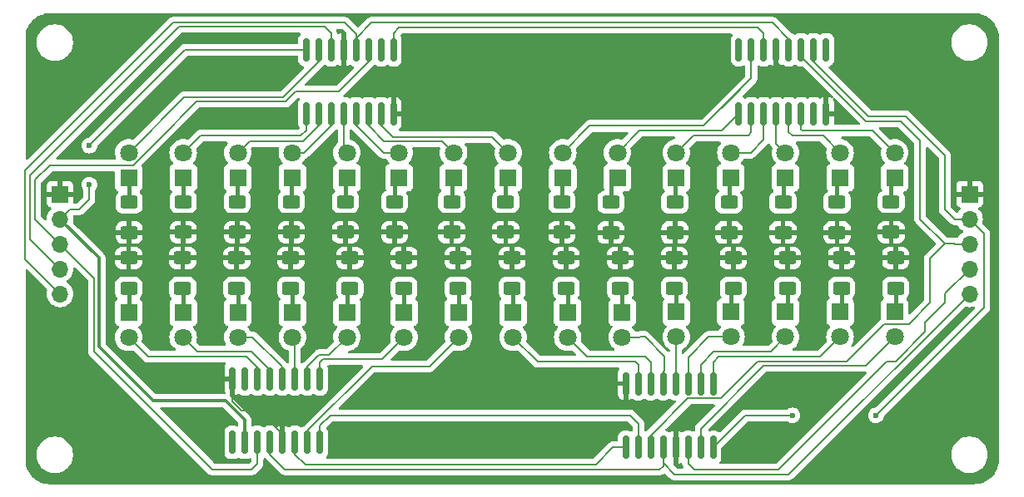
<source format=gbr>
%TF.GenerationSoftware,KiCad,Pcbnew,8.0.4*%
%TF.CreationDate,2024-08-08T17:50:05+02:00*%
%TF.ProjectId,global_vu,676c6f62-616c-45f7-9675-2e6b69636164,rev?*%
%TF.SameCoordinates,PX7b80360PY5a1f4a0*%
%TF.FileFunction,Copper,L1,Top*%
%TF.FilePolarity,Positive*%
%FSLAX46Y46*%
G04 Gerber Fmt 4.6, Leading zero omitted, Abs format (unit mm)*
G04 Created by KiCad (PCBNEW 8.0.4) date 2024-08-08 17:50:05*
%MOMM*%
%LPD*%
G01*
G04 APERTURE LIST*
G04 Aperture macros list*
%AMRoundRect*
0 Rectangle with rounded corners*
0 $1 Rounding radius*
0 $2 $3 $4 $5 $6 $7 $8 $9 X,Y pos of 4 corners*
0 Add a 4 corners polygon primitive as box body*
4,1,4,$2,$3,$4,$5,$6,$7,$8,$9,$2,$3,0*
0 Add four circle primitives for the rounded corners*
1,1,$1+$1,$2,$3*
1,1,$1+$1,$4,$5*
1,1,$1+$1,$6,$7*
1,1,$1+$1,$8,$9*
0 Add four rect primitives between the rounded corners*
20,1,$1+$1,$2,$3,$4,$5,0*
20,1,$1+$1,$4,$5,$6,$7,0*
20,1,$1+$1,$6,$7,$8,$9,0*
20,1,$1+$1,$8,$9,$2,$3,0*%
G04 Aperture macros list end*
%TA.AperFunction,SMDPad,CuDef*%
%ADD10RoundRect,0.250000X0.625000X-0.400000X0.625000X0.400000X-0.625000X0.400000X-0.625000X-0.400000X0*%
%TD*%
%TA.AperFunction,ComponentPad*%
%ADD11R,1.800000X1.800000*%
%TD*%
%TA.AperFunction,ComponentPad*%
%ADD12C,1.800000*%
%TD*%
%TA.AperFunction,SMDPad,CuDef*%
%ADD13RoundRect,0.150000X0.150000X-1.050000X0.150000X1.050000X-0.150000X1.050000X-0.150000X-1.050000X0*%
%TD*%
%TA.AperFunction,SMDPad,CuDef*%
%ADD14RoundRect,0.250000X-0.625000X0.400000X-0.625000X-0.400000X0.625000X-0.400000X0.625000X0.400000X0*%
%TD*%
%TA.AperFunction,ComponentPad*%
%ADD15R,1.700000X1.700000*%
%TD*%
%TA.AperFunction,ComponentPad*%
%ADD16O,1.700000X1.700000*%
%TD*%
%TA.AperFunction,SMDPad,CuDef*%
%ADD17RoundRect,0.150000X-0.150000X1.050000X-0.150000X-1.050000X0.150000X-1.050000X0.150000X1.050000X0*%
%TD*%
%TA.AperFunction,ViaPad*%
%ADD18C,0.600000*%
%TD*%
%TA.AperFunction,Conductor*%
%ADD19C,0.203200*%
%TD*%
%TA.AperFunction,Conductor*%
%ADD20C,0.381000*%
%TD*%
%TA.AperFunction,Conductor*%
%ADD21C,0.304800*%
%TD*%
G04 APERTURE END LIST*
D10*
%TO.P,R4,1*%
%TO.N,GND*%
X-72450000Y26175000D03*
%TO.P,R4,2*%
%TO.N,Net-(D4-K)*%
X-72450000Y29275000D03*
%TD*%
D11*
%TO.P,D13,1,K*%
%TO.N,Net-(D13-K)*%
X-22200000Y31725000D03*
D12*
%TO.P,D13,2,A*%
%TO.N,Net-(D13-A)*%
X-22200000Y34265000D03*
%TD*%
D11*
%TO.P,D8,1,K*%
%TO.N,Net-(D8-K)*%
X-50400000Y31725000D03*
D12*
%TO.P,D8,2,A*%
%TO.N,Net-(D8-A)*%
X-50400000Y34265000D03*
%TD*%
D13*
%TO.P,U2,1,QB*%
%TO.N,Net-(D2-A)*%
X-70945000Y38250000D03*
%TO.P,U2,2,QC*%
%TO.N,Net-(D3-A)*%
X-69675000Y38250000D03*
%TO.P,U2,3,QD*%
%TO.N,Net-(D4-A)*%
X-68405000Y38250000D03*
%TO.P,U2,4,QE*%
%TO.N,Net-(D5-A)*%
X-67135000Y38250000D03*
%TO.P,U2,5,QF*%
%TO.N,Net-(D6-A)*%
X-65865000Y38250000D03*
%TO.P,U2,6,QG*%
%TO.N,Net-(D7-A)*%
X-64595000Y38250000D03*
%TO.P,U2,7,QH*%
%TO.N,Net-(D8-A)*%
X-63325000Y38250000D03*
%TO.P,U2,8,GND*%
%TO.N,GND*%
X-62055000Y38250000D03*
%TO.P,U2,9,QH'*%
%TO.N,Net-(U1-SER)*%
X-62055000Y44750000D03*
%TO.P,U2,10,~{SRCLR}*%
%TO.N,+5V*%
X-63325000Y44750000D03*
%TO.P,U2,11,SRCLK*%
%TO.N,/Global VU/SRCLK*%
X-64595000Y44750000D03*
%TO.P,U2,12,RCLK*%
%TO.N,/Global VU/MLVU-LATCH*%
X-65865000Y44750000D03*
%TO.P,U2,13,~{OE}*%
%TO.N,GND*%
X-67135000Y44750000D03*
%TO.P,U2,14,SER*%
%TO.N,/Global VU/MLVU-SIG*%
X-68405000Y44750000D03*
%TO.P,U2,15,QA*%
%TO.N,Net-(D1-A)*%
X-69675000Y44750000D03*
%TO.P,U2,16,VCC*%
%TO.N,+5V*%
X-70945000Y44750000D03*
%TD*%
D11*
%TO.P,D6,1,K*%
%TO.N,Net-(D6-K)*%
X-61500000Y31725000D03*
D12*
%TO.P,D6,2,A*%
%TO.N,Net-(D6-A)*%
X-61500000Y34265000D03*
%TD*%
D11*
%TO.P,D26,1,K*%
%TO.N,Net-(D26-K)*%
X-66800000Y18015000D03*
D12*
%TO.P,D26,2,A*%
%TO.N,Net-(D26-A)*%
X-66800000Y15475000D03*
%TD*%
D11*
%TO.P,D15,1,K*%
%TO.N,Net-(D15-K)*%
X-11100000Y31725000D03*
D12*
%TO.P,D15,2,A*%
%TO.N,Net-(D15-A)*%
X-11100000Y34265000D03*
%TD*%
D14*
%TO.P,R25,1*%
%TO.N,GND*%
X-61000000Y23550000D03*
%TO.P,R25,2*%
%TO.N,Net-(D25-K)*%
X-61000000Y20450000D03*
%TD*%
%TO.P,R19,1*%
%TO.N,GND*%
X-27500000Y23550000D03*
%TO.P,R19,2*%
%TO.N,Net-(D19-K)*%
X-27500000Y20450000D03*
%TD*%
%TO.P,R17,1*%
%TO.N,GND*%
X-16500000Y23550000D03*
%TO.P,R17,2*%
%TO.N,Net-(D17-K)*%
X-16500000Y20450000D03*
%TD*%
D11*
%TO.P,D10,1,K*%
%TO.N,Net-(D10-K)*%
X-39300000Y31725000D03*
D12*
%TO.P,D10,2,A*%
%TO.N,Net-(D10-A)*%
X-39300000Y34265000D03*
%TD*%
D11*
%TO.P,D11,1,K*%
%TO.N,Net-(D11-K)*%
X-33300000Y31725000D03*
D12*
%TO.P,D11,2,A*%
%TO.N,Net-(D11-A)*%
X-33300000Y34265000D03*
%TD*%
D11*
%TO.P,D25,1,K*%
%TO.N,Net-(D25-K)*%
X-61000000Y18015000D03*
D12*
%TO.P,D25,2,A*%
%TO.N,Net-(D25-A)*%
X-61000000Y15475000D03*
%TD*%
D14*
%TO.P,R26,1*%
%TO.N,GND*%
X-66500000Y23550000D03*
%TO.P,R26,2*%
%TO.N,Net-(D26-K)*%
X-66500000Y20450000D03*
%TD*%
D11*
%TO.P,D28,1,K*%
%TO.N,Net-(D28-K)*%
X-77900000Y18015000D03*
D12*
%TO.P,D28,2,A*%
%TO.N,Net-(D28-A)*%
X-77900000Y15475000D03*
%TD*%
D11*
%TO.P,D16,1,K*%
%TO.N,Net-(D16-K)*%
X-11100000Y18040000D03*
D12*
%TO.P,D16,2,A*%
%TO.N,Net-(D16-A)*%
X-11100000Y15500000D03*
%TD*%
D14*
%TO.P,R18,1*%
%TO.N,GND*%
X-22000000Y23550000D03*
%TO.P,R18,2*%
%TO.N,Net-(D18-K)*%
X-22000000Y20450000D03*
%TD*%
D10*
%TO.P,R8,1*%
%TO.N,GND*%
X-50650000Y26175000D03*
%TO.P,R8,2*%
%TO.N,Net-(D8-K)*%
X-50650000Y29275000D03*
%TD*%
D14*
%TO.P,R27,1*%
%TO.N,GND*%
X-72500000Y23550000D03*
%TO.P,R27,2*%
%TO.N,Net-(D27-K)*%
X-72500000Y20450000D03*
%TD*%
D11*
%TO.P,D17,1,K*%
%TO.N,Net-(D17-K)*%
X-16650000Y18040000D03*
D12*
%TO.P,D17,2,A*%
%TO.N,Net-(D17-A)*%
X-16650000Y15500000D03*
%TD*%
D11*
%TO.P,D4,1,K*%
%TO.N,Net-(D4-K)*%
X-72350000Y31725000D03*
D12*
%TO.P,D4,2,A*%
%TO.N,Net-(D4-A)*%
X-72350000Y34265000D03*
%TD*%
D10*
%TO.P,R1,1*%
%TO.N,GND*%
X-88950000Y26125000D03*
%TO.P,R1,2*%
%TO.N,Net-(D1-K)*%
X-88950000Y29225000D03*
%TD*%
D15*
%TO.P,J1,1,Pin_1*%
%TO.N,GND*%
X-95975000Y30050000D03*
D16*
%TO.P,J1,2,Pin_2*%
%TO.N,+5V*%
X-95975000Y27510000D03*
%TO.P,J1,3,Pin_3*%
%TO.N,/Global VU/SRCLK*%
X-95975000Y24970000D03*
%TO.P,J1,4,Pin_4*%
%TO.N,/Global VU/MLVU-SIG*%
X-95975000Y22430000D03*
%TO.P,J1,5,Pin_5*%
%TO.N,/Global VU/MLVU-LATCH*%
X-95975000Y19890000D03*
%TD*%
D10*
%TO.P,R6,1*%
%TO.N,GND*%
X-61950000Y26175000D03*
%TO.P,R6,2*%
%TO.N,Net-(D6-K)*%
X-61950000Y29275000D03*
%TD*%
D11*
%TO.P,D2,1,K*%
%TO.N,Net-(D2-K)*%
X-83450000Y31725000D03*
D12*
%TO.P,D2,2,A*%
%TO.N,Net-(D2-A)*%
X-83450000Y34265000D03*
%TD*%
D17*
%TO.P,U4,1,QB*%
%TO.N,Net-(D25-A)*%
X-69555000Y11250000D03*
%TO.P,U4,2,QC*%
%TO.N,Net-(D26-A)*%
X-70825000Y11250000D03*
%TO.P,U4,3,QD*%
%TO.N,Net-(D27-A)*%
X-72095000Y11250000D03*
%TO.P,U4,4,QE*%
%TO.N,Net-(D28-A)*%
X-73365000Y11250000D03*
%TO.P,U4,5,QF*%
%TO.N,Net-(D29-A)*%
X-74635000Y11250000D03*
%TO.P,U4,6,QG*%
%TO.N,Net-(D30-A)*%
X-75905000Y11250000D03*
%TO.P,U4,7,QH*%
%TO.N,unconnected-(U4-QH-Pad7)*%
X-77175000Y11250000D03*
%TO.P,U4,8,GND*%
%TO.N,GND*%
X-78445000Y11250000D03*
%TO.P,U4,9,QH'*%
%TO.N,unconnected-(U4-QH'-Pad9)*%
X-78445000Y4750000D03*
%TO.P,U4,10,~{SRCLR}*%
%TO.N,+5V*%
X-77175000Y4750000D03*
%TO.P,U4,11,SRCLK*%
%TO.N,/Global VU/SRCLK*%
X-75905000Y4750000D03*
%TO.P,U4,12,RCLK*%
%TO.N,/Global VU/MRVU-LATCH*%
X-74635000Y4750000D03*
%TO.P,U4,13,~{OE}*%
%TO.N,GND*%
X-73365000Y4750000D03*
%TO.P,U4,14,SER*%
%TO.N,Net-(U3-QH')*%
X-72095000Y4750000D03*
%TO.P,U4,15,QA*%
%TO.N,Net-(D24-A)*%
X-70825000Y4750000D03*
%TO.P,U4,16,VCC*%
%TO.N,+5V*%
X-69555000Y4750000D03*
%TD*%
D11*
%TO.P,D1,1,K*%
%TO.N,Net-(D1-K)*%
X-89000000Y31725000D03*
D12*
%TO.P,D1,2,A*%
%TO.N,Net-(D1-A)*%
X-89000000Y34265000D03*
%TD*%
D10*
%TO.P,R12,1*%
%TO.N,GND*%
X-27950000Y26125000D03*
%TO.P,R12,2*%
%TO.N,Net-(D12-K)*%
X-27950000Y29225000D03*
%TD*%
D14*
%TO.P,R22,1*%
%TO.N,GND*%
X-44500000Y23550000D03*
%TO.P,R22,2*%
%TO.N,Net-(D22-K)*%
X-44500000Y20450000D03*
%TD*%
D11*
%TO.P,D18,1,K*%
%TO.N,Net-(D18-K)*%
X-22200000Y18040000D03*
D12*
%TO.P,D18,2,A*%
%TO.N,Net-(D18-A)*%
X-22200000Y15500000D03*
%TD*%
D14*
%TO.P,R20,1*%
%TO.N,GND*%
X-33500000Y23550000D03*
%TO.P,R20,2*%
%TO.N,Net-(D20-K)*%
X-33500000Y20450000D03*
%TD*%
D17*
%TO.P,U3,1,QB*%
%TO.N,Net-(D17-A)*%
X-29555000Y10750000D03*
%TO.P,U3,2,QC*%
%TO.N,Net-(D18-A)*%
X-30825000Y10750000D03*
%TO.P,U3,3,QD*%
%TO.N,Net-(D19-A)*%
X-32095000Y10750000D03*
%TO.P,U3,4,QE*%
%TO.N,Net-(D20-A)*%
X-33365000Y10750000D03*
%TO.P,U3,5,QF*%
%TO.N,Net-(D21-A)*%
X-34635000Y10750000D03*
%TO.P,U3,6,QG*%
%TO.N,Net-(D22-A)*%
X-35905000Y10750000D03*
%TO.P,U3,7,QH*%
%TO.N,Net-(D23-A)*%
X-37175000Y10750000D03*
%TO.P,U3,8,GND*%
%TO.N,GND*%
X-38445000Y10750000D03*
%TO.P,U3,9,QH'*%
%TO.N,Net-(U3-QH')*%
X-38445000Y4250000D03*
%TO.P,U3,10,~{SRCLR}*%
%TO.N,+5V*%
X-37175000Y4250000D03*
%TO.P,U3,11,SRCLK*%
%TO.N,/Global VU/SRCLK*%
X-35905000Y4250000D03*
%TO.P,U3,12,RCLK*%
%TO.N,/Global VU/MRVU-LATCH*%
X-34635000Y4250000D03*
%TO.P,U3,13,~{OE}*%
%TO.N,GND*%
X-33365000Y4250000D03*
%TO.P,U3,14,SER*%
%TO.N,/Global VU/MRVU-SIG*%
X-32095000Y4250000D03*
%TO.P,U3,15,QA*%
%TO.N,Net-(D16-A)*%
X-30825000Y4250000D03*
%TO.P,U3,16,VCC*%
%TO.N,+5V*%
X-29555000Y4250000D03*
%TD*%
D13*
%TO.P,U1,1,QB*%
%TO.N,Net-(D10-A)*%
X-26945000Y38250000D03*
%TO.P,U1,2,QC*%
%TO.N,Net-(D11-A)*%
X-25675000Y38250000D03*
%TO.P,U1,3,QD*%
%TO.N,Net-(D12-A)*%
X-24405000Y38250000D03*
%TO.P,U1,4,QE*%
%TO.N,Net-(D13-A)*%
X-23135000Y38250000D03*
%TO.P,U1,5,QF*%
%TO.N,Net-(D14-A)*%
X-21865000Y38250000D03*
%TO.P,U1,6,QG*%
%TO.N,Net-(D15-A)*%
X-20595000Y38250000D03*
%TO.P,U1,7,QH*%
%TO.N,unconnected-(U1-QH-Pad7)*%
X-19325000Y38250000D03*
%TO.P,U1,8,GND*%
%TO.N,GND*%
X-18055000Y38250000D03*
%TO.P,U1,9,QH'*%
%TO.N,unconnected-(U1-QH'-Pad9)*%
X-18055000Y44750000D03*
%TO.P,U1,10,~{SRCLR}*%
%TO.N,+5V*%
X-19325000Y44750000D03*
%TO.P,U1,11,SRCLK*%
%TO.N,/Global VU/SRCLK*%
X-20595000Y44750000D03*
%TO.P,U1,12,RCLK*%
%TO.N,/Global VU/MLVU-LATCH*%
X-21865000Y44750000D03*
%TO.P,U1,13,~{OE}*%
%TO.N,GND*%
X-23135000Y44750000D03*
%TO.P,U1,14,SER*%
%TO.N,Net-(U1-SER)*%
X-24405000Y44750000D03*
%TO.P,U1,15,QA*%
%TO.N,Net-(D9-A)*%
X-25675000Y44750000D03*
%TO.P,U1,16,VCC*%
%TO.N,+5V*%
X-26945000Y44750000D03*
%TD*%
D11*
%TO.P,D29,1,K*%
%TO.N,Net-(D29-K)*%
X-83450000Y18015000D03*
D12*
%TO.P,D29,2,A*%
%TO.N,Net-(D29-A)*%
X-83450000Y15475000D03*
%TD*%
D11*
%TO.P,D3,1,K*%
%TO.N,Net-(D3-K)*%
X-77900000Y31725000D03*
D12*
%TO.P,D3,2,A*%
%TO.N,Net-(D3-A)*%
X-77900000Y34265000D03*
%TD*%
D11*
%TO.P,D23,1,K*%
%TO.N,Net-(D23-K)*%
X-49900000Y18015000D03*
D12*
%TO.P,D23,2,A*%
%TO.N,Net-(D23-A)*%
X-49900000Y15475000D03*
%TD*%
D14*
%TO.P,R24,1*%
%TO.N,GND*%
X-55500000Y23550000D03*
%TO.P,R24,2*%
%TO.N,Net-(D24-K)*%
X-55500000Y20450000D03*
%TD*%
D10*
%TO.P,R10,1*%
%TO.N,GND*%
X-39950000Y26125000D03*
%TO.P,R10,2*%
%TO.N,Net-(D10-K)*%
X-39950000Y29225000D03*
%TD*%
D14*
%TO.P,R16,1*%
%TO.N,GND*%
X-11000000Y23550000D03*
%TO.P,R16,2*%
%TO.N,Net-(D16-K)*%
X-11000000Y20450000D03*
%TD*%
D10*
%TO.P,R14,1*%
%TO.N,GND*%
X-16950000Y26125000D03*
%TO.P,R14,2*%
%TO.N,Net-(D14-K)*%
X-16950000Y29225000D03*
%TD*%
D11*
%TO.P,D14,1,K*%
%TO.N,Net-(D14-K)*%
X-16650000Y31725000D03*
D12*
%TO.P,D14,2,A*%
%TO.N,Net-(D14-A)*%
X-16650000Y34265000D03*
%TD*%
D11*
%TO.P,D19,1,K*%
%TO.N,Net-(D19-K)*%
X-27750000Y18040000D03*
D12*
%TO.P,D19,2,A*%
%TO.N,Net-(D19-A)*%
X-27750000Y15500000D03*
%TD*%
D14*
%TO.P,R23,1*%
%TO.N,GND*%
X-50000000Y23550000D03*
%TO.P,R23,2*%
%TO.N,Net-(D23-K)*%
X-50000000Y20450000D03*
%TD*%
%TO.P,R28,1*%
%TO.N,GND*%
X-78000000Y23550000D03*
%TO.P,R28,2*%
%TO.N,Net-(D28-K)*%
X-78000000Y20450000D03*
%TD*%
D11*
%TO.P,D22,1,K*%
%TO.N,Net-(D22-K)*%
X-44350000Y18015000D03*
D12*
%TO.P,D22,2,A*%
%TO.N,Net-(D22-A)*%
X-44350000Y15475000D03*
%TD*%
D14*
%TO.P,R29,1*%
%TO.N,GND*%
X-83500000Y23550000D03*
%TO.P,R29,2*%
%TO.N,Net-(D29-K)*%
X-83500000Y20450000D03*
%TD*%
D11*
%TO.P,D27,1,K*%
%TO.N,Net-(D27-K)*%
X-72350000Y18015000D03*
D12*
%TO.P,D27,2,A*%
%TO.N,Net-(D27-A)*%
X-72350000Y15475000D03*
%TD*%
D11*
%TO.P,D12,1,K*%
%TO.N,Net-(D12-K)*%
X-27750000Y31725000D03*
D12*
%TO.P,D12,2,A*%
%TO.N,Net-(D12-A)*%
X-27750000Y34265000D03*
%TD*%
D11*
%TO.P,D5,1,K*%
%TO.N,Net-(D5-K)*%
X-66800000Y31725000D03*
D12*
%TO.P,D5,2,A*%
%TO.N,Net-(D5-A)*%
X-66800000Y34265000D03*
%TD*%
D11*
%TO.P,D20,1,K*%
%TO.N,Net-(D20-K)*%
X-33300000Y18040000D03*
D12*
%TO.P,D20,2,A*%
%TO.N,Net-(D20-A)*%
X-33300000Y15500000D03*
%TD*%
D15*
%TO.P,J2,1,Pin_1*%
%TO.N,GND*%
X-3475000Y30050000D03*
D16*
%TO.P,J2,2,Pin_2*%
%TO.N,+5V*%
X-3475000Y27510000D03*
%TO.P,J2,3,Pin_3*%
%TO.N,/Global VU/SRCLK*%
X-3475000Y24970000D03*
%TO.P,J2,4,Pin_4*%
%TO.N,/Global VU/MRVU-SIG*%
X-3475000Y22430000D03*
%TO.P,J2,5,Pin_5*%
%TO.N,/Global VU/MRVU-LATCH*%
X-3475000Y19890000D03*
%TD*%
D11*
%TO.P,D24,1,K*%
%TO.N,Net-(D24-K)*%
X-55450000Y18015000D03*
D12*
%TO.P,D24,2,A*%
%TO.N,Net-(D24-A)*%
X-55450000Y15475000D03*
%TD*%
D14*
%TO.P,R21,1*%
%TO.N,GND*%
X-39000000Y23550000D03*
%TO.P,R21,2*%
%TO.N,Net-(D21-K)*%
X-39000000Y20450000D03*
%TD*%
D10*
%TO.P,R7,1*%
%TO.N,GND*%
X-56150000Y26175000D03*
%TO.P,R7,2*%
%TO.N,Net-(D7-K)*%
X-56150000Y29275000D03*
%TD*%
D11*
%TO.P,D30,1,K*%
%TO.N,Net-(D30-K)*%
X-89000000Y18015000D03*
D12*
%TO.P,D30,2,A*%
%TO.N,Net-(D30-A)*%
X-89000000Y15475000D03*
%TD*%
D11*
%TO.P,D7,1,K*%
%TO.N,Net-(D7-K)*%
X-55950000Y31725000D03*
D12*
%TO.P,D7,2,A*%
%TO.N,Net-(D7-A)*%
X-55950000Y34265000D03*
%TD*%
D10*
%TO.P,R5,1*%
%TO.N,GND*%
X-66950000Y26175000D03*
%TO.P,R5,2*%
%TO.N,Net-(D5-K)*%
X-66950000Y29275000D03*
%TD*%
%TO.P,R11,1*%
%TO.N,GND*%
X-33450000Y26125000D03*
%TO.P,R11,2*%
%TO.N,Net-(D11-K)*%
X-33450000Y29225000D03*
%TD*%
%TO.P,R2,1*%
%TO.N,GND*%
X-83450000Y26175000D03*
%TO.P,R2,2*%
%TO.N,Net-(D2-K)*%
X-83450000Y29275000D03*
%TD*%
%TO.P,R3,1*%
%TO.N,GND*%
X-77950000Y26175000D03*
%TO.P,R3,2*%
%TO.N,Net-(D3-K)*%
X-77950000Y29275000D03*
%TD*%
D11*
%TO.P,D21,1,K*%
%TO.N,Net-(D21-K)*%
X-38800000Y18015000D03*
D12*
%TO.P,D21,2,A*%
%TO.N,Net-(D21-A)*%
X-38800000Y15475000D03*
%TD*%
D14*
%TO.P,R30,1*%
%TO.N,GND*%
X-89000000Y23550000D03*
%TO.P,R30,2*%
%TO.N,Net-(D30-K)*%
X-89000000Y20450000D03*
%TD*%
D10*
%TO.P,R15,1*%
%TO.N,GND*%
X-11450000Y26175000D03*
%TO.P,R15,2*%
%TO.N,Net-(D15-K)*%
X-11450000Y29275000D03*
%TD*%
D11*
%TO.P,D9,1,K*%
%TO.N,Net-(D9-K)*%
X-44850000Y31725000D03*
D12*
%TO.P,D9,2,A*%
%TO.N,Net-(D9-A)*%
X-44850000Y34265000D03*
%TD*%
D10*
%TO.P,R9,1*%
%TO.N,GND*%
X-44950000Y26175000D03*
%TO.P,R9,2*%
%TO.N,Net-(D9-K)*%
X-44950000Y29275000D03*
%TD*%
%TO.P,R13,1*%
%TO.N,GND*%
X-22450000Y26125000D03*
%TO.P,R13,2*%
%TO.N,Net-(D13-K)*%
X-22450000Y29225000D03*
%TD*%
D18*
%TO.N,+5V*%
X-13000000Y7500000D03*
X-21500000Y7500000D03*
X-93000000Y35000000D03*
X-93000000Y31000000D03*
%TD*%
D19*
%TO.N,GND*%
X-23135000Y43550001D02*
X-20584999Y41000000D01*
X-78445000Y8945000D02*
X-78445000Y11250000D01*
X-18055000Y40555000D02*
X-18500000Y41000000D01*
X-73365000Y5592658D02*
X-75772342Y8000000D01*
X-18055000Y38250000D02*
X-18055000Y40555000D01*
X-77500000Y8000000D02*
X-78445000Y8945000D01*
X-23135000Y44750000D02*
X-23135000Y43550001D01*
X-75772342Y8000000D02*
X-77500000Y8000000D01*
X-20584999Y41000000D02*
X-18500000Y41000000D01*
X-73365000Y4750000D02*
X-73365000Y5592658D01*
D20*
%TO.N,Net-(D1-K)*%
X-88950000Y29225000D02*
X-88950000Y31675000D01*
X-88950000Y31675000D02*
X-89000000Y31725000D01*
D19*
%TO.N,Net-(D1-A)*%
X-83358600Y39906400D02*
X-89000000Y34265000D01*
X-73318601Y39906400D02*
X-83358600Y39906400D01*
X-69675000Y44750000D02*
X-69675000Y43550001D01*
X-69675000Y43550001D02*
X-73318601Y39906400D01*
D20*
%TO.N,Net-(D2-K)*%
X-83450000Y29275000D02*
X-83450000Y31725000D01*
D19*
%TO.N,Net-(D2-A)*%
X-71500000Y36000000D02*
X-81715000Y36000000D01*
X-81715000Y36000000D02*
X-83450000Y34265000D01*
X-70945000Y38250000D02*
X-70945000Y36555000D01*
X-70945000Y36555000D02*
X-71500000Y36000000D01*
%TO.N,Net-(D3-A)*%
X-69675000Y37050001D02*
X-71255201Y35469800D01*
X-71255201Y35469800D02*
X-76695200Y35469800D01*
X-76695200Y35469800D02*
X-77900000Y34265000D01*
X-69675000Y38250000D02*
X-69675000Y37050001D01*
D20*
%TO.N,Net-(D3-K)*%
X-77950000Y31675000D02*
X-77900000Y31725000D01*
X-77950000Y29275000D02*
X-77950000Y31675000D01*
%TO.N,Net-(D4-K)*%
X-72450000Y29275000D02*
X-72450000Y31625000D01*
X-72450000Y31625000D02*
X-72350000Y31725000D01*
D19*
%TO.N,Net-(D4-A)*%
X-71190001Y34265000D02*
X-72350000Y34265000D01*
X-68405000Y38250000D02*
X-68405000Y37050001D01*
X-68405000Y37050001D02*
X-71190001Y34265000D01*
%TO.N,Net-(D5-A)*%
X-67135000Y38250000D02*
X-67135000Y34600000D01*
X-67135000Y34600000D02*
X-66800000Y34265000D01*
D20*
%TO.N,Net-(D5-K)*%
X-66950000Y31575000D02*
X-66800000Y31725000D01*
X-66950000Y29275000D02*
X-66950000Y31575000D01*
D19*
%TO.N,Net-(D6-A)*%
X-63079999Y34265000D02*
X-61500000Y34265000D01*
X-65865000Y37050001D02*
X-63079999Y34265000D01*
X-65865000Y38250000D02*
X-65865000Y37050001D01*
D20*
%TO.N,Net-(D6-K)*%
X-61950000Y31275000D02*
X-61500000Y31725000D01*
X-61950000Y29275000D02*
X-61950000Y31275000D01*
%TO.N,Net-(D7-K)*%
X-56150000Y29275000D02*
X-56150000Y31525000D01*
X-56150000Y31525000D02*
X-55950000Y31725000D01*
D19*
%TO.N,Net-(D7-A)*%
X-63014799Y35469800D02*
X-57154800Y35469800D01*
X-57154800Y35469800D02*
X-55950000Y34265000D01*
X-64595000Y38250000D02*
X-64595000Y37050001D01*
X-64595000Y37050001D02*
X-63014799Y35469800D01*
D20*
%TO.N,Net-(D8-K)*%
X-50650000Y29275000D02*
X-50650000Y31475000D01*
X-50650000Y31475000D02*
X-50400000Y31725000D01*
D19*
%TO.N,Net-(D8-A)*%
X-52011200Y35876200D02*
X-50400000Y34265000D01*
X-63325000Y38250000D02*
X-63325000Y37050001D01*
X-63325000Y37050001D02*
X-62151199Y35876200D01*
X-62151199Y35876200D02*
X-52011200Y35876200D01*
D20*
%TO.N,Net-(D9-K)*%
X-44950000Y29275000D02*
X-44950000Y31625000D01*
X-44950000Y31625000D02*
X-44850000Y31725000D01*
D19*
%TO.N,Net-(D9-A)*%
X-27500000Y40000000D02*
X-30500000Y37000000D01*
X-25675000Y44750000D02*
X-25675000Y41825000D01*
X-25675000Y41825000D02*
X-27500000Y40000000D01*
X-30500000Y37000000D02*
X-25675000Y41825000D01*
X-42115000Y37000000D02*
X-44850000Y34265000D01*
X-30500000Y37000000D02*
X-42115000Y37000000D01*
%TO.N,Net-(D10-A)*%
X-37065000Y36500000D02*
X-39300000Y34265000D01*
X-26945000Y38250000D02*
X-28695000Y36500000D01*
X-28695000Y36500000D02*
X-37065000Y36500000D01*
D20*
%TO.N,Net-(D10-K)*%
X-39950000Y29225000D02*
X-39950000Y31075000D01*
X-39950000Y31075000D02*
X-39300000Y31725000D01*
%TO.N,Net-(D11-K)*%
X-33450000Y31575000D02*
X-33300000Y31725000D01*
X-33450000Y29225000D02*
X-33450000Y31575000D01*
D19*
%TO.N,Net-(D11-A)*%
X-25675000Y38250000D02*
X-25675000Y36325000D01*
X-26000000Y36000000D02*
X-31565000Y36000000D01*
X-25675000Y36325000D02*
X-26000000Y36000000D01*
X-31565000Y36000000D02*
X-33300000Y34265000D01*
%TO.N,Net-(D12-A)*%
X-27750000Y34265000D02*
X-25735000Y34265000D01*
X-25735000Y34265000D02*
X-24405000Y35595000D01*
X-24405000Y35595000D02*
X-24405000Y38250000D01*
D20*
%TO.N,Net-(D12-K)*%
X-27950000Y31525000D02*
X-27750000Y31725000D01*
X-27950000Y29225000D02*
X-27950000Y31525000D01*
D19*
%TO.N,Net-(D13-A)*%
X-23135000Y35200000D02*
X-22200000Y34265000D01*
X-23135000Y38250000D02*
X-23135000Y35200000D01*
D20*
%TO.N,Net-(D13-K)*%
X-22450000Y29225000D02*
X-22450000Y31475000D01*
X-22450000Y31475000D02*
X-22200000Y31725000D01*
D19*
%TO.N,Net-(D14-A)*%
X-21865000Y36365000D02*
X-21500000Y36000000D01*
X-21865000Y38250000D02*
X-21865000Y36365000D01*
X-18385000Y36000000D02*
X-16650000Y34265000D01*
X-21500000Y36000000D02*
X-18385000Y36000000D01*
D20*
%TO.N,Net-(D14-K)*%
X-16950000Y31425000D02*
X-16650000Y31725000D01*
X-16950000Y29225000D02*
X-16950000Y31425000D01*
D19*
%TO.N,Net-(D15-A)*%
X-20500000Y36500000D02*
X-13335000Y36500000D01*
X-20595000Y38250000D02*
X-20595000Y36595000D01*
X-20595000Y36595000D02*
X-20500000Y36500000D01*
X-13335000Y36500000D02*
X-11100000Y34265000D01*
D20*
%TO.N,Net-(D15-K)*%
X-11450000Y31375000D02*
X-11100000Y31725000D01*
X-11450000Y29275000D02*
X-11450000Y31375000D01*
D19*
%TO.N,Net-(D16-A)*%
X-24406400Y12593600D02*
X-14006400Y12593600D01*
X-30825000Y4250000D02*
X-30825000Y6175000D01*
X-14006400Y12593600D02*
X-11100000Y15500000D01*
X-30825000Y6175000D02*
X-24406400Y12593600D01*
D20*
%TO.N,Net-(D16-K)*%
X-11000000Y18140000D02*
X-11100000Y18040000D01*
X-11000000Y20450000D02*
X-11000000Y18140000D01*
D19*
%TO.N,Net-(D17-A)*%
X-18650000Y13500000D02*
X-16650000Y15500000D01*
X-29555000Y12945000D02*
X-29000000Y13500000D01*
X-29000000Y13500000D02*
X-18650000Y13500000D01*
X-29555000Y10750000D02*
X-29555000Y12945000D01*
D20*
%TO.N,Net-(D17-K)*%
X-16500000Y20450000D02*
X-16500000Y18190000D01*
X-16500000Y18190000D02*
X-16650000Y18040000D01*
D19*
%TO.N,Net-(D18-A)*%
X-23700000Y14000000D02*
X-22200000Y15500000D01*
X-29500000Y14000000D02*
X-23700000Y14000000D01*
X-30825000Y12675000D02*
X-29500000Y14000000D01*
X-30825000Y10750000D02*
X-30825000Y12675000D01*
D20*
%TO.N,Net-(D18-K)*%
X-22000000Y18240000D02*
X-22200000Y18040000D01*
X-22000000Y20450000D02*
X-22000000Y18240000D01*
%TO.N,Net-(D19-K)*%
X-27750000Y20200000D02*
X-27500000Y20450000D01*
X-27750000Y18040000D02*
X-27750000Y20200000D01*
D19*
%TO.N,Net-(D19-A)*%
X-32095000Y13405000D02*
X-30000000Y15500000D01*
X-30000000Y15500000D02*
X-27750000Y15500000D01*
X-32095000Y10750000D02*
X-32095000Y13405000D01*
D20*
%TO.N,Net-(D20-K)*%
X-33300000Y18040000D02*
X-33300000Y20250000D01*
X-33300000Y20250000D02*
X-33500000Y20450000D01*
D19*
%TO.N,Net-(D20-A)*%
X-33365000Y15435000D02*
X-33300000Y15500000D01*
X-33365000Y10750000D02*
X-33365000Y15435000D01*
D20*
%TO.N,Net-(D21-K)*%
X-38800000Y20250000D02*
X-39000000Y20450000D01*
X-38800000Y18015000D02*
X-38800000Y20250000D01*
D19*
%TO.N,Net-(D21-A)*%
X-34635000Y11949999D02*
X-34500000Y12084999D01*
X-34500000Y13500000D02*
X-36500000Y15500000D01*
X-37025000Y15475000D02*
X-38800000Y15475000D01*
X-34500000Y12084999D02*
X-34500000Y13500000D01*
X-37000000Y15500000D02*
X-37025000Y15475000D01*
X-36500000Y15500000D02*
X-37000000Y15500000D01*
X-34635000Y10750000D02*
X-34635000Y11949999D01*
D20*
%TO.N,Net-(D22-K)*%
X-44350000Y18015000D02*
X-44350000Y20300000D01*
X-44350000Y20300000D02*
X-44500000Y20450000D01*
D19*
%TO.N,Net-(D22-A)*%
X-35905000Y10750000D02*
X-35905000Y12905000D01*
X-42375000Y13500000D02*
X-44350000Y15475000D01*
X-36500000Y13500000D02*
X-42375000Y13500000D01*
X-35905000Y12905000D02*
X-36500000Y13500000D01*
D20*
%TO.N,Net-(D23-K)*%
X-49900000Y20350000D02*
X-50000000Y20450000D01*
X-49900000Y18015000D02*
X-49900000Y20350000D01*
D19*
%TO.N,Net-(D23-A)*%
X-37175000Y10750000D02*
X-37175000Y12675000D01*
X-47425000Y13000000D02*
X-49900000Y15475000D01*
X-37500000Y13000000D02*
X-47425000Y13000000D01*
X-37175000Y12675000D02*
X-37500000Y13000000D01*
D20*
%TO.N,Net-(D24-K)*%
X-55450000Y20400000D02*
X-55500000Y20450000D01*
X-55450000Y18015000D02*
X-55450000Y20400000D01*
D19*
%TO.N,Net-(D24-A)*%
X-70825000Y5949999D02*
X-64274999Y12500000D01*
X-58425000Y12500000D02*
X-55450000Y15475000D01*
X-70825000Y4750000D02*
X-70825000Y5949999D01*
X-64274999Y12500000D02*
X-58425000Y12500000D01*
%TO.N,Net-(D25-A)*%
X-69555000Y11250000D02*
X-69555000Y12945000D01*
X-69262500Y13237500D02*
X-63237500Y13237500D01*
X-63237500Y13237500D02*
X-61000000Y15475000D01*
X-69555000Y12945000D02*
X-69262500Y13237500D01*
D20*
%TO.N,Net-(D25-K)*%
X-61000000Y18015000D02*
X-61000000Y20450000D01*
D19*
%TO.N,Net-(D26-A)*%
X-68631100Y13643900D02*
X-66800000Y15475000D01*
X-70825000Y11250000D02*
X-70825000Y12449999D01*
X-70825000Y12449999D02*
X-69631099Y13643900D01*
X-69631099Y13643900D02*
X-68631100Y13643900D01*
D20*
%TO.N,Net-(D26-K)*%
X-66800000Y20150000D02*
X-66500000Y20450000D01*
X-66800000Y18015000D02*
X-66800000Y20150000D01*
D19*
%TO.N,Net-(D27-A)*%
X-72095000Y15220000D02*
X-72350000Y15475000D01*
X-72095000Y11250000D02*
X-72095000Y15220000D01*
D20*
%TO.N,Net-(D27-K)*%
X-72350000Y20300000D02*
X-72500000Y20450000D01*
X-72350000Y18015000D02*
X-72350000Y20300000D01*
%TO.N,Net-(D28-K)*%
X-77900000Y20350000D02*
X-78000000Y20450000D01*
X-77900000Y18015000D02*
X-77900000Y20350000D01*
D19*
%TO.N,Net-(D28-A)*%
X-76390001Y15475000D02*
X-77900000Y15475000D01*
X-73365000Y12449999D02*
X-76390001Y15475000D01*
X-73365000Y11250000D02*
X-73365000Y12449999D01*
D20*
%TO.N,Net-(D29-K)*%
X-83450000Y20400000D02*
X-83500000Y20450000D01*
X-83450000Y18015000D02*
X-83450000Y20400000D01*
D19*
%TO.N,Net-(D29-A)*%
X-76500000Y14000000D02*
X-81975000Y14000000D01*
X-74635000Y11250000D02*
X-74635000Y12135000D01*
X-81975000Y14000000D02*
X-83450000Y15475000D01*
X-74635000Y12135000D02*
X-76500000Y14000000D01*
D20*
%TO.N,Net-(D30-K)*%
X-89000000Y20450000D02*
X-89000000Y18015000D01*
D19*
%TO.N,Net-(D30-A)*%
X-77000000Y13500000D02*
X-87025000Y13500000D01*
X-87025000Y13500000D02*
X-89000000Y15475000D01*
X-75905000Y12405000D02*
X-77000000Y13500000D01*
X-75905000Y11250000D02*
X-75905000Y12405000D01*
D21*
%TO.N,+5V*%
X-92000000Y14500000D02*
X-92000000Y23535000D01*
D19*
X-6000000Y34000000D02*
X-10000000Y38000000D01*
X-10000000Y38000000D02*
X-13774999Y38000000D01*
X-68500000Y7500000D02*
X-69555000Y6445000D01*
X-3475000Y27510000D02*
X-5010000Y27510000D01*
X-5010000Y27510000D02*
X-6000000Y28500000D01*
X-6000000Y28500000D02*
X-6000000Y34000000D01*
X-93000000Y35000000D02*
X-83250000Y44750000D01*
X-13000000Y7500000D02*
X-2000000Y18500000D01*
X-93000000Y29500000D02*
X-93000000Y31000000D01*
X-37175000Y6675000D02*
X-38000000Y7500000D01*
D21*
X-79146578Y9000000D02*
X-86500000Y9000000D01*
D19*
X-13774999Y38000000D02*
X-19325000Y43550001D01*
D21*
X-86500000Y9000000D02*
X-92000000Y14500000D01*
X-77175000Y7028422D02*
X-79146578Y9000000D01*
D19*
X-2000000Y18500000D02*
X-2000000Y26035000D01*
X-29555000Y4250000D02*
X-26305000Y7500000D01*
X-19325000Y43550001D02*
X-19325000Y44750000D01*
X-2000000Y26035000D02*
X-3475000Y27510000D01*
X-83250000Y44750000D02*
X-70945000Y44750000D01*
X-26305000Y7500000D02*
X-21500000Y7500000D01*
X-94000000Y28500000D02*
X-93000000Y29500000D01*
X-95975000Y27510000D02*
X-94985000Y28500000D01*
X-69555000Y6445000D02*
X-69555000Y4750000D01*
X-94985000Y28500000D02*
X-94000000Y28500000D01*
X-37175000Y4250000D02*
X-37175000Y6675000D01*
D21*
X-92000000Y23535000D02*
X-95975000Y27510000D01*
D19*
X-38000000Y7500000D02*
X-68500000Y7500000D01*
D21*
X-77175000Y4750000D02*
X-77175000Y7028422D01*
D19*
%TO.N,Net-(U1-SER)*%
X-25000000Y47000000D02*
X-24405000Y46405000D01*
X-62055000Y44750000D02*
X-62055000Y46445000D01*
X-61500000Y47000000D02*
X-25000000Y47000000D01*
X-24405000Y46405000D02*
X-24405000Y44750000D01*
X-62055000Y46445000D02*
X-61500000Y47000000D01*
%TO.N,Net-(U3-QH')*%
X-41500000Y2500000D02*
X-39750000Y4250000D01*
X-72095000Y3550001D02*
X-71044999Y2500000D01*
X-71044999Y2500000D02*
X-41500000Y2500000D01*
X-72095000Y4750000D02*
X-72095000Y3550001D01*
X-39750000Y4250000D02*
X-38445000Y4250000D01*
%TO.N,/Global VU/MLVU-SIG*%
X-99000000Y25455000D02*
X-99000000Y32000000D01*
X-68405000Y46405000D02*
X-68405000Y44750000D01*
X-69093600Y47093600D02*
X-68405000Y46405000D01*
X-99000000Y32000000D02*
X-83906400Y47093600D01*
X-83906400Y47093600D02*
X-69093600Y47093600D01*
X-95975000Y22430000D02*
X-99000000Y25455000D01*
%TO.N,/Global VU/SRCLK*%
X-73000000Y39500000D02*
X-72000000Y40500000D01*
X-67645001Y40500000D02*
X-64595000Y43550001D01*
X-12164800Y16835200D02*
X-9664800Y16835200D01*
X-80500000Y2000000D02*
X-92500000Y14000000D01*
X-82061156Y39500000D02*
X-73000000Y39500000D01*
X-25000000Y13000000D02*
X-16000000Y13000000D01*
X-7500000Y19000000D02*
X-7500000Y23500000D01*
X-92500000Y14000000D02*
X-92500000Y21495000D01*
X-72000000Y40500000D02*
X-67645001Y40500000D01*
X-98500000Y31500000D02*
X-97000000Y33000000D01*
X-14000000Y37500000D02*
X-10500000Y37500000D01*
X-6000000Y25000000D02*
X-5000000Y25000000D01*
X-98500000Y27495000D02*
X-98500000Y31500000D01*
X-16000000Y13000000D02*
X-12164800Y16835200D01*
X-92500000Y21495000D02*
X-95975000Y24970000D01*
X-20595000Y44750000D02*
X-20595000Y44095000D01*
X-4970000Y24970000D02*
X-3475000Y24970000D01*
X-20595000Y44095000D02*
X-14000000Y37500000D01*
X-8500000Y27500000D02*
X-6000000Y25000000D01*
X-9664800Y16835200D02*
X-7500000Y19000000D01*
X-95975000Y24970000D02*
X-98500000Y27495000D01*
X-35905000Y5449999D02*
X-32109799Y9245200D01*
X-7500000Y23500000D02*
X-6000000Y25000000D01*
X-64595000Y43550001D02*
X-64595000Y44750000D01*
X-32109799Y9245200D02*
X-28754800Y9245200D01*
X-8500000Y35500000D02*
X-8500000Y27500000D01*
X-76500000Y2000000D02*
X-80500000Y2000000D01*
X-75905000Y2595000D02*
X-76500000Y2000000D01*
X-86030578Y35530578D02*
X-82061156Y39500000D01*
X-97000000Y33000000D02*
X-88561155Y33000000D01*
X-5000000Y25000000D02*
X-4970000Y24970000D01*
X-75905000Y4750000D02*
X-75905000Y2595000D01*
X-88561155Y33000000D02*
X-86030578Y35530578D01*
X-35905000Y4250000D02*
X-35905000Y5449999D01*
X-28754800Y9245200D02*
X-25000000Y13000000D01*
X-10500000Y37500000D02*
X-8500000Y35500000D01*
%TO.N,/Global VU/MLVU-LATCH*%
X-64314999Y47500000D02*
X-65865000Y45949999D01*
X-23500000Y47500000D02*
X-64314999Y47500000D01*
X-99500000Y32500000D02*
X-84500000Y47500000D01*
X-95975000Y19890000D02*
X-99500000Y23415000D01*
X-84500000Y47500000D02*
X-67000000Y47500000D01*
X-21865000Y44750000D02*
X-21865000Y45865000D01*
X-99500000Y23415000D02*
X-99500000Y32500000D01*
X-65865000Y45949999D02*
X-65865000Y44750000D01*
X-67000000Y47500000D02*
X-65865000Y46365000D01*
X-21865000Y45865000D02*
X-23500000Y47500000D01*
X-65865000Y46365000D02*
X-65865000Y44750000D01*
%TO.N,/Global VU/MRVU-SIG*%
X-31500000Y2000000D02*
X-22896155Y2000000D01*
X-11896155Y13000000D02*
X-11000000Y13000000D01*
X-8000000Y17000000D02*
X-6000000Y19000000D01*
X-6000000Y19000000D02*
X-6000000Y19905000D01*
X-8000000Y16000000D02*
X-8000000Y17000000D01*
X-11000000Y13000000D02*
X-8000000Y16000000D01*
X-32095000Y4250000D02*
X-32095000Y2595000D01*
X-22896155Y2000000D02*
X-11896155Y13000000D01*
X-32095000Y2595000D02*
X-31500000Y2000000D01*
X-6000000Y19905000D02*
X-3475000Y22430000D01*
%TO.N,/Global VU/MRVU-LATCH*%
X-3475000Y19890000D02*
X-21865000Y1500000D01*
X-74635000Y3550001D02*
X-73084999Y2000000D01*
X-33500000Y1500000D02*
X-34635000Y2635000D01*
X-34635000Y2365000D02*
X-34635000Y4250000D01*
X-35000000Y2000000D02*
X-34635000Y2365000D01*
X-21865000Y1500000D02*
X-33500000Y1500000D01*
X-34635000Y2635000D02*
X-34635000Y4250000D01*
X-74635000Y4750000D02*
X-74635000Y3550001D01*
X-73084999Y2000000D02*
X-35000000Y2000000D01*
%TD*%
%TA.AperFunction,Conductor*%
%TO.N,GND*%
G36*
X-2996265Y48499275D02*
G01*
X-2706204Y48481730D01*
X-2691341Y48479925D01*
X-2409203Y48428221D01*
X-2394666Y48424638D01*
X-2120828Y48339306D01*
X-2106837Y48334001D01*
X-1845257Y48216274D01*
X-1832011Y48209321D01*
X-1586540Y48060929D01*
X-1574224Y48052428D01*
X-1484072Y47981799D01*
X-1348426Y47875527D01*
X-1337218Y47865597D01*
X-1134404Y47662783D01*
X-1124474Y47651575D01*
X-1004518Y47498462D01*
X-947577Y47425783D01*
X-939073Y47413463D01*
X-881871Y47318839D01*
X-790683Y47167996D01*
X-783724Y47154737D01*
X-666002Y46893169D01*
X-660693Y46879168D01*
X-575364Y46605336D01*
X-571780Y46590798D01*
X-520076Y46308660D01*
X-518271Y46293795D01*
X-500726Y46003753D01*
X-500500Y45996266D01*
X-500500Y3003751D01*
X-500726Y2996264D01*
X-518272Y2706206D01*
X-520077Y2691341D01*
X-571781Y2409202D01*
X-575365Y2394664D01*
X-660694Y2120833D01*
X-666003Y2106832D01*
X-783725Y1845264D01*
X-790684Y1832005D01*
X-939072Y1586541D01*
X-947578Y1574218D01*
X-1124475Y1348427D01*
X-1134405Y1337219D01*
X-1337219Y1134404D01*
X-1348427Y1124474D01*
X-1574219Y947578D01*
X-1586542Y939072D01*
X-1832006Y790684D01*
X-1845265Y783725D01*
X-2106833Y666003D01*
X-2120834Y660694D01*
X-2394665Y575365D01*
X-2409203Y571781D01*
X-2691341Y520077D01*
X-2706206Y518272D01*
X-2899299Y506592D01*
X-2996289Y500725D01*
X-3003761Y500499D01*
X-96996248Y500499D01*
X-97003735Y500725D01*
X-97293795Y518271D01*
X-97308660Y520076D01*
X-97590798Y571780D01*
X-97605336Y575364D01*
X-97879168Y660693D01*
X-97893169Y666002D01*
X-98154737Y783724D01*
X-98167996Y790683D01*
X-98369074Y912239D01*
X-98413463Y939073D01*
X-98425783Y947577D01*
X-98515927Y1018200D01*
X-98651575Y1124474D01*
X-98662782Y1134403D01*
X-98865597Y1337218D01*
X-98875527Y1348426D01*
X-98875528Y1348427D01*
X-99052428Y1574223D01*
X-99060926Y1586534D01*
X-99209318Y1832005D01*
X-99216276Y1845263D01*
X-99267044Y1958064D01*
X-99334001Y2106837D01*
X-99339308Y2120833D01*
X-99339605Y2121785D01*
X-99424638Y2394665D01*
X-99428221Y2409202D01*
X-99466541Y2618307D01*
X-99479926Y2691342D01*
X-99481730Y2706205D01*
X-99483300Y2732154D01*
X-99499274Y2996248D01*
X-99499500Y3003735D01*
X-99499500Y3621289D01*
X-98350500Y3621289D01*
X-98350500Y3378712D01*
X-98318839Y3138215D01*
X-98256053Y2903896D01*
X-98168009Y2691340D01*
X-98163224Y2679788D01*
X-98041936Y2469711D01*
X-98041934Y2469708D01*
X-98041933Y2469707D01*
X-97894267Y2277264D01*
X-97894261Y2277257D01*
X-97722744Y2105740D01*
X-97722738Y2105735D01*
X-97530289Y1958064D01*
X-97320212Y1836776D01*
X-97096100Y1743946D01*
X-96861789Y1681162D01*
X-96681414Y1657416D01*
X-96621289Y1649500D01*
X-96621288Y1649500D01*
X-96378711Y1649500D01*
X-96330612Y1655833D01*
X-96138211Y1681162D01*
X-95903900Y1743946D01*
X-95679788Y1836776D01*
X-95469711Y1958064D01*
X-95277262Y2105735D01*
X-95105735Y2277262D01*
X-94958064Y2469711D01*
X-94836776Y2679788D01*
X-94743946Y2903900D01*
X-94681162Y3138211D01*
X-94649500Y3378712D01*
X-94649500Y3621288D01*
X-94681162Y3861789D01*
X-94743946Y4096100D01*
X-94836776Y4320212D01*
X-94958064Y4530289D01*
X-95105735Y4722738D01*
X-95105740Y4722744D01*
X-95277257Y4894261D01*
X-95277264Y4894267D01*
X-95469707Y5041933D01*
X-95469708Y5041934D01*
X-95469711Y5041936D01*
X-95679788Y5163224D01*
X-95679795Y5163227D01*
X-95903896Y5256053D01*
X-96138215Y5318839D01*
X-96378711Y5350500D01*
X-96378712Y5350500D01*
X-96621288Y5350500D01*
X-96621289Y5350500D01*
X-96861786Y5318839D01*
X-97096105Y5256053D01*
X-97320206Y5163227D01*
X-97320215Y5163223D01*
X-97530294Y5041933D01*
X-97722737Y4894267D01*
X-97722744Y4894261D01*
X-97894261Y4722744D01*
X-97894267Y4722737D01*
X-98041933Y4530294D01*
X-98163223Y4320215D01*
X-98163227Y4320206D01*
X-98256053Y4096105D01*
X-98318839Y3861786D01*
X-98350500Y3621289D01*
X-99499500Y3621289D01*
X-99499500Y22263640D01*
X-99479815Y22330679D01*
X-99427011Y22376434D01*
X-99357853Y22386378D01*
X-99294297Y22357353D01*
X-99287819Y22351321D01*
X-97308245Y20371747D01*
X-97274760Y20310424D01*
X-97276151Y20251973D01*
X-97310062Y20125414D01*
X-97310064Y20125404D01*
X-97330659Y19890001D01*
X-97330659Y19890000D01*
X-97310064Y19654597D01*
X-97310062Y19654587D01*
X-97248906Y19426345D01*
X-97248904Y19426341D01*
X-97248903Y19426337D01*
X-97186835Y19293232D01*
X-97149035Y19212170D01*
X-97149033Y19212166D01*
X-97110635Y19157329D01*
X-97013495Y19018599D01*
X-96846401Y18851505D01*
X-96749616Y18783735D01*
X-96652835Y18715968D01*
X-96652833Y18715967D01*
X-96652830Y18715965D01*
X-96438663Y18616097D01*
X-96210408Y18554937D01*
X-96022082Y18538461D01*
X-95975001Y18534341D01*
X-95975000Y18534341D01*
X-95974999Y18534341D01*
X-95935766Y18537774D01*
X-95739592Y18554937D01*
X-95511337Y18616097D01*
X-95297170Y18715965D01*
X-95103599Y18851505D01*
X-94936505Y19018599D01*
X-94800965Y19212170D01*
X-94701097Y19426337D01*
X-94639937Y19654592D01*
X-94619341Y19890000D01*
X-94639937Y20125408D01*
X-94701097Y20353663D01*
X-94800965Y20567829D01*
X-94936505Y20761401D01*
X-94936506Y20761403D01*
X-95103598Y20928494D01*
X-95103604Y20928499D01*
X-95289158Y21058425D01*
X-95332783Y21113002D01*
X-95339977Y21182500D01*
X-95308454Y21244855D01*
X-95289158Y21261575D01*
X-95207635Y21318658D01*
X-95103599Y21391505D01*
X-94936505Y21558599D01*
X-94800965Y21752170D01*
X-94701097Y21966337D01*
X-94639937Y22194592D01*
X-94619341Y22430000D01*
X-94621561Y22455366D01*
X-94607796Y22523862D01*
X-94559182Y22574047D01*
X-94491154Y22589982D01*
X-94425310Y22566609D01*
X-94410352Y22553854D01*
X-93138419Y21281921D01*
X-93104934Y21220598D01*
X-93102100Y21194240D01*
X-93102100Y13920732D01*
X-93085635Y13859285D01*
X-93061067Y13767596D01*
X-93061065Y13767593D01*
X-93033184Y13719303D01*
X-93033184Y13719300D01*
X-93033182Y13719300D01*
X-92981800Y13630302D01*
X-80981800Y1630302D01*
X-80869698Y1518200D01*
X-80732402Y1438933D01*
X-80579268Y1397900D01*
X-80579266Y1397900D01*
X-76420734Y1397900D01*
X-76420732Y1397900D01*
X-76267598Y1438933D01*
X-76130302Y1518200D01*
X-76018200Y1630302D01*
X-75423200Y2225302D01*
X-75388311Y2285732D01*
X-75343933Y2362598D01*
X-75302900Y2515732D01*
X-75302900Y3033148D01*
X-75283215Y3100187D01*
X-75230411Y3145942D01*
X-75161253Y3155886D01*
X-75115785Y3139883D01*
X-75045398Y3098256D01*
X-75045396Y3098256D01*
X-75038682Y3094285D01*
X-75039240Y3093343D01*
X-75009907Y3073410D01*
X-73566799Y1630302D01*
X-73454697Y1518200D01*
X-73317401Y1438933D01*
X-73164267Y1397900D01*
X-73164265Y1397900D01*
X-34920734Y1397900D01*
X-34920732Y1397900D01*
X-34767598Y1438933D01*
X-34630302Y1518200D01*
X-34587681Y1560821D01*
X-34526358Y1594306D01*
X-34456666Y1589322D01*
X-34412319Y1560821D01*
X-33981800Y1130302D01*
X-33869698Y1018200D01*
X-33732402Y938933D01*
X-33579268Y897900D01*
X-33579266Y897900D01*
X-21785734Y897900D01*
X-21785732Y897900D01*
X-21632598Y938933D01*
X-21495302Y1018200D01*
X-21383200Y1130302D01*
X-18892213Y3621289D01*
X-5350500Y3621289D01*
X-5350500Y3378712D01*
X-5318839Y3138215D01*
X-5256053Y2903896D01*
X-5168009Y2691340D01*
X-5163224Y2679788D01*
X-5041936Y2469711D01*
X-5041934Y2469708D01*
X-5041933Y2469707D01*
X-4894267Y2277264D01*
X-4894261Y2277257D01*
X-4722744Y2105740D01*
X-4722738Y2105735D01*
X-4530289Y1958064D01*
X-4320212Y1836776D01*
X-4096100Y1743946D01*
X-3861789Y1681162D01*
X-3681414Y1657416D01*
X-3621289Y1649500D01*
X-3621288Y1649500D01*
X-3378711Y1649500D01*
X-3330612Y1655833D01*
X-3138211Y1681162D01*
X-2903900Y1743946D01*
X-2679788Y1836776D01*
X-2469711Y1958064D01*
X-2277262Y2105735D01*
X-2105735Y2277262D01*
X-1958064Y2469711D01*
X-1836776Y2679788D01*
X-1743946Y2903900D01*
X-1681162Y3138211D01*
X-1649500Y3378712D01*
X-1649500Y3621288D01*
X-1681162Y3861789D01*
X-1743946Y4096100D01*
X-1836776Y4320212D01*
X-1958064Y4530289D01*
X-2105735Y4722738D01*
X-2105740Y4722744D01*
X-2277257Y4894261D01*
X-2277264Y4894267D01*
X-2469707Y5041933D01*
X-2469708Y5041934D01*
X-2469711Y5041936D01*
X-2679788Y5163224D01*
X-2679795Y5163227D01*
X-2903896Y5256053D01*
X-3138215Y5318839D01*
X-3378711Y5350500D01*
X-3378712Y5350500D01*
X-3621288Y5350500D01*
X-3621289Y5350500D01*
X-3861786Y5318839D01*
X-4096105Y5256053D01*
X-4320206Y5163227D01*
X-4320215Y5163223D01*
X-4530294Y5041933D01*
X-4722737Y4894267D01*
X-4722744Y4894261D01*
X-4894261Y4722744D01*
X-4894267Y4722737D01*
X-5041933Y4530294D01*
X-5163223Y4320215D01*
X-5163227Y4320206D01*
X-5256053Y4096105D01*
X-5318839Y3861786D01*
X-5350500Y3621289D01*
X-18892213Y3621289D01*
X-3956746Y18556758D01*
X-3895425Y18590241D01*
X-3836974Y18588850D01*
X-3782800Y18574335D01*
X-3710408Y18554937D01*
X-3522082Y18538461D01*
X-3475001Y18534341D01*
X-3475000Y18534341D01*
X-3474999Y18534341D01*
X-3435766Y18537774D01*
X-3239592Y18554937D01*
X-3081404Y18597323D01*
X-3011557Y18595660D01*
X-2953694Y18556498D01*
X-2926190Y18492269D01*
X-2937776Y18423367D01*
X-2961632Y18389867D01*
X-13021085Y8330415D01*
X-13082408Y8296930D01*
X-13094881Y8294876D01*
X-13179250Y8285370D01*
X-13349522Y8225790D01*
X-13502263Y8129816D01*
X-13629816Y8002263D01*
X-13725789Y7849524D01*
X-13785369Y7679255D01*
X-13785370Y7679250D01*
X-13805565Y7500004D01*
X-13805565Y7499997D01*
X-13785370Y7320751D01*
X-13785369Y7320746D01*
X-13725789Y7150477D01*
X-13629816Y6997738D01*
X-13502262Y6870184D01*
X-13349522Y6774211D01*
X-13303142Y6757982D01*
X-13179255Y6714632D01*
X-13179250Y6714631D01*
X-13000004Y6694435D01*
X-13000000Y6694435D01*
X-12999996Y6694435D01*
X-12820751Y6714631D01*
X-12820748Y6714632D01*
X-12820745Y6714632D01*
X-12650478Y6774211D01*
X-12497738Y6870184D01*
X-12370184Y6997738D01*
X-12274211Y7150478D01*
X-12214632Y7320745D01*
X-12205126Y7405122D01*
X-12178061Y7469532D01*
X-12169597Y7478907D01*
X-1518200Y18130302D01*
X-1516287Y18133616D01*
X-1438933Y18267598D01*
X-1397900Y18420732D01*
X-1397900Y26114268D01*
X-1438933Y26267402D01*
X-1518200Y26404698D01*
X-1630302Y26516800D01*
X-2141756Y27028254D01*
X-2175241Y27089577D01*
X-2173850Y27148029D01*
X-2168682Y27167316D01*
X-2139937Y27274592D01*
X-2119341Y27510000D01*
X-2139937Y27745408D01*
X-2191791Y27938933D01*
X-2201095Y27973656D01*
X-2201096Y27973657D01*
X-2201097Y27973663D01*
X-2300965Y28187829D01*
X-2302617Y28190188D01*
X-2436504Y28381400D01*
X-2475838Y28420734D01*
X-2558821Y28503717D01*
X-2592304Y28565037D01*
X-2587320Y28634729D01*
X-2545449Y28690663D01*
X-2514471Y28707578D01*
X-2382914Y28756646D01*
X-2382907Y28756650D01*
X-2267813Y28842810D01*
X-2267810Y28842813D01*
X-2181650Y28957907D01*
X-2181646Y28957914D01*
X-2131404Y29092621D01*
X-2131402Y29092628D01*
X-2125001Y29152156D01*
X-2125000Y29152173D01*
X-2125000Y29800000D01*
X-3041988Y29800000D01*
X-3009075Y29857007D01*
X-2975000Y29984174D01*
X-2975000Y30115826D01*
X-3009075Y30242993D01*
X-3041988Y30300000D01*
X-2125000Y30300000D01*
X-2125000Y30947828D01*
X-2125001Y30947845D01*
X-2131402Y31007373D01*
X-2131404Y31007380D01*
X-2181646Y31142087D01*
X-2181650Y31142094D01*
X-2267810Y31257188D01*
X-2267813Y31257191D01*
X-2382907Y31343351D01*
X-2382914Y31343355D01*
X-2517621Y31393597D01*
X-2517628Y31393599D01*
X-2577156Y31400000D01*
X-3225000Y31400000D01*
X-3225000Y30483012D01*
X-3282007Y30515925D01*
X-3409174Y30550000D01*
X-3540826Y30550000D01*
X-3667993Y30515925D01*
X-3725000Y30483012D01*
X-3725000Y31400000D01*
X-4372845Y31400000D01*
X-4432373Y31393599D01*
X-4432380Y31393597D01*
X-4567087Y31343355D01*
X-4567094Y31343351D01*
X-4682188Y31257191D01*
X-4682191Y31257188D01*
X-4768351Y31142094D01*
X-4768355Y31142087D01*
X-4818597Y31007380D01*
X-4818599Y31007373D01*
X-4825000Y30947845D01*
X-4825000Y30300000D01*
X-3908012Y30300000D01*
X-3940925Y30242993D01*
X-3975000Y30115826D01*
X-3975000Y29984174D01*
X-3940925Y29857007D01*
X-3908012Y29800000D01*
X-4825000Y29800000D01*
X-4825000Y29152156D01*
X-4818599Y29092628D01*
X-4818597Y29092621D01*
X-4768355Y28957914D01*
X-4768351Y28957907D01*
X-4682191Y28842813D01*
X-4682188Y28842810D01*
X-4567094Y28756650D01*
X-4567087Y28756646D01*
X-4435530Y28707579D01*
X-4379597Y28665708D01*
X-4355179Y28600244D01*
X-4370030Y28531971D01*
X-4391181Y28503716D01*
X-4513497Y28381400D01*
X-4641409Y28198721D01*
X-4695986Y28155096D01*
X-4765484Y28147902D01*
X-4827839Y28179425D01*
X-4830665Y28182163D01*
X-5361581Y28713079D01*
X-5395066Y28774402D01*
X-5397900Y28800760D01*
X-5397900Y34079267D01*
X-5428760Y34194435D01*
X-5438933Y34232402D01*
X-5518200Y34369698D01*
X-5630302Y34481800D01*
X-7626802Y36478300D01*
X-9630296Y38481795D01*
X-9630300Y38481798D01*
X-9630302Y38481800D01*
X-9631345Y38482402D01*
X-9767596Y38561066D01*
X-9767597Y38561067D01*
X-9818643Y38574745D01*
X-9920732Y38602100D01*
X-9920734Y38602100D01*
X-13474239Y38602100D01*
X-13541278Y38621785D01*
X-13561920Y38638419D01*
X-17788590Y42865089D01*
X-17822075Y42926412D01*
X-17817091Y42996104D01*
X-17775219Y43052037D01*
X-17735504Y43071846D01*
X-17701064Y43081853D01*
X-17644602Y43098256D01*
X-17503135Y43181919D01*
X-17386919Y43298135D01*
X-17303256Y43439602D01*
X-17257402Y43597431D01*
X-17254500Y43634306D01*
X-17254500Y45621289D01*
X-5350500Y45621289D01*
X-5350500Y45378712D01*
X-5318839Y45138215D01*
X-5256053Y44903896D01*
X-5163227Y44679795D01*
X-5163224Y44679788D01*
X-5041936Y44469711D01*
X-5041934Y44469708D01*
X-5041933Y44469707D01*
X-4894267Y44277264D01*
X-4894261Y44277257D01*
X-4722744Y44105740D01*
X-4722738Y44105735D01*
X-4530289Y43958064D01*
X-4320212Y43836776D01*
X-4096100Y43743946D01*
X-3861789Y43681162D01*
X-3681414Y43657416D01*
X-3621289Y43649500D01*
X-3621288Y43649500D01*
X-3378711Y43649500D01*
X-3330612Y43655833D01*
X-3138211Y43681162D01*
X-2903900Y43743946D01*
X-2679788Y43836776D01*
X-2469711Y43958064D01*
X-2277262Y44105735D01*
X-2105735Y44277262D01*
X-1958064Y44469711D01*
X-1836776Y44679788D01*
X-1743946Y44903900D01*
X-1681162Y45138211D01*
X-1649500Y45378712D01*
X-1649500Y45621288D01*
X-1681162Y45861789D01*
X-1743946Y46096100D01*
X-1836776Y46320212D01*
X-1958064Y46530289D01*
X-2038344Y46634912D01*
X-2105734Y46722737D01*
X-2105740Y46722744D01*
X-2277257Y46894261D01*
X-2277264Y46894267D01*
X-2469707Y47041933D01*
X-2469708Y47041934D01*
X-2469711Y47041936D01*
X-2665088Y47154737D01*
X-2679786Y47163223D01*
X-2679795Y47163227D01*
X-2903896Y47256053D01*
X-3138215Y47318839D01*
X-3378711Y47350500D01*
X-3378712Y47350500D01*
X-3621288Y47350500D01*
X-3621289Y47350500D01*
X-3861786Y47318839D01*
X-4096105Y47256053D01*
X-4320206Y47163227D01*
X-4320215Y47163223D01*
X-4530294Y47041933D01*
X-4722737Y46894267D01*
X-4722744Y46894261D01*
X-4894261Y46722744D01*
X-4894267Y46722737D01*
X-5041933Y46530294D01*
X-5041936Y46530290D01*
X-5041936Y46530289D01*
X-5045412Y46524268D01*
X-5163223Y46320215D01*
X-5163227Y46320206D01*
X-5256053Y46096105D01*
X-5318839Y45861786D01*
X-5350500Y45621289D01*
X-17254500Y45621289D01*
X-17254500Y45865694D01*
X-17257402Y45902569D01*
X-17303256Y46060398D01*
X-17386919Y46201865D01*
X-17386921Y46201867D01*
X-17386924Y46201871D01*
X-17503130Y46318077D01*
X-17503138Y46318083D01*
X-17581656Y46364518D01*
X-17644602Y46401744D01*
X-17644603Y46401745D01*
X-17644604Y46401745D01*
X-17644607Y46401746D01*
X-17802427Y46447598D01*
X-17802433Y46447599D01*
X-17839299Y46450500D01*
X-17839306Y46450500D01*
X-18270694Y46450500D01*
X-18270702Y46450500D01*
X-18307568Y46447599D01*
X-18307574Y46447598D01*
X-18465394Y46401746D01*
X-18465397Y46401745D01*
X-18606863Y46318083D01*
X-18613031Y46313298D01*
X-18614928Y46315744D01*
X-18663642Y46289143D01*
X-18733334Y46294127D01*
X-18765704Y46314931D01*
X-18766969Y46313298D01*
X-18773138Y46318083D01*
X-18851656Y46364518D01*
X-18914602Y46401744D01*
X-18914603Y46401745D01*
X-18914604Y46401745D01*
X-18914607Y46401746D01*
X-19072427Y46447598D01*
X-19072433Y46447599D01*
X-19109299Y46450500D01*
X-19109306Y46450500D01*
X-19540694Y46450500D01*
X-19540702Y46450500D01*
X-19577568Y46447599D01*
X-19577574Y46447598D01*
X-19735394Y46401746D01*
X-19735397Y46401745D01*
X-19876863Y46318083D01*
X-19883031Y46313298D01*
X-19884928Y46315744D01*
X-19933642Y46289143D01*
X-20003334Y46294127D01*
X-20035704Y46314931D01*
X-20036969Y46313298D01*
X-20043138Y46318083D01*
X-20121656Y46364518D01*
X-20184602Y46401744D01*
X-20184603Y46401745D01*
X-20184604Y46401745D01*
X-20184607Y46401746D01*
X-20342427Y46447598D01*
X-20342433Y46447599D01*
X-20379299Y46450500D01*
X-20379306Y46450500D01*
X-20810694Y46450500D01*
X-20810702Y46450500D01*
X-20847568Y46447599D01*
X-20847574Y46447598D01*
X-21005394Y46401746D01*
X-21005397Y46401745D01*
X-21146863Y46318083D01*
X-21153031Y46313298D01*
X-21154928Y46315744D01*
X-21203642Y46289143D01*
X-21273334Y46294127D01*
X-21305704Y46314931D01*
X-21306969Y46313298D01*
X-21313138Y46318083D01*
X-21391656Y46364518D01*
X-21454602Y46401744D01*
X-21454603Y46401745D01*
X-21454604Y46401745D01*
X-21454607Y46401747D01*
X-21558840Y46432029D01*
X-21611926Y46463424D01*
X-23130301Y47981799D01*
X-23130302Y47981800D01*
X-23267598Y48061067D01*
X-23267597Y48061067D01*
X-23318643Y48074745D01*
X-23420732Y48102100D01*
X-64235731Y48102100D01*
X-64394267Y48102100D01*
X-64496357Y48074745D01*
X-64547402Y48061067D01*
X-64684696Y47981801D01*
X-64684699Y47981799D01*
X-65569819Y47096679D01*
X-65631142Y47063194D01*
X-65700834Y47068178D01*
X-65745181Y47096679D01*
X-66630301Y47981799D01*
X-66630302Y47981800D01*
X-66767598Y48061067D01*
X-66767597Y48061067D01*
X-66818643Y48074745D01*
X-66920732Y48102100D01*
X-84420732Y48102100D01*
X-84579268Y48102100D01*
X-84681358Y48074745D01*
X-84732403Y48061067D01*
X-84869697Y47981801D01*
X-84869700Y47981799D01*
X-99287819Y33563679D01*
X-99349142Y33530194D01*
X-99418834Y33535178D01*
X-99474767Y33577050D01*
X-99499184Y33642514D01*
X-99499500Y33651360D01*
X-99499500Y45621289D01*
X-98350500Y45621289D01*
X-98350500Y45378712D01*
X-98318839Y45138215D01*
X-98256053Y44903896D01*
X-98163227Y44679795D01*
X-98163224Y44679788D01*
X-98041936Y44469711D01*
X-98041934Y44469708D01*
X-98041933Y44469707D01*
X-97894267Y44277264D01*
X-97894261Y44277257D01*
X-97722744Y44105740D01*
X-97722738Y44105735D01*
X-97530289Y43958064D01*
X-97320212Y43836776D01*
X-97096100Y43743946D01*
X-96861789Y43681162D01*
X-96681414Y43657416D01*
X-96621289Y43649500D01*
X-96621288Y43649500D01*
X-96378711Y43649500D01*
X-96330612Y43655833D01*
X-96138211Y43681162D01*
X-95903900Y43743946D01*
X-95679788Y43836776D01*
X-95469711Y43958064D01*
X-95277262Y44105735D01*
X-95105735Y44277262D01*
X-94958064Y44469711D01*
X-94836776Y44679788D01*
X-94743946Y44903900D01*
X-94681162Y45138211D01*
X-94649500Y45378712D01*
X-94649500Y45621288D01*
X-94681162Y45861789D01*
X-94743946Y46096100D01*
X-94836776Y46320212D01*
X-94958064Y46530289D01*
X-95038344Y46634912D01*
X-95105734Y46722737D01*
X-95105740Y46722744D01*
X-95277257Y46894261D01*
X-95277264Y46894267D01*
X-95469707Y47041933D01*
X-95469708Y47041934D01*
X-95469711Y47041936D01*
X-95665088Y47154737D01*
X-95679786Y47163223D01*
X-95679795Y47163227D01*
X-95903896Y47256053D01*
X-96138215Y47318839D01*
X-96378711Y47350500D01*
X-96378712Y47350500D01*
X-96621288Y47350500D01*
X-96621289Y47350500D01*
X-96861786Y47318839D01*
X-97096105Y47256053D01*
X-97320206Y47163227D01*
X-97320215Y47163223D01*
X-97530294Y47041933D01*
X-97722737Y46894267D01*
X-97722744Y46894261D01*
X-97894261Y46722744D01*
X-97894267Y46722737D01*
X-98041933Y46530294D01*
X-98041936Y46530290D01*
X-98041936Y46530289D01*
X-98045412Y46524268D01*
X-98163223Y46320215D01*
X-98163227Y46320206D01*
X-98256053Y46096105D01*
X-98318839Y45861786D01*
X-98350500Y45621289D01*
X-99499500Y45621289D01*
X-99499500Y45996250D01*
X-99499274Y46003737D01*
X-99489098Y46171969D01*
X-99481729Y46293799D01*
X-99479924Y46308660D01*
X-99478197Y46318081D01*
X-99428220Y46590803D01*
X-99424636Y46605337D01*
X-99339304Y46879178D01*
X-99334002Y46893159D01*
X-99216269Y47154751D01*
X-99209324Y47167984D01*
X-99060920Y47413474D01*
X-99052433Y47425770D01*
X-98875519Y47651583D01*
X-98865604Y47662774D01*
X-98662774Y47865605D01*
X-98651583Y47875520D01*
X-98425769Y48052433D01*
X-98413473Y48060920D01*
X-98167995Y48209318D01*
X-98154736Y48216276D01*
X-98154734Y48216277D01*
X-97893158Y48334002D01*
X-97879177Y48339304D01*
X-97605331Y48424638D01*
X-97590802Y48428220D01*
X-97308656Y48479925D01*
X-97293799Y48481729D01*
X-97003712Y48499276D01*
X-96996239Y48499501D01*
X-96934107Y48499501D01*
X-3065893Y48499501D01*
X-3003752Y48499501D01*
X-2996265Y48499275D01*
G37*
%TD.AperFunction*%
%TA.AperFunction,Conductor*%
G36*
X-29440721Y8623415D02*
G01*
X-29394966Y8570611D01*
X-29385022Y8501453D01*
X-29414047Y8437897D01*
X-29420079Y8431419D01*
X-31306799Y6544700D01*
X-31306801Y6544697D01*
X-31386067Y6407403D01*
X-31394953Y6374240D01*
X-31417367Y6290589D01*
X-31427100Y6254267D01*
X-31427100Y5966853D01*
X-31446785Y5899814D01*
X-31499589Y5854059D01*
X-31568747Y5844115D01*
X-31614221Y5860121D01*
X-31681339Y5899814D01*
X-31684602Y5901744D01*
X-31684603Y5901745D01*
X-31684604Y5901745D01*
X-31684607Y5901746D01*
X-31842427Y5947598D01*
X-31842433Y5947599D01*
X-31879299Y5950500D01*
X-31879306Y5950500D01*
X-32310694Y5950500D01*
X-32310702Y5950500D01*
X-32347568Y5947599D01*
X-32347574Y5947598D01*
X-32505394Y5901746D01*
X-32505397Y5901745D01*
X-32646860Y5818085D01*
X-32653026Y5813301D01*
X-32654826Y5815621D01*
X-32704087Y5788770D01*
X-32773775Y5793807D01*
X-32806008Y5814539D01*
X-32807278Y5812900D01*
X-32813448Y5817686D01*
X-32954804Y5901283D01*
X-32954807Y5901284D01*
X-33112506Y5947100D01*
X-33112503Y5947100D01*
X-33115000Y5947297D01*
X-33115000Y2552705D01*
X-33114999Y2552705D01*
X-33112514Y2552900D01*
X-32954802Y2598719D01*
X-32884221Y2640460D01*
X-32816498Y2657643D01*
X-32750235Y2635483D01*
X-32706471Y2581017D01*
X-32697100Y2533728D01*
X-32697100Y2515732D01*
X-32690607Y2491502D01*
X-32656067Y2362597D01*
X-32656066Y2362596D01*
X-32613056Y2288100D01*
X-32596583Y2220199D01*
X-32619436Y2154173D01*
X-32674357Y2110982D01*
X-32720443Y2102100D01*
X-33199240Y2102100D01*
X-33266279Y2121785D01*
X-33286921Y2138419D01*
X-33578681Y2430179D01*
X-33612166Y2491502D01*
X-33615000Y2517860D01*
X-33615000Y5947297D01*
X-33617497Y5947100D01*
X-33775194Y5901284D01*
X-33775197Y5901283D01*
X-33916551Y5817687D01*
X-33922717Y5812903D01*
X-33924611Y5815345D01*
X-33973420Y5788761D01*
X-34043106Y5793821D01*
X-34075773Y5814841D01*
X-34076969Y5813298D01*
X-34083138Y5818083D01*
X-34221339Y5899814D01*
X-34224602Y5901744D01*
X-34224603Y5901745D01*
X-34224604Y5901745D01*
X-34224605Y5901746D01*
X-34315505Y5928155D01*
X-34374390Y5965762D01*
X-34403596Y6029235D01*
X-34393850Y6098421D01*
X-34368593Y6134909D01*
X-31896720Y8606781D01*
X-31835397Y8640266D01*
X-31809039Y8643100D01*
X-29507760Y8643100D01*
X-29440721Y8623415D01*
G37*
%TD.AperFunction*%
%TA.AperFunction,Conductor*%
G36*
X-13988476Y11971815D02*
G01*
X-13942721Y11919011D01*
X-13932777Y11849853D01*
X-13961802Y11786297D01*
X-13967834Y11779819D01*
X-23109234Y2638419D01*
X-23170557Y2604934D01*
X-23196915Y2602100D01*
X-28785864Y2602100D01*
X-28852903Y2621785D01*
X-28898658Y2674589D01*
X-28908602Y2743747D01*
X-28888878Y2790230D01*
X-28890890Y2791420D01*
X-28868831Y2828721D01*
X-28803256Y2939602D01*
X-28766565Y3065892D01*
X-28757403Y3097427D01*
X-28757402Y3097433D01*
X-28756812Y3104934D01*
X-28754500Y3134306D01*
X-28754500Y4147640D01*
X-28734815Y4214679D01*
X-28718181Y4235321D01*
X-26091921Y6861581D01*
X-26030598Y6895066D01*
X-26004240Y6897900D01*
X-22080406Y6897900D01*
X-22013367Y6878215D01*
X-22003093Y6870847D01*
X-22002267Y6870189D01*
X-22002262Y6870184D01*
X-21849522Y6774211D01*
X-21803142Y6757982D01*
X-21679255Y6714632D01*
X-21679250Y6714631D01*
X-21500004Y6694435D01*
X-21500000Y6694435D01*
X-21499996Y6694435D01*
X-21320751Y6714631D01*
X-21320748Y6714632D01*
X-21320745Y6714632D01*
X-21150478Y6774211D01*
X-20997738Y6870184D01*
X-20870184Y6997738D01*
X-20774211Y7150478D01*
X-20714632Y7320745D01*
X-20712104Y7343182D01*
X-20694435Y7499997D01*
X-20694435Y7500004D01*
X-20714631Y7679250D01*
X-20714632Y7679255D01*
X-20774212Y7849524D01*
X-20813418Y7911920D01*
X-20870184Y8002262D01*
X-20997738Y8129816D01*
X-21006655Y8135419D01*
X-21150477Y8225789D01*
X-21320746Y8285369D01*
X-21320751Y8285370D01*
X-21499996Y8305565D01*
X-21500004Y8305565D01*
X-21679250Y8285370D01*
X-21679255Y8285369D01*
X-21849524Y8225789D01*
X-22002262Y8129816D01*
X-22003093Y8129153D01*
X-22003732Y8128893D01*
X-22008158Y8126111D01*
X-22008646Y8126887D01*
X-22067779Y8102745D01*
X-22080406Y8102100D01*
X-26384268Y8102100D01*
X-26519309Y8065916D01*
X-26537406Y8061066D01*
X-26575132Y8039284D01*
X-26575133Y8039283D01*
X-26674697Y7981801D01*
X-26674700Y7981799D01*
X-28833095Y5823404D01*
X-28894418Y5789919D01*
X-28964110Y5794903D01*
X-28995560Y5815116D01*
X-28996969Y5813298D01*
X-29003138Y5818083D01*
X-29141339Y5899814D01*
X-29144602Y5901744D01*
X-29144603Y5901745D01*
X-29144604Y5901745D01*
X-29144607Y5901746D01*
X-29302427Y5947598D01*
X-29302433Y5947599D01*
X-29339299Y5950500D01*
X-29339306Y5950500D01*
X-29770694Y5950500D01*
X-29770702Y5950500D01*
X-29807568Y5947599D01*
X-29807574Y5947598D01*
X-29898203Y5921267D01*
X-29968073Y5921466D01*
X-30026743Y5959408D01*
X-30055586Y6023047D01*
X-30045445Y6092177D01*
X-30020482Y6128021D01*
X-24193321Y11955181D01*
X-24131998Y11988666D01*
X-24105640Y11991500D01*
X-14055515Y11991500D01*
X-13988476Y11971815D01*
G37*
%TD.AperFunction*%
%TA.AperFunction,Conductor*%
G36*
X-38233721Y6878215D02*
G01*
X-38213079Y6861581D01*
X-37813419Y6461921D01*
X-37779934Y6400598D01*
X-37777100Y6374240D01*
X-37777100Y5966853D01*
X-37796785Y5899814D01*
X-37849589Y5854059D01*
X-37918747Y5844115D01*
X-37964221Y5860121D01*
X-38031339Y5899814D01*
X-38034602Y5901744D01*
X-38034603Y5901745D01*
X-38034604Y5901745D01*
X-38034607Y5901746D01*
X-38192427Y5947598D01*
X-38192433Y5947599D01*
X-38229299Y5950500D01*
X-38229306Y5950500D01*
X-38660694Y5950500D01*
X-38660702Y5950500D01*
X-38697568Y5947599D01*
X-38697574Y5947598D01*
X-38855394Y5901746D01*
X-38855397Y5901745D01*
X-38996863Y5818083D01*
X-38996871Y5818077D01*
X-39113077Y5701871D01*
X-39113083Y5701863D01*
X-39196745Y5560397D01*
X-39196746Y5560394D01*
X-39242598Y5402574D01*
X-39242599Y5402568D01*
X-39245500Y5365702D01*
X-39245500Y4976100D01*
X-39265185Y4909061D01*
X-39317989Y4863306D01*
X-39369500Y4852100D01*
X-39829268Y4852100D01*
X-39931358Y4824745D01*
X-39982403Y4811067D01*
X-40119697Y4731801D01*
X-40119700Y4731799D01*
X-41713079Y3138419D01*
X-41774402Y3104934D01*
X-41800760Y3102100D01*
X-68785864Y3102100D01*
X-68852903Y3121785D01*
X-68898658Y3174589D01*
X-68908602Y3243747D01*
X-68888878Y3290230D01*
X-68890890Y3291420D01*
X-68876974Y3314952D01*
X-68803256Y3439602D01*
X-68757402Y3597431D01*
X-68754500Y3634306D01*
X-68754500Y5865694D01*
X-68757402Y5902569D01*
X-68758589Y5906653D01*
X-68803255Y6060394D01*
X-68803255Y6060395D01*
X-68803256Y6060397D01*
X-68803256Y6060398D01*
X-68860151Y6156603D01*
X-68877333Y6224327D01*
X-68855173Y6290589D01*
X-68841105Y6307398D01*
X-68286921Y6861581D01*
X-68225598Y6895066D01*
X-68199240Y6897900D01*
X-38300760Y6897900D01*
X-38233721Y6878215D01*
G37*
%TD.AperFunction*%
%TA.AperFunction,Conductor*%
G36*
X-71555770Y46471815D02*
G01*
X-71510015Y46419011D01*
X-71500071Y46349853D01*
X-71529096Y46286297D01*
X-71535128Y46279819D01*
X-71613077Y46201871D01*
X-71613083Y46201863D01*
X-71696745Y46060397D01*
X-71696746Y46060394D01*
X-71742598Y45902574D01*
X-71742599Y45902568D01*
X-71745500Y45865702D01*
X-71745500Y45476100D01*
X-71765185Y45409061D01*
X-71817989Y45363306D01*
X-71869500Y45352100D01*
X-83329268Y45352100D01*
X-83431358Y45324745D01*
X-83482403Y45311067D01*
X-83619697Y45231801D01*
X-83619700Y45231799D01*
X-93021085Y35830415D01*
X-93082408Y35796930D01*
X-93094881Y35794876D01*
X-93179250Y35785370D01*
X-93349522Y35725790D01*
X-93502263Y35629816D01*
X-93629816Y35502263D01*
X-93725789Y35349524D01*
X-93785369Y35179255D01*
X-93785370Y35179250D01*
X-93805565Y35000004D01*
X-93805565Y34999997D01*
X-93785370Y34820751D01*
X-93785369Y34820746D01*
X-93725789Y34650477D01*
X-93629816Y34497738D01*
X-93502262Y34370184D01*
X-93349522Y34274211D01*
X-93179255Y34214632D01*
X-93179250Y34214631D01*
X-93000004Y34194435D01*
X-93000000Y34194435D01*
X-92999996Y34194435D01*
X-92820751Y34214631D01*
X-92820748Y34214632D01*
X-92820745Y34214632D01*
X-92650478Y34274211D01*
X-92497738Y34370184D01*
X-92370184Y34497738D01*
X-92274211Y34650478D01*
X-92214632Y34820745D01*
X-92205126Y34905122D01*
X-92178061Y34969532D01*
X-92169597Y34978907D01*
X-83036921Y44111581D01*
X-82975598Y44145066D01*
X-82949240Y44147900D01*
X-71869500Y44147900D01*
X-71802461Y44128215D01*
X-71756706Y44075411D01*
X-71745500Y44023900D01*
X-71745500Y43634299D01*
X-71742599Y43597433D01*
X-71742598Y43597427D01*
X-71696746Y43439607D01*
X-71696745Y43439604D01*
X-71613083Y43298138D01*
X-71613077Y43298130D01*
X-71496871Y43181924D01*
X-71496867Y43181921D01*
X-71496865Y43181919D01*
X-71355398Y43098256D01*
X-71335174Y43092381D01*
X-71264497Y43071846D01*
X-71205611Y43034240D01*
X-71176405Y42970767D01*
X-71186151Y42901581D01*
X-71211411Y42865089D01*
X-73531680Y40544819D01*
X-73593003Y40511334D01*
X-73619361Y40508500D01*
X-83279332Y40508500D01*
X-83437868Y40508500D01*
X-83539958Y40481145D01*
X-83591003Y40467467D01*
X-83728297Y40388201D01*
X-83728300Y40388199D01*
X-88476845Y35639655D01*
X-88538168Y35606170D01*
X-88604788Y35610054D01*
X-88655020Y35627299D01*
X-88845750Y35659126D01*
X-88883951Y35665500D01*
X-89116049Y35665500D01*
X-89161836Y35657860D01*
X-89344985Y35627298D01*
X-89564496Y35551939D01*
X-89564505Y35551936D01*
X-89768629Y35441469D01*
X-89768635Y35441465D01*
X-89951778Y35298919D01*
X-89951781Y35298916D01*
X-90108984Y35128148D01*
X-90235925Y34933849D01*
X-90329158Y34721301D01*
X-90386134Y34496309D01*
X-90386136Y34496298D01*
X-90405300Y34265007D01*
X-90405300Y34264994D01*
X-90386136Y34033703D01*
X-90386134Y34033692D01*
X-90351088Y33895302D01*
X-90329157Y33808700D01*
X-90314774Y33775911D01*
X-90305871Y33706610D01*
X-90335848Y33643498D01*
X-90395187Y33606611D01*
X-90428330Y33602100D01*
X-96247040Y33602100D01*
X-96314079Y33621785D01*
X-96359834Y33674589D01*
X-96369778Y33743747D01*
X-96340753Y33807303D01*
X-96334721Y33813781D01*
X-83693321Y46455181D01*
X-83631998Y46488666D01*
X-83605640Y46491500D01*
X-71622809Y46491500D01*
X-71555770Y46471815D01*
G37*
%TD.AperFunction*%
%TA.AperFunction,Conductor*%
G36*
X-22941961Y44980315D02*
G01*
X-22896206Y44927511D01*
X-22885000Y44876000D01*
X-22885000Y43052705D01*
X-22884999Y43052705D01*
X-22882514Y43052900D01*
X-22724802Y43098719D01*
X-22583450Y43182314D01*
X-22577283Y43187097D01*
X-22575370Y43184631D01*
X-22526778Y43211198D01*
X-22457083Y43206251D01*
X-22424238Y43185147D01*
X-22423031Y43186702D01*
X-22416868Y43181922D01*
X-22416865Y43181919D01*
X-22275398Y43098256D01*
X-22233776Y43086164D01*
X-22117574Y43052403D01*
X-22117571Y43052403D01*
X-22117569Y43052402D01*
X-22080694Y43049500D01*
X-22080686Y43049500D01*
X-21649314Y43049500D01*
X-21649306Y43049500D01*
X-21612431Y43052402D01*
X-21612429Y43052403D01*
X-21612427Y43052403D01*
X-21540129Y43073408D01*
X-21454602Y43098256D01*
X-21313135Y43181919D01*
X-21313130Y43181925D01*
X-21306969Y43186702D01*
X-21305067Y43184250D01*
X-21256421Y43210845D01*
X-21186726Y43205896D01*
X-21154305Y43185060D01*
X-21153031Y43186702D01*
X-21146868Y43181922D01*
X-21146865Y43181919D01*
X-21005398Y43098256D01*
X-20963776Y43086164D01*
X-20847574Y43052403D01*
X-20847571Y43052403D01*
X-20847569Y43052402D01*
X-20810694Y43049500D01*
X-20452360Y43049500D01*
X-20385321Y43029815D01*
X-20364679Y43013181D01*
X-17379447Y40027949D01*
X-17345962Y39966626D01*
X-17350946Y39896934D01*
X-17392818Y39841001D01*
X-17458282Y39816584D01*
X-17526555Y39831436D01*
X-17530249Y39833536D01*
X-17644804Y39901283D01*
X-17644807Y39901284D01*
X-17802506Y39947100D01*
X-17802503Y39947100D01*
X-17805000Y39947297D01*
X-17805000Y38500000D01*
X-17255000Y38500000D01*
X-17255000Y39365635D01*
X-17255001Y39365650D01*
X-17257900Y39402490D01*
X-17257901Y39402496D01*
X-17303717Y39560194D01*
X-17303718Y39560197D01*
X-17371465Y39674752D01*
X-17388648Y39742476D01*
X-17366488Y39808739D01*
X-17312022Y39852502D01*
X-17242542Y39859871D01*
X-17180108Y39828507D01*
X-17177052Y39825554D01*
X-14665279Y37313781D01*
X-14631794Y37252458D01*
X-14636778Y37182766D01*
X-14678650Y37126833D01*
X-14744114Y37102416D01*
X-14752960Y37102100D01*
X-17131000Y37102100D01*
X-17198039Y37121785D01*
X-17243794Y37174589D01*
X-17255000Y37226100D01*
X-17255000Y38000000D01*
X-18181000Y38000000D01*
X-18248039Y38019685D01*
X-18293794Y38072489D01*
X-18305000Y38124000D01*
X-18305000Y39947297D01*
X-18307497Y39947100D01*
X-18465194Y39901284D01*
X-18465197Y39901283D01*
X-18606551Y39817687D01*
X-18612717Y39812903D01*
X-18614611Y39815345D01*
X-18663420Y39788761D01*
X-18733106Y39793821D01*
X-18765773Y39814841D01*
X-18766969Y39813298D01*
X-18773138Y39818083D01*
X-18910319Y39899211D01*
X-18914602Y39901744D01*
X-18914603Y39901745D01*
X-18914604Y39901745D01*
X-18914607Y39901746D01*
X-19072427Y39947598D01*
X-19072433Y39947599D01*
X-19109299Y39950500D01*
X-19109306Y39950500D01*
X-19540694Y39950500D01*
X-19540702Y39950500D01*
X-19577568Y39947599D01*
X-19577574Y39947598D01*
X-19735394Y39901746D01*
X-19735397Y39901745D01*
X-19876863Y39818083D01*
X-19883031Y39813298D01*
X-19884928Y39815744D01*
X-19933642Y39789143D01*
X-20003334Y39794127D01*
X-20035704Y39814931D01*
X-20036969Y39813298D01*
X-20043138Y39818083D01*
X-20180319Y39899211D01*
X-20184602Y39901744D01*
X-20184603Y39901745D01*
X-20184604Y39901745D01*
X-20184607Y39901746D01*
X-20342427Y39947598D01*
X-20342433Y39947599D01*
X-20379299Y39950500D01*
X-20379306Y39950500D01*
X-20810694Y39950500D01*
X-20810702Y39950500D01*
X-20847568Y39947599D01*
X-20847574Y39947598D01*
X-21005394Y39901746D01*
X-21005397Y39901745D01*
X-21146863Y39818083D01*
X-21153031Y39813298D01*
X-21154928Y39815744D01*
X-21203642Y39789143D01*
X-21273334Y39794127D01*
X-21305704Y39814931D01*
X-21306969Y39813298D01*
X-21313138Y39818083D01*
X-21450319Y39899211D01*
X-21454602Y39901744D01*
X-21454603Y39901745D01*
X-21454604Y39901745D01*
X-21454607Y39901746D01*
X-21612427Y39947598D01*
X-21612433Y39947599D01*
X-21649299Y39950500D01*
X-21649306Y39950500D01*
X-22080694Y39950500D01*
X-22080702Y39950500D01*
X-22117568Y39947599D01*
X-22117574Y39947598D01*
X-22275394Y39901746D01*
X-22275397Y39901745D01*
X-22416863Y39818083D01*
X-22423031Y39813298D01*
X-22424928Y39815744D01*
X-22473642Y39789143D01*
X-22543334Y39794127D01*
X-22575704Y39814931D01*
X-22576969Y39813298D01*
X-22583138Y39818083D01*
X-22720319Y39899211D01*
X-22724602Y39901744D01*
X-22724603Y39901745D01*
X-22724604Y39901745D01*
X-22724607Y39901746D01*
X-22882427Y39947598D01*
X-22882433Y39947599D01*
X-22919299Y39950500D01*
X-22919306Y39950500D01*
X-23350694Y39950500D01*
X-23350702Y39950500D01*
X-23387568Y39947599D01*
X-23387574Y39947598D01*
X-23545394Y39901746D01*
X-23545397Y39901745D01*
X-23686863Y39818083D01*
X-23693031Y39813298D01*
X-23694928Y39815744D01*
X-23743642Y39789143D01*
X-23813334Y39794127D01*
X-23845704Y39814931D01*
X-23846969Y39813298D01*
X-23853138Y39818083D01*
X-23990319Y39899211D01*
X-23994602Y39901744D01*
X-23994603Y39901745D01*
X-23994604Y39901745D01*
X-23994607Y39901746D01*
X-24152427Y39947598D01*
X-24152433Y39947599D01*
X-24189299Y39950500D01*
X-24189306Y39950500D01*
X-24620694Y39950500D01*
X-24620702Y39950500D01*
X-24657568Y39947599D01*
X-24657574Y39947598D01*
X-24815394Y39901746D01*
X-24815397Y39901745D01*
X-24956863Y39818083D01*
X-24963031Y39813298D01*
X-24964928Y39815744D01*
X-25013642Y39789143D01*
X-25083334Y39794127D01*
X-25115704Y39814931D01*
X-25116969Y39813298D01*
X-25123138Y39818083D01*
X-25260319Y39899211D01*
X-25264602Y39901744D01*
X-25264603Y39901745D01*
X-25264604Y39901745D01*
X-25264607Y39901746D01*
X-25422427Y39947598D01*
X-25422433Y39947599D01*
X-25459299Y39950500D01*
X-25459306Y39950500D01*
X-25890694Y39950500D01*
X-25890702Y39950500D01*
X-25927568Y39947599D01*
X-25927574Y39947598D01*
X-26085394Y39901746D01*
X-26085397Y39901745D01*
X-26226863Y39818083D01*
X-26233031Y39813298D01*
X-26234928Y39815744D01*
X-26283642Y39789143D01*
X-26353334Y39794127D01*
X-26385704Y39814931D01*
X-26386969Y39813298D01*
X-26393134Y39818080D01*
X-26393135Y39818081D01*
X-26393138Y39818083D01*
X-26393142Y39818086D01*
X-26530319Y39899211D01*
X-26578003Y39950279D01*
X-26590507Y40019021D01*
X-26563862Y40083611D01*
X-26554890Y40093614D01*
X-25193200Y41455302D01*
X-25113933Y41592598D01*
X-25072900Y41745732D01*
X-25072900Y41904268D01*
X-25072900Y43033148D01*
X-25053215Y43100187D01*
X-25000411Y43145942D01*
X-24931253Y43155886D01*
X-24885785Y43139883D01*
X-24815398Y43098256D01*
X-24815395Y43098256D01*
X-24815393Y43098254D01*
X-24657574Y43052403D01*
X-24657571Y43052403D01*
X-24657569Y43052402D01*
X-24620694Y43049500D01*
X-24620686Y43049500D01*
X-24189314Y43049500D01*
X-24189306Y43049500D01*
X-24152431Y43052402D01*
X-24152429Y43052403D01*
X-24152427Y43052403D01*
X-24080129Y43073408D01*
X-23994602Y43098256D01*
X-23853135Y43181919D01*
X-23853130Y43181924D01*
X-23846974Y43186699D01*
X-23845161Y43184362D01*
X-23796051Y43211202D01*
X-23726357Y43206244D01*
X-23694004Y43185449D01*
X-23692722Y43187100D01*
X-23686553Y43182315D01*
X-23545199Y43098719D01*
X-23387486Y43052900D01*
X-23387489Y43052900D01*
X-23385002Y43052705D01*
X-23385000Y43052705D01*
X-23385000Y44876000D01*
X-23365315Y44943039D01*
X-23312511Y44988794D01*
X-23261000Y45000000D01*
X-23009000Y45000000D01*
X-22941961Y44980315D01*
G37*
%TD.AperFunction*%
%TA.AperFunction,Conductor*%
G36*
X-67233721Y46878215D02*
G01*
X-67213079Y46861581D01*
X-66921319Y46569821D01*
X-66887834Y46508498D01*
X-66885000Y46482140D01*
X-66885000Y43052705D01*
X-66884999Y43052705D01*
X-66882514Y43052900D01*
X-66724802Y43098719D01*
X-66583450Y43182314D01*
X-66577283Y43187097D01*
X-66575370Y43184631D01*
X-66526778Y43211198D01*
X-66457083Y43206251D01*
X-66424238Y43185147D01*
X-66423031Y43186702D01*
X-66416868Y43181922D01*
X-66416865Y43181919D01*
X-66275398Y43098256D01*
X-66255174Y43092381D01*
X-66184497Y43071846D01*
X-66125611Y43034240D01*
X-66096405Y42970767D01*
X-66106151Y42901581D01*
X-66131411Y42865089D01*
X-67858080Y41138419D01*
X-67919403Y41104934D01*
X-67945761Y41102100D01*
X-70972041Y41102100D01*
X-71039080Y41121785D01*
X-71084835Y41174589D01*
X-71094779Y41243747D01*
X-71065754Y41307303D01*
X-71059722Y41313781D01*
X-70627769Y41745734D01*
X-69300094Y43073411D01*
X-69270762Y43093343D01*
X-69271318Y43094284D01*
X-69202635Y43134903D01*
X-69123135Y43181919D01*
X-69123131Y43181924D01*
X-69116969Y43186702D01*
X-69115067Y43184250D01*
X-69066421Y43210845D01*
X-68996726Y43205896D01*
X-68964305Y43185060D01*
X-68963031Y43186702D01*
X-68956868Y43181922D01*
X-68956865Y43181919D01*
X-68815398Y43098256D01*
X-68773776Y43086164D01*
X-68657574Y43052403D01*
X-68657571Y43052403D01*
X-68657569Y43052402D01*
X-68620694Y43049500D01*
X-68620686Y43049500D01*
X-68189314Y43049500D01*
X-68189306Y43049500D01*
X-68152431Y43052402D01*
X-68152429Y43052403D01*
X-68152427Y43052403D01*
X-68080129Y43073408D01*
X-67994602Y43098256D01*
X-67853135Y43181919D01*
X-67853130Y43181924D01*
X-67846974Y43186699D01*
X-67845161Y43184362D01*
X-67796051Y43211202D01*
X-67726357Y43206244D01*
X-67694004Y43185449D01*
X-67692722Y43187100D01*
X-67686553Y43182315D01*
X-67545199Y43098719D01*
X-67387486Y43052900D01*
X-67387489Y43052900D01*
X-67385002Y43052705D01*
X-67385000Y43052705D01*
X-67385000Y46447297D01*
X-67387497Y46447100D01*
X-67545194Y46401284D01*
X-67545201Y46401281D01*
X-67615780Y46359541D01*
X-67683504Y46342358D01*
X-67749766Y46364518D01*
X-67793529Y46418985D01*
X-67802900Y46466273D01*
X-67802900Y46484267D01*
X-67802924Y46484358D01*
X-67843933Y46637402D01*
X-67886945Y46711901D01*
X-67903417Y46779801D01*
X-67880564Y46845827D01*
X-67825643Y46889018D01*
X-67779557Y46897900D01*
X-67300760Y46897900D01*
X-67233721Y46878215D01*
G37*
%TD.AperFunction*%
%TD*%
%TA.AperFunction,NonConductor*%
G36*
X-7692697Y34840753D02*
G01*
X-7686219Y34834721D01*
X-6638419Y33786921D01*
X-6604934Y33725598D01*
X-6602100Y33699240D01*
X-6602100Y28420732D01*
X-6574745Y28318643D01*
X-6561067Y28267597D01*
X-6561064Y28267592D01*
X-6515013Y28187828D01*
X-6515012Y28187828D01*
X-6481800Y28130302D01*
X-5379698Y27028200D01*
X-5242402Y26948933D01*
X-5089268Y26907900D01*
X-4930732Y26907900D01*
X-4763345Y26907900D01*
X-4696306Y26888215D01*
X-4650962Y26836302D01*
X-4649035Y26832170D01*
X-4513499Y26638605D01*
X-4513494Y26638598D01*
X-4346403Y26471507D01*
X-4346397Y26471502D01*
X-4160842Y26341575D01*
X-4117217Y26286998D01*
X-4110023Y26217500D01*
X-4141546Y26155145D01*
X-4160842Y26138425D01*
X-4346403Y26008495D01*
X-4513494Y25841404D01*
X-4649035Y25647830D01*
X-4649036Y25647827D01*
X-4650960Y25643700D01*
X-4697130Y25591259D01*
X-4763344Y25572100D01*
X-4792447Y25572100D01*
X-4824541Y25576325D01*
X-4920732Y25602100D01*
X-4920734Y25602100D01*
X-5699240Y25602100D01*
X-5766279Y25621785D01*
X-5786921Y25638419D01*
X-7861581Y27713079D01*
X-7895066Y27774402D01*
X-7897900Y27800760D01*
X-7897900Y34747040D01*
X-7878215Y34814079D01*
X-7825411Y34859834D01*
X-7756253Y34869778D01*
X-7692697Y34840753D01*
G37*
%TD.AperFunction*%
%TA.AperFunction,NonConductor*%
G36*
X-27647097Y46378215D02*
G01*
X-27601342Y46325411D01*
X-27591398Y46256253D01*
X-27611123Y46209771D01*
X-27609110Y46208580D01*
X-27696745Y46060397D01*
X-27696746Y46060394D01*
X-27742598Y45902574D01*
X-27742599Y45902568D01*
X-27745500Y45865702D01*
X-27745500Y43634299D01*
X-27742599Y43597433D01*
X-27742598Y43597427D01*
X-27696746Y43439607D01*
X-27696745Y43439604D01*
X-27613083Y43298138D01*
X-27613077Y43298130D01*
X-27496871Y43181924D01*
X-27496867Y43181921D01*
X-27496865Y43181919D01*
X-27355398Y43098256D01*
X-27313776Y43086164D01*
X-27197574Y43052403D01*
X-27197571Y43052403D01*
X-27197569Y43052402D01*
X-27160694Y43049500D01*
X-27160686Y43049500D01*
X-26729314Y43049500D01*
X-26729306Y43049500D01*
X-26692431Y43052402D01*
X-26692429Y43052403D01*
X-26692427Y43052403D01*
X-26534608Y43098254D01*
X-26534608Y43098255D01*
X-26534602Y43098256D01*
X-26464218Y43139882D01*
X-26396498Y43157063D01*
X-26330235Y43134903D01*
X-26286472Y43080438D01*
X-26277100Y43033148D01*
X-26277100Y42125760D01*
X-26296785Y42058721D01*
X-26313419Y42038079D01*
X-30713079Y37638419D01*
X-30774402Y37604934D01*
X-30800760Y37602100D01*
X-42194268Y37602100D01*
X-42296358Y37574745D01*
X-42347403Y37561067D01*
X-42484697Y37481801D01*
X-42484700Y37481799D01*
X-44326845Y35639655D01*
X-44388168Y35606170D01*
X-44454788Y35610054D01*
X-44505020Y35627299D01*
X-44695750Y35659126D01*
X-44733951Y35665500D01*
X-44966049Y35665500D01*
X-45011836Y35657860D01*
X-45194985Y35627298D01*
X-45414496Y35551939D01*
X-45414505Y35551936D01*
X-45618629Y35441469D01*
X-45618635Y35441465D01*
X-45801778Y35298919D01*
X-45801781Y35298916D01*
X-45958984Y35128148D01*
X-46085925Y34933849D01*
X-46179158Y34721301D01*
X-46236134Y34496309D01*
X-46236136Y34496298D01*
X-46255300Y34265007D01*
X-46255300Y34264994D01*
X-46236136Y34033703D01*
X-46236134Y34033692D01*
X-46179158Y33808700D01*
X-46085925Y33596152D01*
X-45958984Y33401853D01*
X-45958981Y33401849D01*
X-45958979Y33401847D01*
X-45864197Y33298886D01*
X-45833276Y33236233D01*
X-45841136Y33166807D01*
X-45885284Y33112652D01*
X-45912094Y33098723D01*
X-45992331Y33068797D01*
X-45992336Y33068794D01*
X-46107545Y32982548D01*
X-46107548Y32982545D01*
X-46193794Y32867336D01*
X-46193798Y32867329D01*
X-46244092Y32732483D01*
X-46250499Y32672884D01*
X-46250499Y32672877D01*
X-46250500Y32672865D01*
X-46250500Y30777130D01*
X-46250499Y30777124D01*
X-46244092Y30717517D01*
X-46193798Y30582672D01*
X-46193794Y30582665D01*
X-46107548Y30467456D01*
X-46107547Y30467456D01*
X-46107546Y30467454D01*
X-46071337Y30440348D01*
X-46029467Y30384414D01*
X-46024483Y30314722D01*
X-46057967Y30253401D01*
X-46167713Y30143655D01*
X-46259813Y29994337D01*
X-46259815Y29994332D01*
X-46276383Y29944332D01*
X-46314999Y29827797D01*
X-46314999Y29827796D01*
X-46315000Y29827796D01*
X-46325500Y29725017D01*
X-46325500Y28824999D01*
X-46325499Y28824981D01*
X-46315000Y28722204D01*
X-46314999Y28722201D01*
X-46286013Y28634729D01*
X-46259814Y28555666D01*
X-46167712Y28406344D01*
X-46043656Y28282288D01*
X-45894334Y28190186D01*
X-45727797Y28135001D01*
X-45625009Y28124500D01*
X-44274992Y28124501D01*
X-44172203Y28135001D01*
X-44005666Y28190186D01*
X-43856344Y28282288D01*
X-43732288Y28406344D01*
X-43640186Y28555666D01*
X-43585001Y28722203D01*
X-43574500Y28824991D01*
X-43574501Y29725008D01*
X-43582162Y29800000D01*
X-43585001Y29827797D01*
X-43585002Y29827800D01*
X-43623619Y29944337D01*
X-43640186Y29994334D01*
X-43732288Y30143656D01*
X-43762182Y30173550D01*
X-43795667Y30234873D01*
X-43790683Y30304565D01*
X-43748811Y30360498D01*
X-43717830Y30377414D01*
X-43713385Y30379072D01*
X-43707669Y30381204D01*
X-43592454Y30467454D01*
X-43506204Y30582669D01*
X-43455909Y30717517D01*
X-43449500Y30777127D01*
X-43449501Y32672872D01*
X-43455909Y32732483D01*
X-43506204Y32867331D01*
X-43506205Y32867333D01*
X-43506207Y32867336D01*
X-43592453Y32982545D01*
X-43592456Y32982548D01*
X-43707665Y33068794D01*
X-43707672Y33068798D01*
X-43787906Y33098723D01*
X-43843840Y33140594D01*
X-43868257Y33206059D01*
X-43853405Y33274332D01*
X-43835810Y33298879D01*
X-43741021Y33401847D01*
X-43614076Y33596151D01*
X-43520843Y33808700D01*
X-43463866Y34033695D01*
X-43460090Y34079267D01*
X-43444700Y34264994D01*
X-43444700Y34265007D01*
X-43463865Y34496298D01*
X-43463867Y34496306D01*
X-43507863Y34670044D01*
X-43505239Y34739863D01*
X-43475341Y34788163D01*
X-41901921Y36361581D01*
X-41840598Y36395066D01*
X-41814240Y36397900D01*
X-38317960Y36397900D01*
X-38250921Y36378215D01*
X-38205166Y36325411D01*
X-38195222Y36256253D01*
X-38224247Y36192697D01*
X-38230279Y36186219D01*
X-38776845Y35639655D01*
X-38838168Y35606170D01*
X-38904788Y35610054D01*
X-38955020Y35627299D01*
X-39145750Y35659126D01*
X-39183951Y35665500D01*
X-39416049Y35665500D01*
X-39461836Y35657860D01*
X-39644985Y35627298D01*
X-39864496Y35551939D01*
X-39864505Y35551936D01*
X-40068629Y35441469D01*
X-40068635Y35441465D01*
X-40251778Y35298919D01*
X-40251781Y35298916D01*
X-40408984Y35128148D01*
X-40535925Y34933849D01*
X-40629158Y34721301D01*
X-40686134Y34496309D01*
X-40686136Y34496298D01*
X-40705300Y34265007D01*
X-40705300Y34264994D01*
X-40686136Y34033703D01*
X-40686134Y34033692D01*
X-40629158Y33808700D01*
X-40535925Y33596152D01*
X-40408984Y33401853D01*
X-40408981Y33401849D01*
X-40408979Y33401847D01*
X-40314197Y33298886D01*
X-40283276Y33236233D01*
X-40291136Y33166807D01*
X-40335284Y33112652D01*
X-40362094Y33098723D01*
X-40442331Y33068797D01*
X-40442336Y33068794D01*
X-40557545Y32982548D01*
X-40557548Y32982545D01*
X-40643794Y32867336D01*
X-40643798Y32867329D01*
X-40694092Y32732483D01*
X-40700499Y32672884D01*
X-40700499Y32672877D01*
X-40700500Y32672865D01*
X-40700500Y30777130D01*
X-40700499Y30777124D01*
X-40694092Y30717519D01*
X-40694091Y30717517D01*
X-40648818Y30596132D01*
X-40641000Y30552802D01*
X-40641000Y30483302D01*
X-40660685Y30416263D01*
X-40713489Y30370508D01*
X-40725996Y30365596D01*
X-40894332Y30309815D01*
X-40894337Y30309813D01*
X-41043658Y30217711D01*
X-41167711Y30093658D01*
X-41259813Y29944337D01*
X-41259814Y29944334D01*
X-41314999Y29777797D01*
X-41314999Y29777796D01*
X-41315000Y29777796D01*
X-41325500Y29675017D01*
X-41325500Y28774999D01*
X-41325499Y28774981D01*
X-41315000Y28672204D01*
X-41314999Y28672201D01*
X-41276382Y28555664D01*
X-41259814Y28505666D01*
X-41167712Y28356344D01*
X-41043656Y28232288D01*
X-40894334Y28140186D01*
X-40727797Y28085001D01*
X-40625009Y28074500D01*
X-39274992Y28074501D01*
X-39172203Y28085001D01*
X-39005666Y28140186D01*
X-38856344Y28232288D01*
X-38732288Y28356344D01*
X-38640186Y28505666D01*
X-38585001Y28672203D01*
X-38574500Y28774991D01*
X-38574501Y29675008D01*
X-38579609Y29725008D01*
X-38585001Y29777797D01*
X-38585002Y29777800D01*
X-38601569Y29827796D01*
X-38640186Y29944334D01*
X-38732288Y30093656D01*
X-38751452Y30112820D01*
X-38784937Y30174143D01*
X-38779953Y30243835D01*
X-38738081Y30299768D01*
X-38672617Y30324185D01*
X-38663771Y30324501D01*
X-38352129Y30324501D01*
X-38352128Y30324501D01*
X-38292517Y30330909D01*
X-38157669Y30381204D01*
X-38042454Y30467454D01*
X-37956204Y30582669D01*
X-37905909Y30717517D01*
X-37899500Y30777127D01*
X-37899501Y32672872D01*
X-37905909Y32732483D01*
X-37956204Y32867331D01*
X-37956205Y32867333D01*
X-37956207Y32867336D01*
X-38042453Y32982545D01*
X-38042456Y32982548D01*
X-38157665Y33068794D01*
X-38157672Y33068798D01*
X-38237906Y33098723D01*
X-38293840Y33140594D01*
X-38318257Y33206059D01*
X-38303405Y33274332D01*
X-38285810Y33298879D01*
X-38191021Y33401847D01*
X-38064076Y33596151D01*
X-37970843Y33808700D01*
X-37913866Y34033695D01*
X-37910090Y34079267D01*
X-37894700Y34264994D01*
X-37894700Y34265007D01*
X-37913865Y34496298D01*
X-37913867Y34496306D01*
X-37957863Y34670044D01*
X-37955239Y34739863D01*
X-37925341Y34788163D01*
X-36851921Y35861581D01*
X-36790598Y35895066D01*
X-36764240Y35897900D01*
X-33519810Y35897900D01*
X-33452771Y35878215D01*
X-33407016Y35825411D01*
X-33397072Y35756253D01*
X-33426097Y35692697D01*
X-33484875Y35654923D01*
X-33499398Y35651592D01*
X-33529775Y35646523D01*
X-33644985Y35627298D01*
X-33864496Y35551939D01*
X-33864505Y35551936D01*
X-34068629Y35441469D01*
X-34068635Y35441465D01*
X-34251778Y35298919D01*
X-34251781Y35298916D01*
X-34408984Y35128148D01*
X-34535925Y34933849D01*
X-34629158Y34721301D01*
X-34686134Y34496309D01*
X-34686136Y34496298D01*
X-34705300Y34265007D01*
X-34705300Y34264994D01*
X-34686136Y34033703D01*
X-34686134Y34033692D01*
X-34629158Y33808700D01*
X-34535925Y33596152D01*
X-34408984Y33401853D01*
X-34408981Y33401849D01*
X-34408979Y33401847D01*
X-34314197Y33298886D01*
X-34283276Y33236233D01*
X-34291136Y33166807D01*
X-34335284Y33112652D01*
X-34362094Y33098723D01*
X-34442331Y33068797D01*
X-34442336Y33068794D01*
X-34557545Y32982548D01*
X-34557548Y32982545D01*
X-34643794Y32867336D01*
X-34643798Y32867329D01*
X-34694092Y32732483D01*
X-34700499Y32672884D01*
X-34700499Y32672877D01*
X-34700500Y32672865D01*
X-34700500Y30777130D01*
X-34700499Y30777124D01*
X-34694092Y30717517D01*
X-34643798Y30582672D01*
X-34643794Y30582665D01*
X-34557548Y30467456D01*
X-34557547Y30467455D01*
X-34557546Y30467454D01*
X-34514199Y30435004D01*
X-34472327Y30379072D01*
X-34467343Y30309380D01*
X-34500828Y30248057D01*
X-34523410Y30230201D01*
X-34543653Y30217715D01*
X-34543657Y30217712D01*
X-34667711Y30093658D01*
X-34759813Y29944337D01*
X-34759814Y29944334D01*
X-34814999Y29777797D01*
X-34814999Y29777796D01*
X-34815000Y29777796D01*
X-34825500Y29675017D01*
X-34825500Y28774999D01*
X-34825499Y28774981D01*
X-34815000Y28672204D01*
X-34814999Y28672201D01*
X-34776382Y28555664D01*
X-34759814Y28505666D01*
X-34667712Y28356344D01*
X-34543656Y28232288D01*
X-34394334Y28140186D01*
X-34227797Y28085001D01*
X-34125009Y28074500D01*
X-32774992Y28074501D01*
X-32672203Y28085001D01*
X-32505666Y28140186D01*
X-32356344Y28232288D01*
X-32232288Y28356344D01*
X-32140186Y28505666D01*
X-32085001Y28672203D01*
X-32074500Y28774991D01*
X-32074501Y29675008D01*
X-32079609Y29725008D01*
X-32085001Y29777797D01*
X-32085002Y29777800D01*
X-32101569Y29827796D01*
X-32140186Y29944334D01*
X-32232288Y30093656D01*
X-32285017Y30146385D01*
X-32318502Y30207708D01*
X-32313518Y30277400D01*
X-32271646Y30333333D01*
X-32240675Y30350246D01*
X-32157669Y30381204D01*
X-32042454Y30467454D01*
X-31956204Y30582669D01*
X-31905909Y30717517D01*
X-31899500Y30777127D01*
X-31899501Y32672872D01*
X-31905909Y32732483D01*
X-31956204Y32867331D01*
X-31956205Y32867333D01*
X-31956207Y32867336D01*
X-32042453Y32982545D01*
X-32042456Y32982548D01*
X-32157665Y33068794D01*
X-32157672Y33068798D01*
X-32237906Y33098723D01*
X-32293840Y33140594D01*
X-32318257Y33206059D01*
X-32303405Y33274332D01*
X-32285810Y33298879D01*
X-32191021Y33401847D01*
X-32064076Y33596151D01*
X-31970843Y33808700D01*
X-31913866Y34033695D01*
X-31910090Y34079267D01*
X-31894700Y34264994D01*
X-31894700Y34265007D01*
X-31913865Y34496298D01*
X-31913867Y34496306D01*
X-31957863Y34670044D01*
X-31955239Y34739863D01*
X-31925341Y34788163D01*
X-31351921Y35361581D01*
X-31290598Y35395066D01*
X-31264240Y35397900D01*
X-28893350Y35397900D01*
X-28826311Y35378215D01*
X-28780556Y35325411D01*
X-28770612Y35256253D01*
X-28799637Y35192697D01*
X-28802073Y35189971D01*
X-28858979Y35128153D01*
X-28858981Y35128152D01*
X-28858984Y35128147D01*
X-28985925Y34933849D01*
X-29079158Y34721301D01*
X-29136134Y34496309D01*
X-29136136Y34496298D01*
X-29155300Y34265007D01*
X-29155300Y34264994D01*
X-29136136Y34033703D01*
X-29136134Y34033692D01*
X-29079158Y33808700D01*
X-28985925Y33596152D01*
X-28858984Y33401853D01*
X-28858981Y33401849D01*
X-28858979Y33401847D01*
X-28764197Y33298886D01*
X-28733276Y33236233D01*
X-28741136Y33166807D01*
X-28785284Y33112652D01*
X-28812094Y33098723D01*
X-28892331Y33068797D01*
X-28892336Y33068794D01*
X-29007545Y32982548D01*
X-29007548Y32982545D01*
X-29093794Y32867336D01*
X-29093798Y32867329D01*
X-29144092Y32732483D01*
X-29150499Y32672884D01*
X-29150499Y32672877D01*
X-29150500Y32672865D01*
X-29150500Y30777130D01*
X-29150499Y30777124D01*
X-29144092Y30717517D01*
X-29093798Y30582672D01*
X-29093794Y30582665D01*
X-29030222Y30497745D01*
X-29007546Y30467454D01*
X-28986784Y30451912D01*
X-28944914Y30395979D01*
X-28939930Y30326287D01*
X-28973415Y30264964D01*
X-28995999Y30247108D01*
X-29043653Y30217715D01*
X-29043657Y30217712D01*
X-29167711Y30093658D01*
X-29259813Y29944337D01*
X-29259814Y29944334D01*
X-29314999Y29777797D01*
X-29314999Y29777796D01*
X-29315000Y29777796D01*
X-29325500Y29675017D01*
X-29325500Y28774999D01*
X-29325499Y28774981D01*
X-29315000Y28672204D01*
X-29314999Y28672201D01*
X-29276382Y28555664D01*
X-29259814Y28505666D01*
X-29167712Y28356344D01*
X-29043656Y28232288D01*
X-28894334Y28140186D01*
X-28727797Y28085001D01*
X-28625009Y28074500D01*
X-27274992Y28074501D01*
X-27172203Y28085001D01*
X-27005666Y28140186D01*
X-26856344Y28232288D01*
X-26732288Y28356344D01*
X-26640186Y28505666D01*
X-26585001Y28672203D01*
X-26574500Y28774991D01*
X-26574501Y29675008D01*
X-26579609Y29725008D01*
X-26585001Y29777797D01*
X-26585002Y29777800D01*
X-26601569Y29827796D01*
X-26640186Y29944334D01*
X-26732288Y30093656D01*
X-26771434Y30132802D01*
X-26804919Y30194125D01*
X-26799935Y30263817D01*
X-26758063Y30319750D01*
X-26727087Y30336665D01*
X-26649516Y30365596D01*
X-26607674Y30381202D01*
X-26607674Y30381203D01*
X-26607669Y30381204D01*
X-26492454Y30467454D01*
X-26406204Y30582669D01*
X-26355909Y30717517D01*
X-26349500Y30777127D01*
X-26349501Y32672872D01*
X-26355909Y32732483D01*
X-26406204Y32867331D01*
X-26406205Y32867333D01*
X-26406207Y32867336D01*
X-26492453Y32982545D01*
X-26492456Y32982548D01*
X-26607665Y33068794D01*
X-26607672Y33068798D01*
X-26687906Y33098723D01*
X-26743840Y33140594D01*
X-26768257Y33206059D01*
X-26753405Y33274332D01*
X-26735810Y33298879D01*
X-26641021Y33401847D01*
X-26514076Y33596151D01*
X-26514076Y33596153D01*
X-26514073Y33596156D01*
X-26513119Y33597918D01*
X-26512541Y33598501D01*
X-26511271Y33600444D01*
X-26510872Y33600183D01*
X-26463900Y33647509D01*
X-26404065Y33662900D01*
X-25655734Y33662900D01*
X-25655732Y33662900D01*
X-25502598Y33703933D01*
X-25365302Y33783200D01*
X-25253200Y33895302D01*
X-23948714Y35199789D01*
X-23887393Y35233272D01*
X-23817701Y35228288D01*
X-23761768Y35186416D01*
X-23738097Y35128298D01*
X-23737102Y35120740D01*
X-23696067Y34967597D01*
X-23696066Y34967596D01*
X-23638046Y34867102D01*
X-23638045Y34867099D01*
X-23616805Y34830309D01*
X-23616799Y34830301D01*
X-23574663Y34788165D01*
X-23541178Y34726842D01*
X-23542138Y34670044D01*
X-23586134Y34496310D01*
X-23586136Y34496298D01*
X-23605300Y34265007D01*
X-23605300Y34264994D01*
X-23586136Y34033703D01*
X-23586134Y34033692D01*
X-23529158Y33808700D01*
X-23435925Y33596152D01*
X-23308984Y33401853D01*
X-23308981Y33401849D01*
X-23308979Y33401847D01*
X-23214197Y33298886D01*
X-23183276Y33236233D01*
X-23191136Y33166807D01*
X-23235284Y33112652D01*
X-23262094Y33098723D01*
X-23342331Y33068797D01*
X-23342336Y33068794D01*
X-23457545Y32982548D01*
X-23457548Y32982545D01*
X-23543794Y32867336D01*
X-23543798Y32867329D01*
X-23594092Y32732483D01*
X-23600499Y32672884D01*
X-23600499Y32672877D01*
X-23600500Y32672865D01*
X-23600500Y30777130D01*
X-23600499Y30777124D01*
X-23594092Y30717517D01*
X-23543798Y30582672D01*
X-23543794Y30582665D01*
X-23457548Y30467456D01*
X-23451275Y30461183D01*
X-23452636Y30459823D01*
X-23417503Y30412893D01*
X-23412516Y30343202D01*
X-23445998Y30281877D01*
X-23468585Y30264017D01*
X-23543656Y30217713D01*
X-23667711Y30093658D01*
X-23759813Y29944337D01*
X-23759814Y29944334D01*
X-23814999Y29777797D01*
X-23814999Y29777796D01*
X-23815000Y29777796D01*
X-23825500Y29675017D01*
X-23825500Y28774999D01*
X-23825499Y28774981D01*
X-23815000Y28672204D01*
X-23814999Y28672201D01*
X-23776382Y28555664D01*
X-23759814Y28505666D01*
X-23667712Y28356344D01*
X-23543656Y28232288D01*
X-23394334Y28140186D01*
X-23227797Y28085001D01*
X-23125009Y28074500D01*
X-21774992Y28074501D01*
X-21672203Y28085001D01*
X-21505666Y28140186D01*
X-21356344Y28232288D01*
X-21232288Y28356344D01*
X-21140186Y28505666D01*
X-21085001Y28672203D01*
X-21074500Y28774991D01*
X-21074501Y29675008D01*
X-21079609Y29725008D01*
X-21085001Y29777797D01*
X-21085002Y29777800D01*
X-21101569Y29827796D01*
X-21140186Y29944334D01*
X-21232288Y30093656D01*
X-21259383Y30120751D01*
X-21292868Y30182074D01*
X-21287884Y30251766D01*
X-21246012Y30307699D01*
X-21199336Y30326024D01*
X-21200068Y30329124D01*
X-21192521Y30330908D01*
X-21192519Y30330909D01*
X-21192517Y30330909D01*
X-21057669Y30381204D01*
X-20942454Y30467454D01*
X-20856204Y30582669D01*
X-20805909Y30717517D01*
X-20799500Y30777127D01*
X-20799501Y32672872D01*
X-20805909Y32732483D01*
X-20856204Y32867331D01*
X-20856205Y32867333D01*
X-20856207Y32867336D01*
X-20942453Y32982545D01*
X-20942456Y32982548D01*
X-21057665Y33068794D01*
X-21057672Y33068798D01*
X-21137906Y33098723D01*
X-21193840Y33140594D01*
X-21218257Y33206059D01*
X-21203405Y33274332D01*
X-21185810Y33298879D01*
X-21091021Y33401847D01*
X-20964076Y33596151D01*
X-20870843Y33808700D01*
X-20813866Y34033695D01*
X-20810090Y34079267D01*
X-20794700Y34264994D01*
X-20794700Y34265007D01*
X-20813865Y34496298D01*
X-20813867Y34496309D01*
X-20870843Y34721301D01*
X-20964076Y34933849D01*
X-21091017Y35128147D01*
X-21091018Y35128148D01*
X-21091021Y35128153D01*
X-21147882Y35189921D01*
X-21178802Y35252572D01*
X-21170942Y35321998D01*
X-21126795Y35376153D01*
X-21060377Y35397844D01*
X-21056650Y35397900D01*
X-18685760Y35397900D01*
X-18618721Y35378215D01*
X-18598079Y35361581D01*
X-18024663Y34788165D01*
X-17991178Y34726842D01*
X-17992138Y34670044D01*
X-18036134Y34496310D01*
X-18036136Y34496298D01*
X-18055300Y34265007D01*
X-18055300Y34264994D01*
X-18036136Y34033703D01*
X-18036134Y34033692D01*
X-17979158Y33808700D01*
X-17885925Y33596152D01*
X-17758984Y33401853D01*
X-17758981Y33401849D01*
X-17758979Y33401847D01*
X-17664197Y33298886D01*
X-17633276Y33236233D01*
X-17641136Y33166807D01*
X-17685284Y33112652D01*
X-17712094Y33098723D01*
X-17792331Y33068797D01*
X-17792336Y33068794D01*
X-17907545Y32982548D01*
X-17907548Y32982545D01*
X-17993794Y32867336D01*
X-17993798Y32867329D01*
X-18044092Y32732483D01*
X-18050499Y32672884D01*
X-18050499Y32672877D01*
X-18050500Y32672865D01*
X-18050500Y30777130D01*
X-18050499Y30777124D01*
X-18044092Y30717517D01*
X-17993798Y30582672D01*
X-17993794Y30582665D01*
X-17903954Y30462655D01*
X-17879536Y30397191D01*
X-17894387Y30328918D01*
X-17938123Y30282805D01*
X-18043658Y30217711D01*
X-18167711Y30093658D01*
X-18259813Y29944337D01*
X-18259814Y29944334D01*
X-18314999Y29777797D01*
X-18314999Y29777796D01*
X-18315000Y29777796D01*
X-18325500Y29675017D01*
X-18325500Y28774999D01*
X-18325499Y28774981D01*
X-18315000Y28672204D01*
X-18314999Y28672201D01*
X-18276382Y28555664D01*
X-18259814Y28505666D01*
X-18167712Y28356344D01*
X-18043656Y28232288D01*
X-17894334Y28140186D01*
X-17727797Y28085001D01*
X-17625009Y28074500D01*
X-16274992Y28074501D01*
X-16172203Y28085001D01*
X-16005666Y28140186D01*
X-15856344Y28232288D01*
X-15732288Y28356344D01*
X-15640186Y28505666D01*
X-15585001Y28672203D01*
X-15574500Y28774991D01*
X-15574501Y29675008D01*
X-15579609Y29725008D01*
X-15585001Y29777797D01*
X-15585002Y29777800D01*
X-15601569Y29827796D01*
X-15640186Y29944334D01*
X-15732288Y30093656D01*
X-15754530Y30115898D01*
X-15788015Y30177221D01*
X-15783031Y30246913D01*
X-15741159Y30302846D01*
X-15680102Y30326869D01*
X-15642517Y30330909D01*
X-15507669Y30381204D01*
X-15392454Y30467454D01*
X-15306204Y30582669D01*
X-15255909Y30717517D01*
X-15249500Y30777127D01*
X-15249501Y32672872D01*
X-15255909Y32732483D01*
X-15306204Y32867331D01*
X-15306205Y32867333D01*
X-15306207Y32867336D01*
X-15392453Y32982545D01*
X-15392456Y32982548D01*
X-15507665Y33068794D01*
X-15507672Y33068798D01*
X-15587906Y33098723D01*
X-15643840Y33140594D01*
X-15668257Y33206059D01*
X-15653405Y33274332D01*
X-15635810Y33298879D01*
X-15541021Y33401847D01*
X-15414076Y33596151D01*
X-15320843Y33808700D01*
X-15263866Y34033695D01*
X-15260090Y34079267D01*
X-15244700Y34264994D01*
X-15244700Y34265007D01*
X-15263865Y34496298D01*
X-15263867Y34496309D01*
X-15320843Y34721301D01*
X-15414076Y34933849D01*
X-15541017Y35128148D01*
X-15541020Y35128151D01*
X-15541021Y35128153D01*
X-15698216Y35298913D01*
X-15698221Y35298917D01*
X-15698223Y35298919D01*
X-15881366Y35441465D01*
X-15881372Y35441469D01*
X-16085496Y35551936D01*
X-16085505Y35551939D01*
X-16305016Y35627298D01*
X-16412735Y35645273D01*
X-16450601Y35651592D01*
X-16513485Y35682042D01*
X-16549924Y35741656D01*
X-16548349Y35811508D01*
X-16509259Y35869420D01*
X-16445066Y35897005D01*
X-16430190Y35897900D01*
X-13635760Y35897900D01*
X-13568721Y35878215D01*
X-13548079Y35861581D01*
X-12474663Y34788165D01*
X-12441178Y34726842D01*
X-12442138Y34670044D01*
X-12486134Y34496310D01*
X-12486136Y34496298D01*
X-12505300Y34265007D01*
X-12505300Y34264994D01*
X-12486136Y34033703D01*
X-12486134Y34033692D01*
X-12429158Y33808700D01*
X-12335925Y33596152D01*
X-12208984Y33401853D01*
X-12208981Y33401849D01*
X-12208979Y33401847D01*
X-12114197Y33298886D01*
X-12083276Y33236233D01*
X-12091136Y33166807D01*
X-12135284Y33112652D01*
X-12162094Y33098723D01*
X-12242331Y33068797D01*
X-12242336Y33068794D01*
X-12357545Y32982548D01*
X-12357548Y32982545D01*
X-12443794Y32867336D01*
X-12443798Y32867329D01*
X-12494092Y32732483D01*
X-12500499Y32672884D01*
X-12500499Y32672877D01*
X-12500500Y32672865D01*
X-12500500Y30777130D01*
X-12500499Y30777124D01*
X-12494092Y30717517D01*
X-12443798Y30582672D01*
X-12443797Y30582670D01*
X-12395354Y30517959D01*
X-12370937Y30452495D01*
X-12385788Y30384222D01*
X-12429524Y30338109D01*
X-12543658Y30267711D01*
X-12667711Y30143658D01*
X-12759813Y29994337D01*
X-12759815Y29994332D01*
X-12776383Y29944332D01*
X-12814999Y29827797D01*
X-12814999Y29827796D01*
X-12815000Y29827796D01*
X-12825500Y29725017D01*
X-12825500Y28824999D01*
X-12825499Y28824981D01*
X-12815000Y28722204D01*
X-12814999Y28722201D01*
X-12786013Y28634729D01*
X-12759814Y28555666D01*
X-12667712Y28406344D01*
X-12543656Y28282288D01*
X-12394334Y28190186D01*
X-12227797Y28135001D01*
X-12125009Y28124500D01*
X-10774992Y28124501D01*
X-10672203Y28135001D01*
X-10505666Y28190186D01*
X-10356344Y28282288D01*
X-10232288Y28406344D01*
X-10140186Y28555666D01*
X-10085001Y28722203D01*
X-10074500Y28824991D01*
X-10074501Y29725008D01*
X-10082162Y29800000D01*
X-10085001Y29827797D01*
X-10085002Y29827800D01*
X-10123619Y29944337D01*
X-10140186Y29994334D01*
X-10228680Y30137807D01*
X-10247120Y30205199D01*
X-10226197Y30271863D01*
X-10172555Y30316632D01*
X-10136395Y30326193D01*
X-10092517Y30330909D01*
X-9957669Y30381204D01*
X-9842454Y30467454D01*
X-9756204Y30582669D01*
X-9705909Y30717517D01*
X-9699500Y30777127D01*
X-9699501Y32672872D01*
X-9705909Y32732483D01*
X-9756204Y32867331D01*
X-9756205Y32867333D01*
X-9756207Y32867336D01*
X-9842453Y32982545D01*
X-9842456Y32982548D01*
X-9957665Y33068794D01*
X-9957672Y33068798D01*
X-10037906Y33098723D01*
X-10093840Y33140594D01*
X-10118257Y33206059D01*
X-10103405Y33274332D01*
X-10085810Y33298879D01*
X-9991021Y33401847D01*
X-9864076Y33596151D01*
X-9770843Y33808700D01*
X-9713866Y34033695D01*
X-9710090Y34079267D01*
X-9694700Y34264994D01*
X-9694700Y34265007D01*
X-9713865Y34496298D01*
X-9713867Y34496309D01*
X-9770843Y34721301D01*
X-9864076Y34933849D01*
X-9991017Y35128148D01*
X-9991020Y35128151D01*
X-9991021Y35128153D01*
X-10148216Y35298913D01*
X-10148221Y35298917D01*
X-10148223Y35298919D01*
X-10331366Y35441465D01*
X-10331372Y35441469D01*
X-10535496Y35551936D01*
X-10535505Y35551939D01*
X-10755016Y35627298D01*
X-10926718Y35655950D01*
X-10983951Y35665500D01*
X-11216049Y35665500D01*
X-11273282Y35655950D01*
X-11444984Y35627298D01*
X-11495216Y35610054D01*
X-11565015Y35606906D01*
X-11623157Y35639655D01*
X-12669721Y36686219D01*
X-12703206Y36747542D01*
X-12698222Y36817234D01*
X-12656350Y36873167D01*
X-12590886Y36897584D01*
X-12582040Y36897900D01*
X-10800760Y36897900D01*
X-10733721Y36878215D01*
X-10713079Y36861581D01*
X-9138419Y35286921D01*
X-9104934Y35225598D01*
X-9102100Y35199240D01*
X-9102100Y27420732D01*
X-9087421Y27365952D01*
X-9061067Y27267597D01*
X-9061066Y27267596D01*
X-9059282Y27264506D01*
X-8987573Y27140302D01*
X-8981800Y27130302D01*
X-8981799Y27130301D01*
X-6939179Y25087681D01*
X-6905694Y25026358D01*
X-6910678Y24956666D01*
X-6939179Y24912319D01*
X-7981799Y23869700D01*
X-7981801Y23869697D01*
X-8061067Y23732403D01*
X-8069749Y23700000D01*
X-8095463Y23604035D01*
X-8102100Y23579267D01*
X-8102100Y19300761D01*
X-8121785Y19233722D01*
X-8138419Y19213080D01*
X-9487820Y17863679D01*
X-9549143Y17830194D01*
X-9618835Y17835178D01*
X-9674768Y17877050D01*
X-9699185Y17942514D01*
X-9699501Y17951360D01*
X-9699501Y18987871D01*
X-9699502Y18987877D01*
X-9699503Y18987884D01*
X-9705909Y19047483D01*
X-9732196Y19117961D01*
X-9756203Y19182329D01*
X-9756207Y19182336D01*
X-9842452Y19297544D01*
X-9842454Y19297545D01*
X-9842454Y19297546D01*
X-9855790Y19307529D01*
X-9897659Y19363461D01*
X-9902643Y19433152D01*
X-9869160Y19494473D01*
X-9782288Y19581344D01*
X-9690186Y19730666D01*
X-9635001Y19897203D01*
X-9624500Y19999991D01*
X-9624501Y20900008D01*
X-9635001Y21002797D01*
X-9690186Y21169334D01*
X-9782288Y21318656D01*
X-9906344Y21442712D01*
X-10055666Y21534814D01*
X-10222203Y21589999D01*
X-10222205Y21590000D01*
X-10324990Y21600500D01*
X-11675002Y21600500D01*
X-11675019Y21600499D01*
X-11777797Y21590000D01*
X-11777800Y21589999D01*
X-11944332Y21534815D01*
X-11944337Y21534813D01*
X-12093658Y21442711D01*
X-12217711Y21318658D01*
X-12309813Y21169337D01*
X-12309814Y21169334D01*
X-12364999Y21002797D01*
X-12364999Y21002796D01*
X-12365000Y21002796D01*
X-12375500Y20900017D01*
X-12375500Y19999999D01*
X-12375499Y19999981D01*
X-12365000Y19897204D01*
X-12364999Y19897201D01*
X-12309815Y19730669D01*
X-12309813Y19730664D01*
X-12285917Y19691922D01*
X-12221227Y19587042D01*
X-12217711Y19581343D01*
X-12215760Y19579392D01*
X-12214849Y19577723D01*
X-12213234Y19575681D01*
X-12213583Y19575406D01*
X-12182275Y19518069D01*
X-12187259Y19448377D01*
X-12229131Y19392444D01*
X-12240802Y19384943D01*
X-12357545Y19297548D01*
X-12357548Y19297545D01*
X-12443794Y19182336D01*
X-12443798Y19182329D01*
X-12494092Y19047483D01*
X-12497197Y19018598D01*
X-12500499Y18987877D01*
X-12500500Y18987865D01*
X-12500500Y17402361D01*
X-12520185Y17335322D01*
X-12536819Y17314680D01*
X-15310666Y14540834D01*
X-15371989Y14507349D01*
X-15441681Y14512333D01*
X-15497614Y14554205D01*
X-15522031Y14619669D01*
X-15507179Y14687942D01*
X-15502163Y14696324D01*
X-15414076Y14831151D01*
X-15320843Y15043700D01*
X-15263866Y15268695D01*
X-15258249Y15336482D01*
X-15244700Y15499994D01*
X-15244700Y15500007D01*
X-15263865Y15731298D01*
X-15263867Y15731309D01*
X-15320843Y15956301D01*
X-15414076Y16168849D01*
X-15541017Y16363148D01*
X-15541020Y16363151D01*
X-15541021Y16363153D01*
X-15635805Y16466116D01*
X-15666725Y16528768D01*
X-15658865Y16598194D01*
X-15614717Y16652349D01*
X-15587905Y16666278D01*
X-15574689Y16671207D01*
X-15507669Y16696204D01*
X-15392454Y16782454D01*
X-15306204Y16897669D01*
X-15255909Y17032517D01*
X-15249500Y17092127D01*
X-15249501Y18987872D01*
X-15255909Y19047483D01*
X-15282196Y19117961D01*
X-15306203Y19182329D01*
X-15306207Y19182336D01*
X-15397768Y19304645D01*
X-15396469Y19305618D01*
X-15425074Y19358004D01*
X-15420090Y19427696D01*
X-15391589Y19472043D01*
X-15340641Y19522991D01*
X-15282288Y19581344D01*
X-15190186Y19730666D01*
X-15135001Y19897203D01*
X-15124500Y19999991D01*
X-15124501Y20900008D01*
X-15135001Y21002797D01*
X-15190186Y21169334D01*
X-15282288Y21318656D01*
X-15406344Y21442712D01*
X-15555666Y21534814D01*
X-15722203Y21589999D01*
X-15722205Y21590000D01*
X-15824990Y21600500D01*
X-17175002Y21600500D01*
X-17175019Y21600499D01*
X-17277797Y21590000D01*
X-17277800Y21589999D01*
X-17444332Y21534815D01*
X-17444337Y21534813D01*
X-17593658Y21442711D01*
X-17717711Y21318658D01*
X-17809813Y21169337D01*
X-17809814Y21169334D01*
X-17864999Y21002797D01*
X-17864999Y21002796D01*
X-17865000Y21002796D01*
X-17875500Y20900017D01*
X-17875500Y19999999D01*
X-17875499Y19999981D01*
X-17865000Y19897204D01*
X-17864999Y19897201D01*
X-17809815Y19730669D01*
X-17809813Y19730664D01*
X-17785917Y19691922D01*
X-17721227Y19587042D01*
X-17713920Y19575197D01*
X-17715752Y19574068D01*
X-17693563Y19519063D01*
X-17706606Y19450421D01*
X-17754689Y19399728D01*
X-17773633Y19390772D01*
X-17792324Y19383801D01*
X-17792336Y19383794D01*
X-17907545Y19297548D01*
X-17907548Y19297545D01*
X-17993794Y19182336D01*
X-17993798Y19182329D01*
X-18044092Y19047483D01*
X-18047197Y19018598D01*
X-18050499Y18987877D01*
X-18050500Y18987865D01*
X-18050500Y17092130D01*
X-18050499Y17092124D01*
X-18044092Y17032517D01*
X-17993798Y16897672D01*
X-17993794Y16897665D01*
X-17907548Y16782456D01*
X-17907545Y16782453D01*
X-17792336Y16696207D01*
X-17792327Y16696202D01*
X-17712096Y16666278D01*
X-17656162Y16624407D01*
X-17631744Y16558943D01*
X-17646595Y16490670D01*
X-17664198Y16466114D01*
X-17758981Y16363151D01*
X-17885925Y16168849D01*
X-17979158Y15956301D01*
X-18036134Y15731309D01*
X-18036136Y15731298D01*
X-18055300Y15500007D01*
X-18055300Y15499994D01*
X-18036136Y15268703D01*
X-18036134Y15268692D01*
X-17992138Y15094958D01*
X-17994763Y15025138D01*
X-18024663Y14976837D01*
X-18863079Y14138419D01*
X-18924402Y14104934D01*
X-18950760Y14102100D01*
X-21354667Y14102100D01*
X-21421706Y14121785D01*
X-21467461Y14174589D01*
X-21477405Y14243747D01*
X-21448380Y14307303D01*
X-21430829Y14323953D01*
X-21280331Y14441091D01*
X-21248216Y14466087D01*
X-21091021Y14636847D01*
X-20964076Y14831151D01*
X-20870843Y15043700D01*
X-20813866Y15268695D01*
X-20808249Y15336482D01*
X-20794700Y15499994D01*
X-20794700Y15500007D01*
X-20813865Y15731298D01*
X-20813867Y15731309D01*
X-20870843Y15956301D01*
X-20964076Y16168849D01*
X-21091017Y16363148D01*
X-21091020Y16363151D01*
X-21091021Y16363153D01*
X-21185805Y16466116D01*
X-21216725Y16528768D01*
X-21208865Y16598194D01*
X-21164717Y16652349D01*
X-21137905Y16666278D01*
X-21124689Y16671207D01*
X-21057669Y16696204D01*
X-20942454Y16782454D01*
X-20856204Y16897669D01*
X-20805909Y17032517D01*
X-20799500Y17092127D01*
X-20799501Y18987872D01*
X-20805909Y19047483D01*
X-20832196Y19117961D01*
X-20856203Y19182329D01*
X-20856207Y19182336D01*
X-20931774Y19283280D01*
X-20956192Y19348744D01*
X-20941341Y19417017D01*
X-20909416Y19454859D01*
X-20906349Y19457286D01*
X-20906344Y19457288D01*
X-20782288Y19581344D01*
X-20690186Y19730666D01*
X-20635001Y19897203D01*
X-20624500Y19999991D01*
X-20624501Y20900008D01*
X-20635001Y21002797D01*
X-20690186Y21169334D01*
X-20782288Y21318656D01*
X-20906344Y21442712D01*
X-21055666Y21534814D01*
X-21222203Y21589999D01*
X-21222205Y21590000D01*
X-21324990Y21600500D01*
X-22675002Y21600500D01*
X-22675019Y21600499D01*
X-22777797Y21590000D01*
X-22777800Y21589999D01*
X-22944332Y21534815D01*
X-22944337Y21534813D01*
X-23093658Y21442711D01*
X-23217711Y21318658D01*
X-23309813Y21169337D01*
X-23309814Y21169334D01*
X-23364999Y21002797D01*
X-23364999Y21002796D01*
X-23365000Y21002796D01*
X-23375500Y20900017D01*
X-23375500Y19999999D01*
X-23375499Y19999981D01*
X-23365000Y19897204D01*
X-23364999Y19897201D01*
X-23309815Y19730669D01*
X-23309811Y19730660D01*
X-23221227Y19587042D01*
X-23202787Y19519650D01*
X-23223710Y19452986D01*
X-23277352Y19408217D01*
X-23283433Y19405764D01*
X-23342329Y19383798D01*
X-23342336Y19383794D01*
X-23457545Y19297548D01*
X-23457548Y19297545D01*
X-23543794Y19182336D01*
X-23543798Y19182329D01*
X-23594092Y19047483D01*
X-23597197Y19018598D01*
X-23600499Y18987877D01*
X-23600500Y18987865D01*
X-23600500Y17092130D01*
X-23600499Y17092124D01*
X-23594092Y17032517D01*
X-23543798Y16897672D01*
X-23543794Y16897665D01*
X-23457548Y16782456D01*
X-23457545Y16782453D01*
X-23342336Y16696207D01*
X-23342327Y16696202D01*
X-23262096Y16666278D01*
X-23206162Y16624407D01*
X-23181744Y16558943D01*
X-23196595Y16490670D01*
X-23214198Y16466114D01*
X-23308981Y16363151D01*
X-23435925Y16168849D01*
X-23529158Y15956301D01*
X-23586134Y15731309D01*
X-23586136Y15731298D01*
X-23605300Y15500007D01*
X-23605300Y15499994D01*
X-23586136Y15268703D01*
X-23586134Y15268692D01*
X-23542138Y15094958D01*
X-23544763Y15025138D01*
X-23574663Y14976837D01*
X-23913079Y14638419D01*
X-23974402Y14604934D01*
X-24000760Y14602100D01*
X-26434590Y14602100D01*
X-26501629Y14621785D01*
X-26547384Y14674589D01*
X-26557328Y14743747D01*
X-26538399Y14793921D01*
X-26527323Y14810877D01*
X-26514076Y14831151D01*
X-26420843Y15043700D01*
X-26363866Y15268695D01*
X-26358249Y15336482D01*
X-26344700Y15499994D01*
X-26344700Y15500007D01*
X-26363865Y15731298D01*
X-26363867Y15731309D01*
X-26420843Y15956301D01*
X-26514076Y16168849D01*
X-26641017Y16363148D01*
X-26641020Y16363151D01*
X-26641021Y16363153D01*
X-26735805Y16466116D01*
X-26766725Y16528768D01*
X-26758865Y16598194D01*
X-26714717Y16652349D01*
X-26687905Y16666278D01*
X-26674689Y16671207D01*
X-26607669Y16696204D01*
X-26492454Y16782454D01*
X-26406204Y16897669D01*
X-26355909Y17032517D01*
X-26349500Y17092127D01*
X-26349501Y18987872D01*
X-26355909Y19047483D01*
X-26382196Y19117961D01*
X-26406203Y19182329D01*
X-26406204Y19182331D01*
X-26406208Y19182336D01*
X-26465751Y19261875D01*
X-26490167Y19327338D01*
X-26475316Y19395611D01*
X-26431579Y19441724D01*
X-26406344Y19457288D01*
X-26282288Y19581344D01*
X-26190186Y19730666D01*
X-26135001Y19897203D01*
X-26124500Y19999991D01*
X-26124501Y20900008D01*
X-26135001Y21002797D01*
X-26190186Y21169334D01*
X-26282288Y21318656D01*
X-26406344Y21442712D01*
X-26555666Y21534814D01*
X-26722203Y21589999D01*
X-26722205Y21590000D01*
X-26824990Y21600500D01*
X-28175002Y21600500D01*
X-28175019Y21600499D01*
X-28277797Y21590000D01*
X-28277800Y21589999D01*
X-28444332Y21534815D01*
X-28444337Y21534813D01*
X-28593658Y21442711D01*
X-28717711Y21318658D01*
X-28809813Y21169337D01*
X-28809814Y21169334D01*
X-28864999Y21002797D01*
X-28864999Y21002796D01*
X-28865000Y21002796D01*
X-28875500Y20900017D01*
X-28875500Y19999999D01*
X-28875499Y19999981D01*
X-28865000Y19897204D01*
X-28864999Y19897201D01*
X-28809815Y19730669D01*
X-28809811Y19730660D01*
X-28730578Y19602203D01*
X-28712138Y19534811D01*
X-28733061Y19468148D01*
X-28786703Y19423378D01*
X-28792784Y19420925D01*
X-28892329Y19383798D01*
X-28892336Y19383794D01*
X-29007545Y19297548D01*
X-29007548Y19297545D01*
X-29093794Y19182336D01*
X-29093798Y19182329D01*
X-29144092Y19047483D01*
X-29147197Y19018598D01*
X-29150499Y18987877D01*
X-29150500Y18987865D01*
X-29150500Y17092130D01*
X-29150499Y17092124D01*
X-29144092Y17032517D01*
X-29093798Y16897672D01*
X-29093794Y16897665D01*
X-29007548Y16782456D01*
X-29007545Y16782453D01*
X-28892336Y16696207D01*
X-28892327Y16696202D01*
X-28812096Y16666278D01*
X-28756162Y16624407D01*
X-28731744Y16558943D01*
X-28746595Y16490670D01*
X-28764198Y16466114D01*
X-28858981Y16363151D01*
X-28985928Y16168845D01*
X-28986881Y16167082D01*
X-28987460Y16166500D01*
X-28988729Y16164556D01*
X-28989129Y16164818D01*
X-29036100Y16117491D01*
X-29095935Y16102100D01*
X-29920732Y16102100D01*
X-30079268Y16102100D01*
X-30172567Y16077100D01*
X-30232403Y16061067D01*
X-30369697Y15981801D01*
X-32551219Y13800279D01*
X-32612542Y13766794D01*
X-32682234Y13771778D01*
X-32738167Y13813650D01*
X-32762584Y13879114D01*
X-32762900Y13887960D01*
X-32762900Y14124347D01*
X-32743215Y14191386D01*
X-32697919Y14233401D01*
X-32531374Y14323530D01*
X-32530830Y14323953D01*
X-32380339Y14441085D01*
X-32348216Y14466087D01*
X-32191021Y14636847D01*
X-32064076Y14831151D01*
X-31970843Y15043700D01*
X-31913866Y15268695D01*
X-31908249Y15336482D01*
X-31894700Y15499994D01*
X-31894700Y15500007D01*
X-31913865Y15731298D01*
X-31913867Y15731309D01*
X-31970843Y15956301D01*
X-32064076Y16168849D01*
X-32191017Y16363148D01*
X-32191020Y16363151D01*
X-32191021Y16363153D01*
X-32285805Y16466116D01*
X-32316725Y16528768D01*
X-32308865Y16598194D01*
X-32264717Y16652349D01*
X-32237905Y16666278D01*
X-32224689Y16671207D01*
X-32157669Y16696204D01*
X-32042454Y16782454D01*
X-31956204Y16897669D01*
X-31905909Y17032517D01*
X-31899500Y17092127D01*
X-31899501Y18987872D01*
X-31905909Y19047483D01*
X-31932196Y19117961D01*
X-31956203Y19182329D01*
X-31956207Y19182336D01*
X-32042453Y19297545D01*
X-32042456Y19297548D01*
X-32157665Y19383794D01*
X-32157672Y19383798D01*
X-32216568Y19405764D01*
X-32272501Y19447635D01*
X-32296919Y19513099D01*
X-32282068Y19581372D01*
X-32278793Y19587011D01*
X-32190186Y19730666D01*
X-32135001Y19897203D01*
X-32124500Y19999991D01*
X-32124501Y20900008D01*
X-32135001Y21002797D01*
X-32190186Y21169334D01*
X-32282288Y21318656D01*
X-32406344Y21442712D01*
X-32555666Y21534814D01*
X-32722203Y21589999D01*
X-32722205Y21590000D01*
X-32824990Y21600500D01*
X-34175002Y21600500D01*
X-34175019Y21600499D01*
X-34277797Y21590000D01*
X-34277800Y21589999D01*
X-34444332Y21534815D01*
X-34444337Y21534813D01*
X-34593658Y21442711D01*
X-34717711Y21318658D01*
X-34809813Y21169337D01*
X-34809814Y21169334D01*
X-34864999Y21002797D01*
X-34864999Y21002796D01*
X-34865000Y21002796D01*
X-34875500Y20900017D01*
X-34875500Y19999999D01*
X-34875499Y19999981D01*
X-34865000Y19897204D01*
X-34864999Y19897201D01*
X-34809815Y19730669D01*
X-34809813Y19730664D01*
X-34785917Y19691922D01*
X-34717712Y19581344D01*
X-34593656Y19457288D01*
X-34593644Y19457281D01*
X-34590590Y19454866D01*
X-34589027Y19452659D01*
X-34588549Y19452181D01*
X-34588631Y19452100D01*
X-34550208Y19397848D01*
X-34547063Y19328049D01*
X-34568225Y19283281D01*
X-34643796Y19182332D01*
X-34643798Y19182329D01*
X-34694092Y19047483D01*
X-34697197Y19018598D01*
X-34700499Y18987877D01*
X-34700500Y18987865D01*
X-34700500Y17092130D01*
X-34700499Y17092124D01*
X-34694092Y17032517D01*
X-34643798Y16897672D01*
X-34643794Y16897665D01*
X-34557548Y16782456D01*
X-34557545Y16782453D01*
X-34442336Y16696207D01*
X-34442327Y16696202D01*
X-34362096Y16666278D01*
X-34306162Y16624407D01*
X-34281744Y16558943D01*
X-34296595Y16490670D01*
X-34314198Y16466114D01*
X-34408981Y16363151D01*
X-34535925Y16168849D01*
X-34629158Y15956301D01*
X-34686134Y15731309D01*
X-34686136Y15731298D01*
X-34705300Y15500007D01*
X-34705300Y15499994D01*
X-34686136Y15268703D01*
X-34686134Y15268692D01*
X-34629158Y15043700D01*
X-34535925Y14831152D01*
X-34408984Y14636853D01*
X-34408981Y14636849D01*
X-34408979Y14636847D01*
X-34251784Y14466087D01*
X-34251781Y14466085D01*
X-34251778Y14466082D01*
X-34068635Y14323536D01*
X-34068625Y14323529D01*
X-34032083Y14303754D01*
X-33982492Y14254535D01*
X-33967100Y14194699D01*
X-33967100Y14117960D01*
X-33986785Y14050921D01*
X-34039589Y14005166D01*
X-34108747Y13995222D01*
X-34172303Y14024247D01*
X-34178781Y14030279D01*
X-36130302Y15981800D01*
X-36130304Y15981801D01*
X-36267598Y16061067D01*
X-36267597Y16061067D01*
X-36327433Y16077100D01*
X-36420732Y16102100D01*
X-37079268Y16102100D01*
X-37156799Y16081325D01*
X-37188893Y16077100D01*
X-37454065Y16077100D01*
X-37521104Y16096785D01*
X-37560963Y16139758D01*
X-37561271Y16139556D01*
X-37562451Y16141362D01*
X-37563119Y16142082D01*
X-37564073Y16143845D01*
X-37691017Y16338148D01*
X-37691020Y16338151D01*
X-37691021Y16338153D01*
X-37785805Y16441116D01*
X-37816725Y16503768D01*
X-37808865Y16573194D01*
X-37764717Y16627349D01*
X-37737905Y16641278D01*
X-37725488Y16645909D01*
X-37657669Y16671204D01*
X-37542454Y16757454D01*
X-37456204Y16872669D01*
X-37405909Y17007517D01*
X-37399500Y17067127D01*
X-37399501Y18962872D01*
X-37405909Y19022483D01*
X-37413804Y19043650D01*
X-37456203Y19157329D01*
X-37456207Y19157336D01*
X-37542453Y19272545D01*
X-37542456Y19272548D01*
X-37657665Y19358794D01*
X-37657672Y19358798D01*
X-37730243Y19385865D01*
X-37786177Y19427736D01*
X-37810594Y19493201D01*
X-37795742Y19561474D01*
X-37784169Y19578967D01*
X-37782299Y19581334D01*
X-37782288Y19581344D01*
X-37690186Y19730666D01*
X-37635001Y19897203D01*
X-37624500Y19999991D01*
X-37624501Y20900008D01*
X-37635001Y21002797D01*
X-37690186Y21169334D01*
X-37782288Y21318656D01*
X-37906344Y21442712D01*
X-38055666Y21534814D01*
X-38222203Y21589999D01*
X-38222205Y21590000D01*
X-38324990Y21600500D01*
X-39675002Y21600500D01*
X-39675019Y21600499D01*
X-39777797Y21590000D01*
X-39777800Y21589999D01*
X-39944332Y21534815D01*
X-39944337Y21534813D01*
X-40093658Y21442711D01*
X-40217711Y21318658D01*
X-40309813Y21169337D01*
X-40309814Y21169334D01*
X-40364999Y21002797D01*
X-40364999Y21002796D01*
X-40365000Y21002796D01*
X-40375500Y20900017D01*
X-40375500Y19999999D01*
X-40375499Y19999981D01*
X-40365000Y19897204D01*
X-40364999Y19897201D01*
X-40309815Y19730669D01*
X-40309813Y19730664D01*
X-40285917Y19691922D01*
X-40217712Y19581344D01*
X-40093656Y19457288D01*
X-40089828Y19454927D01*
X-40043101Y19402983D01*
X-40031876Y19334021D01*
X-40055653Y19275075D01*
X-40143796Y19157331D01*
X-40143798Y19157329D01*
X-40194092Y19022483D01*
X-40197813Y18987865D01*
X-40200499Y18962877D01*
X-40200500Y18962865D01*
X-40200500Y17067130D01*
X-40200499Y17067124D01*
X-40194092Y17007517D01*
X-40143798Y16872672D01*
X-40143794Y16872665D01*
X-40057548Y16757456D01*
X-40057545Y16757453D01*
X-39942336Y16671207D01*
X-39942327Y16671202D01*
X-39862096Y16641278D01*
X-39806162Y16599407D01*
X-39781744Y16533943D01*
X-39796595Y16465670D01*
X-39814198Y16441114D01*
X-39908981Y16338151D01*
X-40035925Y16143849D01*
X-40129158Y15931301D01*
X-40186134Y15706309D01*
X-40186136Y15706298D01*
X-40205300Y15475007D01*
X-40205300Y15474994D01*
X-40186136Y15243703D01*
X-40186134Y15243692D01*
X-40129158Y15018700D01*
X-40035925Y14806152D01*
X-39908984Y14611853D01*
X-39908981Y14611849D01*
X-39908979Y14611847D01*
X-39751784Y14441087D01*
X-39751781Y14441085D01*
X-39751778Y14441082D01*
X-39601291Y14323953D01*
X-39560478Y14267243D01*
X-39556803Y14197470D01*
X-39591435Y14136787D01*
X-39653376Y14104460D01*
X-39677453Y14102100D01*
X-42074240Y14102100D01*
X-42141279Y14121785D01*
X-42161921Y14138419D01*
X-42975339Y14951837D01*
X-43008824Y15013160D01*
X-43007863Y15069958D01*
X-42963866Y15243695D01*
X-42963865Y15243703D01*
X-42944700Y15474994D01*
X-42944700Y15475007D01*
X-42963865Y15706298D01*
X-42963867Y15706309D01*
X-43020843Y15931301D01*
X-43114076Y16143849D01*
X-43241017Y16338148D01*
X-43241020Y16338151D01*
X-43241021Y16338153D01*
X-43335805Y16441116D01*
X-43366725Y16503768D01*
X-43358865Y16573194D01*
X-43314717Y16627349D01*
X-43287905Y16641278D01*
X-43275488Y16645909D01*
X-43207669Y16671204D01*
X-43092454Y16757454D01*
X-43006204Y16872669D01*
X-42955909Y17007517D01*
X-42949500Y17067127D01*
X-42949501Y18962872D01*
X-42955909Y19022483D01*
X-42963804Y19043650D01*
X-43006203Y19157329D01*
X-43006207Y19157336D01*
X-43092453Y19272545D01*
X-43092456Y19272548D01*
X-43207665Y19358794D01*
X-43207670Y19358797D01*
X-43243327Y19372096D01*
X-43299260Y19413968D01*
X-43323677Y19479432D01*
X-43308825Y19547705D01*
X-43287673Y19575960D01*
X-43282288Y19581344D01*
X-43190186Y19730666D01*
X-43135001Y19897203D01*
X-43124500Y19999991D01*
X-43124501Y20900008D01*
X-43135001Y21002797D01*
X-43190186Y21169334D01*
X-43282288Y21318656D01*
X-43406344Y21442712D01*
X-43555666Y21534814D01*
X-43722203Y21589999D01*
X-43722205Y21590000D01*
X-43824990Y21600500D01*
X-45175002Y21600500D01*
X-45175019Y21600499D01*
X-45277797Y21590000D01*
X-45277800Y21589999D01*
X-45444332Y21534815D01*
X-45444337Y21534813D01*
X-45593658Y21442711D01*
X-45717711Y21318658D01*
X-45809813Y21169337D01*
X-45809814Y21169334D01*
X-45864999Y21002797D01*
X-45864999Y21002796D01*
X-45865000Y21002796D01*
X-45875500Y20900017D01*
X-45875500Y19999999D01*
X-45875499Y19999981D01*
X-45865000Y19897204D01*
X-45864999Y19897201D01*
X-45809815Y19730669D01*
X-45809813Y19730664D01*
X-45785917Y19691922D01*
X-45721227Y19587042D01*
X-45717711Y19581343D01*
X-45595140Y19458772D01*
X-45561655Y19397449D01*
X-45566639Y19327757D01*
X-45602418Y19279960D01*
X-45601275Y19278817D01*
X-45607548Y19272545D01*
X-45693794Y19157336D01*
X-45693798Y19157329D01*
X-45744092Y19022483D01*
X-45747813Y18987865D01*
X-45750499Y18962877D01*
X-45750500Y18962865D01*
X-45750500Y17067130D01*
X-45750499Y17067124D01*
X-45744092Y17007517D01*
X-45693798Y16872672D01*
X-45693794Y16872665D01*
X-45607548Y16757456D01*
X-45607545Y16757453D01*
X-45492336Y16671207D01*
X-45492327Y16671202D01*
X-45412096Y16641278D01*
X-45356162Y16599407D01*
X-45331744Y16533943D01*
X-45346595Y16465670D01*
X-45364198Y16441114D01*
X-45458981Y16338151D01*
X-45585925Y16143849D01*
X-45679158Y15931301D01*
X-45736134Y15706309D01*
X-45736136Y15706298D01*
X-45755300Y15475007D01*
X-45755300Y15474994D01*
X-45736136Y15243703D01*
X-45736134Y15243692D01*
X-45679158Y15018700D01*
X-45585925Y14806152D01*
X-45458984Y14611853D01*
X-45458981Y14611849D01*
X-45458979Y14611847D01*
X-45301784Y14441087D01*
X-45301781Y14441085D01*
X-45301778Y14441082D01*
X-45118635Y14298536D01*
X-45118629Y14298532D01*
X-45118626Y14298530D01*
X-44914503Y14188064D01*
X-44829353Y14158832D01*
X-44694985Y14112703D01*
X-44694983Y14112703D01*
X-44694981Y14112702D01*
X-44466049Y14074500D01*
X-44466048Y14074500D01*
X-44233952Y14074500D01*
X-44233951Y14074500D01*
X-44005019Y14112702D01*
X-43954787Y14129948D01*
X-43884991Y14133097D01*
X-43826845Y14100347D01*
X-43540279Y13813781D01*
X-43506794Y13752458D01*
X-43511778Y13682766D01*
X-43553650Y13626833D01*
X-43619114Y13602416D01*
X-43627960Y13602100D01*
X-47124240Y13602100D01*
X-47191279Y13621785D01*
X-47211921Y13638419D01*
X-48525339Y14951837D01*
X-48558824Y15013160D01*
X-48557863Y15069958D01*
X-48513866Y15243695D01*
X-48513865Y15243703D01*
X-48494700Y15474994D01*
X-48494700Y15475007D01*
X-48513865Y15706298D01*
X-48513867Y15706309D01*
X-48570843Y15931301D01*
X-48664076Y16143849D01*
X-48791017Y16338148D01*
X-48791020Y16338151D01*
X-48791021Y16338153D01*
X-48885805Y16441116D01*
X-48916725Y16503768D01*
X-48908865Y16573194D01*
X-48864717Y16627349D01*
X-48837905Y16641278D01*
X-48825488Y16645909D01*
X-48757669Y16671204D01*
X-48642454Y16757454D01*
X-48556204Y16872669D01*
X-48505909Y17007517D01*
X-48499500Y17067127D01*
X-48499501Y18962872D01*
X-48505909Y19022483D01*
X-48513804Y19043650D01*
X-48556203Y19157329D01*
X-48556207Y19157336D01*
X-48642453Y19272545D01*
X-48642456Y19272548D01*
X-48757665Y19358794D01*
X-48765454Y19363047D01*
X-48764732Y19364370D01*
X-48812843Y19400385D01*
X-48837260Y19465849D01*
X-48822408Y19534122D01*
X-48801258Y19562375D01*
X-48782288Y19581344D01*
X-48690186Y19730666D01*
X-48635001Y19897203D01*
X-48624500Y19999991D01*
X-48624501Y20900008D01*
X-48635001Y21002797D01*
X-48690186Y21169334D01*
X-48782288Y21318656D01*
X-48906344Y21442712D01*
X-49055666Y21534814D01*
X-49222203Y21589999D01*
X-49222205Y21590000D01*
X-49324990Y21600500D01*
X-50675002Y21600500D01*
X-50675019Y21600499D01*
X-50777797Y21590000D01*
X-50777800Y21589999D01*
X-50944332Y21534815D01*
X-50944337Y21534813D01*
X-51093658Y21442711D01*
X-51217711Y21318658D01*
X-51309813Y21169337D01*
X-51309814Y21169334D01*
X-51364999Y21002797D01*
X-51364999Y21002796D01*
X-51365000Y21002796D01*
X-51375500Y20900017D01*
X-51375500Y19999999D01*
X-51375499Y19999981D01*
X-51365000Y19897204D01*
X-51364999Y19897201D01*
X-51309815Y19730669D01*
X-51309813Y19730664D01*
X-51285917Y19691922D01*
X-51221227Y19587042D01*
X-51217711Y19581343D01*
X-51116546Y19480178D01*
X-51083061Y19418855D01*
X-51088045Y19349163D01*
X-51129914Y19293232D01*
X-51157547Y19272546D01*
X-51157548Y19272545D01*
X-51243794Y19157336D01*
X-51243798Y19157329D01*
X-51294092Y19022483D01*
X-51297813Y18987865D01*
X-51300499Y18962877D01*
X-51300500Y18962865D01*
X-51300500Y17067130D01*
X-51300499Y17067124D01*
X-51294092Y17007517D01*
X-51243798Y16872672D01*
X-51243794Y16872665D01*
X-51157548Y16757456D01*
X-51157545Y16757453D01*
X-51042336Y16671207D01*
X-51042327Y16671202D01*
X-50962096Y16641278D01*
X-50906162Y16599407D01*
X-50881744Y16533943D01*
X-50896595Y16465670D01*
X-50914198Y16441114D01*
X-51008981Y16338151D01*
X-51135925Y16143849D01*
X-51229158Y15931301D01*
X-51286134Y15706309D01*
X-51286136Y15706298D01*
X-51305300Y15475007D01*
X-51305300Y15474994D01*
X-51286136Y15243703D01*
X-51286134Y15243692D01*
X-51229158Y15018700D01*
X-51135925Y14806152D01*
X-51008984Y14611853D01*
X-51008981Y14611849D01*
X-51008979Y14611847D01*
X-50851784Y14441087D01*
X-50851781Y14441085D01*
X-50851778Y14441082D01*
X-50668635Y14298536D01*
X-50668629Y14298532D01*
X-50668626Y14298530D01*
X-50464503Y14188064D01*
X-50379353Y14158832D01*
X-50244985Y14112703D01*
X-50244983Y14112703D01*
X-50244981Y14112702D01*
X-50016049Y14074500D01*
X-50016048Y14074500D01*
X-49783952Y14074500D01*
X-49783951Y14074500D01*
X-49555019Y14112702D01*
X-49504787Y14129948D01*
X-49434991Y14133097D01*
X-49376845Y14100347D01*
X-47794698Y12518200D01*
X-47657401Y12438932D01*
X-47504268Y12397900D01*
X-39213499Y12397900D01*
X-39146460Y12378215D01*
X-39100705Y12325411D01*
X-39090761Y12256253D01*
X-39110634Y12209408D01*
X-39108712Y12208271D01*
X-39196283Y12060197D01*
X-39196284Y12060194D01*
X-39242100Y11902496D01*
X-39242101Y11902490D01*
X-39245000Y11865650D01*
X-39245000Y11000000D01*
X-38319000Y11000000D01*
X-38251961Y10980315D01*
X-38206206Y10927511D01*
X-38195000Y10876000D01*
X-38195000Y9052705D01*
X-38194999Y9052705D01*
X-38192514Y9052900D01*
X-38034802Y9098719D01*
X-37893450Y9182314D01*
X-37887283Y9187097D01*
X-37885370Y9184631D01*
X-37836778Y9211198D01*
X-37767083Y9206251D01*
X-37734238Y9185147D01*
X-37733031Y9186702D01*
X-37726868Y9181922D01*
X-37726865Y9181919D01*
X-37585398Y9098256D01*
X-37543776Y9086164D01*
X-37427574Y9052403D01*
X-37427571Y9052403D01*
X-37427569Y9052402D01*
X-37390694Y9049500D01*
X-37390686Y9049500D01*
X-36959314Y9049500D01*
X-36959306Y9049500D01*
X-36922431Y9052402D01*
X-36922429Y9052403D01*
X-36922427Y9052403D01*
X-36880809Y9064495D01*
X-36764602Y9098256D01*
X-36623135Y9181919D01*
X-36623130Y9181925D01*
X-36616969Y9186702D01*
X-36615067Y9184250D01*
X-36566421Y9210845D01*
X-36496726Y9205896D01*
X-36464305Y9185060D01*
X-36463031Y9186702D01*
X-36456868Y9181922D01*
X-36456865Y9181919D01*
X-36315398Y9098256D01*
X-36273776Y9086164D01*
X-36157574Y9052403D01*
X-36157571Y9052403D01*
X-36157569Y9052402D01*
X-36120694Y9049500D01*
X-36120686Y9049500D01*
X-35689314Y9049500D01*
X-35689306Y9049500D01*
X-35652431Y9052402D01*
X-35652429Y9052403D01*
X-35652427Y9052403D01*
X-35610809Y9064495D01*
X-35494602Y9098256D01*
X-35353135Y9181919D01*
X-35353130Y9181925D01*
X-35346969Y9186702D01*
X-35345067Y9184250D01*
X-35296421Y9210845D01*
X-35226726Y9205896D01*
X-35194305Y9185060D01*
X-35193031Y9186702D01*
X-35186868Y9181922D01*
X-35186865Y9181919D01*
X-35045398Y9098256D01*
X-35003776Y9086164D01*
X-34887574Y9052403D01*
X-34887571Y9052403D01*
X-34887569Y9052402D01*
X-34850694Y9049500D01*
X-34850686Y9049500D01*
X-34419314Y9049500D01*
X-34419306Y9049500D01*
X-34382431Y9052402D01*
X-34382429Y9052403D01*
X-34382427Y9052403D01*
X-34340809Y9064495D01*
X-34224602Y9098256D01*
X-34083135Y9181919D01*
X-34083130Y9181925D01*
X-34076969Y9186702D01*
X-34075067Y9184250D01*
X-34026421Y9210845D01*
X-33956726Y9205896D01*
X-33924305Y9185060D01*
X-33923031Y9186702D01*
X-33916868Y9181922D01*
X-33916865Y9181919D01*
X-33775398Y9098256D01*
X-33733776Y9086164D01*
X-33617574Y9052403D01*
X-33617571Y9052403D01*
X-33617569Y9052402D01*
X-33580694Y9049500D01*
X-33456359Y9049500D01*
X-33389320Y9029815D01*
X-33343565Y8977011D01*
X-33333621Y8907853D01*
X-33362646Y8844297D01*
X-33368678Y8837819D01*
X-36274697Y5931801D01*
X-36274705Y5931792D01*
X-36279917Y5926581D01*
X-36309242Y5906653D01*
X-36308686Y5905713D01*
X-36315397Y5901745D01*
X-36315398Y5901744D01*
X-36318661Y5899814D01*
X-36385780Y5860121D01*
X-36453504Y5842940D01*
X-36519767Y5865100D01*
X-36563529Y5919566D01*
X-36572900Y5966854D01*
X-36572900Y6754267D01*
X-36583627Y6794301D01*
X-36613933Y6907402D01*
X-36693200Y7044698D01*
X-36805302Y7156800D01*
X-37630302Y7981800D01*
X-37729867Y8039283D01*
X-37729867Y8039285D01*
X-37729870Y8039285D01*
X-37767593Y8061065D01*
X-37767594Y8061066D01*
X-37785692Y8065916D01*
X-37920732Y8102100D01*
X-37920734Y8102100D01*
X-67522039Y8102100D01*
X-67589078Y8121785D01*
X-67634833Y8174589D01*
X-67644777Y8243747D01*
X-67615752Y8307303D01*
X-67609720Y8313781D01*
X-66289150Y9634351D01*
X-39245000Y9634351D01*
X-39242101Y9597511D01*
X-39242100Y9597505D01*
X-39196284Y9439807D01*
X-39196283Y9439804D01*
X-39112686Y9298448D01*
X-39112679Y9298439D01*
X-38996562Y9182322D01*
X-38996553Y9182315D01*
X-38855199Y9098719D01*
X-38697486Y9052900D01*
X-38697489Y9052900D01*
X-38695002Y9052705D01*
X-38695000Y9052705D01*
X-38695000Y10500000D01*
X-39245000Y10500000D01*
X-39245000Y9634351D01*
X-66289150Y9634351D01*
X-64061920Y11861581D01*
X-64000597Y11895066D01*
X-63974239Y11897900D01*
X-58345734Y11897900D01*
X-58345732Y11897900D01*
X-58192598Y11938933D01*
X-58055302Y12018200D01*
X-57943200Y12130302D01*
X-55973155Y14100349D01*
X-55911834Y14133832D01*
X-55845215Y14129948D01*
X-55794981Y14112702D01*
X-55566049Y14074500D01*
X-55566048Y14074500D01*
X-55333952Y14074500D01*
X-55333951Y14074500D01*
X-55105019Y14112702D01*
X-54885497Y14188064D01*
X-54681374Y14298530D01*
X-54649252Y14323531D01*
X-54545060Y14404627D01*
X-54498216Y14441087D01*
X-54341021Y14611847D01*
X-54214076Y14806151D01*
X-54120843Y15018700D01*
X-54063866Y15243695D01*
X-54063865Y15243703D01*
X-54044700Y15474994D01*
X-54044700Y15475007D01*
X-54063865Y15706298D01*
X-54063867Y15706309D01*
X-54120843Y15931301D01*
X-54214076Y16143849D01*
X-54341017Y16338148D01*
X-54341020Y16338151D01*
X-54341021Y16338153D01*
X-54435805Y16441116D01*
X-54466725Y16503768D01*
X-54458865Y16573194D01*
X-54414717Y16627349D01*
X-54387905Y16641278D01*
X-54375488Y16645909D01*
X-54307669Y16671204D01*
X-54192454Y16757454D01*
X-54106204Y16872669D01*
X-54055909Y17007517D01*
X-54049500Y17067127D01*
X-54049501Y18962872D01*
X-54055909Y19022483D01*
X-54063804Y19043650D01*
X-54106203Y19157329D01*
X-54106207Y19157336D01*
X-54171170Y19244114D01*
X-54192454Y19272546D01*
X-54305870Y19357449D01*
X-54347739Y19413381D01*
X-54352723Y19483073D01*
X-54319241Y19544392D01*
X-54282288Y19581344D01*
X-54190186Y19730666D01*
X-54135001Y19897203D01*
X-54124500Y19999991D01*
X-54124501Y20900008D01*
X-54135001Y21002797D01*
X-54190186Y21169334D01*
X-54282288Y21318656D01*
X-54406344Y21442712D01*
X-54555666Y21534814D01*
X-54722203Y21589999D01*
X-54722205Y21590000D01*
X-54824990Y21600500D01*
X-56175002Y21600500D01*
X-56175019Y21600499D01*
X-56277797Y21590000D01*
X-56277800Y21589999D01*
X-56444332Y21534815D01*
X-56444337Y21534813D01*
X-56593658Y21442711D01*
X-56717711Y21318658D01*
X-56809813Y21169337D01*
X-56809814Y21169334D01*
X-56864999Y21002797D01*
X-56864999Y21002796D01*
X-56865000Y21002796D01*
X-56875500Y20900017D01*
X-56875500Y19999999D01*
X-56875499Y19999981D01*
X-56865000Y19897204D01*
X-56864999Y19897201D01*
X-56809815Y19730669D01*
X-56809813Y19730664D01*
X-56785917Y19691922D01*
X-56721227Y19587042D01*
X-56717711Y19581343D01*
X-56637952Y19501584D01*
X-56604467Y19440261D01*
X-56609451Y19370569D01*
X-56651321Y19314637D01*
X-56707548Y19272545D01*
X-56793794Y19157336D01*
X-56793798Y19157329D01*
X-56844092Y19022483D01*
X-56847813Y18987865D01*
X-56850499Y18962877D01*
X-56850500Y18962865D01*
X-56850500Y17067130D01*
X-56850499Y17067124D01*
X-56844092Y17007517D01*
X-56793798Y16872672D01*
X-56793794Y16872665D01*
X-56707548Y16757456D01*
X-56707545Y16757453D01*
X-56592336Y16671207D01*
X-56592327Y16671202D01*
X-56512096Y16641278D01*
X-56456162Y16599407D01*
X-56431744Y16533943D01*
X-56446595Y16465670D01*
X-56464198Y16441114D01*
X-56558981Y16338151D01*
X-56685925Y16143849D01*
X-56779158Y15931301D01*
X-56836134Y15706309D01*
X-56836136Y15706298D01*
X-56855300Y15475007D01*
X-56855300Y15474994D01*
X-56836136Y15243703D01*
X-56836134Y15243692D01*
X-56792138Y15069958D01*
X-56794763Y15000138D01*
X-56824663Y14951837D01*
X-58638079Y13138419D01*
X-58699402Y13104934D01*
X-58725760Y13102100D01*
X-62222040Y13102100D01*
X-62289079Y13121785D01*
X-62334834Y13174589D01*
X-62344778Y13243747D01*
X-62315753Y13307303D01*
X-62309721Y13313781D01*
X-62117435Y13506067D01*
X-61523155Y14100349D01*
X-61461834Y14133832D01*
X-61395215Y14129948D01*
X-61344981Y14112702D01*
X-61116049Y14074500D01*
X-61116048Y14074500D01*
X-60883952Y14074500D01*
X-60883951Y14074500D01*
X-60655019Y14112702D01*
X-60435497Y14188064D01*
X-60231374Y14298530D01*
X-60199252Y14323531D01*
X-60095060Y14404627D01*
X-60048216Y14441087D01*
X-59891021Y14611847D01*
X-59764076Y14806151D01*
X-59670843Y15018700D01*
X-59613866Y15243695D01*
X-59613865Y15243703D01*
X-59594700Y15474994D01*
X-59594700Y15475007D01*
X-59613865Y15706298D01*
X-59613867Y15706309D01*
X-59670843Y15931301D01*
X-59764076Y16143849D01*
X-59891017Y16338148D01*
X-59891020Y16338151D01*
X-59891021Y16338153D01*
X-59985805Y16441116D01*
X-60016725Y16503768D01*
X-60008865Y16573194D01*
X-59964717Y16627349D01*
X-59937905Y16641278D01*
X-59925488Y16645909D01*
X-59857669Y16671204D01*
X-59742454Y16757454D01*
X-59656204Y16872669D01*
X-59605909Y17007517D01*
X-59599500Y17067127D01*
X-59599501Y18962872D01*
X-59605909Y19022483D01*
X-59613804Y19043650D01*
X-59656203Y19157329D01*
X-59656207Y19157336D01*
X-59742453Y19272545D01*
X-59745833Y19275075D01*
X-59775848Y19297545D01*
X-59827274Y19336043D01*
X-59869144Y19391977D01*
X-59874128Y19461669D01*
X-59840646Y19522987D01*
X-59782288Y19581344D01*
X-59690186Y19730666D01*
X-59635001Y19897203D01*
X-59624500Y19999991D01*
X-59624501Y20900008D01*
X-59635001Y21002797D01*
X-59690186Y21169334D01*
X-59782288Y21318656D01*
X-59906344Y21442712D01*
X-60055666Y21534814D01*
X-60222203Y21589999D01*
X-60222205Y21590000D01*
X-60324990Y21600500D01*
X-61675002Y21600500D01*
X-61675019Y21600499D01*
X-61777797Y21590000D01*
X-61777800Y21589999D01*
X-61944332Y21534815D01*
X-61944337Y21534813D01*
X-62093658Y21442711D01*
X-62217711Y21318658D01*
X-62309813Y21169337D01*
X-62309814Y21169334D01*
X-62364999Y21002797D01*
X-62364999Y21002796D01*
X-62365000Y21002796D01*
X-62375500Y20900017D01*
X-62375500Y19999999D01*
X-62375499Y19999981D01*
X-62365000Y19897204D01*
X-62364999Y19897201D01*
X-62309815Y19730669D01*
X-62309813Y19730664D01*
X-62285917Y19691922D01*
X-62221227Y19587042D01*
X-62217711Y19581343D01*
X-62159358Y19522990D01*
X-62125873Y19461667D01*
X-62130857Y19391975D01*
X-62172727Y19336043D01*
X-62257548Y19272545D01*
X-62343794Y19157336D01*
X-62343798Y19157329D01*
X-62394092Y19022483D01*
X-62397813Y18987865D01*
X-62400499Y18962877D01*
X-62400500Y18962865D01*
X-62400500Y17067130D01*
X-62400499Y17067124D01*
X-62394092Y17007517D01*
X-62343798Y16872672D01*
X-62343794Y16872665D01*
X-62257548Y16757456D01*
X-62257545Y16757453D01*
X-62142336Y16671207D01*
X-62142327Y16671202D01*
X-62062096Y16641278D01*
X-62006162Y16599407D01*
X-61981744Y16533943D01*
X-61996595Y16465670D01*
X-62014198Y16441114D01*
X-62108981Y16338151D01*
X-62235925Y16143849D01*
X-62329158Y15931301D01*
X-62386134Y15706309D01*
X-62386136Y15706298D01*
X-62405300Y15475007D01*
X-62405300Y15474994D01*
X-62386136Y15243703D01*
X-62386134Y15243692D01*
X-62342138Y15069958D01*
X-62344763Y15000138D01*
X-62374663Y14951837D01*
X-63450579Y13875919D01*
X-63511902Y13842434D01*
X-63538260Y13839600D01*
X-66595171Y13839600D01*
X-66662210Y13859285D01*
X-66707965Y13912089D01*
X-66717909Y13981247D01*
X-66688884Y14044803D01*
X-66630106Y14082577D01*
X-66615581Y14085909D01*
X-66455019Y14112702D01*
X-66235497Y14188064D01*
X-66031374Y14298530D01*
X-65999252Y14323531D01*
X-65895060Y14404627D01*
X-65848216Y14441087D01*
X-65691021Y14611847D01*
X-65564076Y14806151D01*
X-65470843Y15018700D01*
X-65413866Y15243695D01*
X-65413865Y15243703D01*
X-65394700Y15474994D01*
X-65394700Y15475007D01*
X-65413865Y15706298D01*
X-65413867Y15706309D01*
X-65470843Y15931301D01*
X-65564076Y16143849D01*
X-65691017Y16338148D01*
X-65691020Y16338151D01*
X-65691021Y16338153D01*
X-65785805Y16441116D01*
X-65816725Y16503768D01*
X-65808865Y16573194D01*
X-65764717Y16627349D01*
X-65737905Y16641278D01*
X-65725488Y16645909D01*
X-65657669Y16671204D01*
X-65542454Y16757454D01*
X-65456204Y16872669D01*
X-65405909Y17007517D01*
X-65399500Y17067127D01*
X-65399501Y18962872D01*
X-65405909Y19022483D01*
X-65413804Y19043650D01*
X-65456203Y19157329D01*
X-65456205Y19157332D01*
X-65472164Y19178650D01*
X-65483672Y19194023D01*
X-65512759Y19232879D01*
X-65537176Y19298343D01*
X-65522324Y19366616D01*
X-65478591Y19412727D01*
X-65406344Y19457288D01*
X-65282288Y19581344D01*
X-65190186Y19730666D01*
X-65135001Y19897203D01*
X-65124500Y19999991D01*
X-65124501Y20900008D01*
X-65135001Y21002797D01*
X-65190186Y21169334D01*
X-65282288Y21318656D01*
X-65406344Y21442712D01*
X-65555666Y21534814D01*
X-65722203Y21589999D01*
X-65722205Y21590000D01*
X-65824990Y21600500D01*
X-67175002Y21600500D01*
X-67175019Y21600499D01*
X-67277797Y21590000D01*
X-67277800Y21589999D01*
X-67444332Y21534815D01*
X-67444337Y21534813D01*
X-67593658Y21442711D01*
X-67717711Y21318658D01*
X-67809813Y21169337D01*
X-67809814Y21169334D01*
X-67864999Y21002797D01*
X-67864999Y21002796D01*
X-67865000Y21002796D01*
X-67875500Y20900017D01*
X-67875500Y19999999D01*
X-67875499Y19999981D01*
X-67865000Y19897204D01*
X-67864999Y19897201D01*
X-67809815Y19730669D01*
X-67809811Y19730660D01*
X-67726613Y19595774D01*
X-67708173Y19528382D01*
X-67729096Y19461718D01*
X-67782738Y19416949D01*
X-67803625Y19410004D01*
X-67807478Y19409094D01*
X-67942329Y19358798D01*
X-67942336Y19358794D01*
X-68057545Y19272548D01*
X-68057548Y19272545D01*
X-68143794Y19157336D01*
X-68143798Y19157329D01*
X-68194092Y19022483D01*
X-68197813Y18987865D01*
X-68200499Y18962877D01*
X-68200500Y18962865D01*
X-68200500Y17067130D01*
X-68200499Y17067124D01*
X-68194092Y17007517D01*
X-68143798Y16872672D01*
X-68143794Y16872665D01*
X-68057548Y16757456D01*
X-68057545Y16757453D01*
X-67942336Y16671207D01*
X-67942327Y16671202D01*
X-67862096Y16641278D01*
X-67806162Y16599407D01*
X-67781744Y16533943D01*
X-67796595Y16465670D01*
X-67814198Y16441114D01*
X-67908981Y16338151D01*
X-68035925Y16143849D01*
X-68129158Y15931301D01*
X-68186134Y15706309D01*
X-68186136Y15706298D01*
X-68205300Y15475007D01*
X-68205300Y15474994D01*
X-68186136Y15243703D01*
X-68186134Y15243692D01*
X-68142138Y15069958D01*
X-68144763Y15000138D01*
X-68174663Y14951837D01*
X-68844179Y14282319D01*
X-68905502Y14248834D01*
X-68931860Y14246000D01*
X-69710367Y14246000D01*
X-69757382Y14233402D01*
X-69863503Y14204967D01*
X-69863508Y14204964D01*
X-69980010Y14137703D01*
X-69980009Y14137702D01*
X-70000794Y14125702D01*
X-70000800Y14125698D01*
X-71194697Y12931801D01*
X-71194705Y12931792D01*
X-71199917Y12926581D01*
X-71229242Y12906653D01*
X-71228686Y12905713D01*
X-71235397Y12901745D01*
X-71235398Y12901744D01*
X-71246690Y12895066D01*
X-71305780Y12860121D01*
X-71373504Y12842940D01*
X-71439767Y12865100D01*
X-71483529Y12919566D01*
X-71492900Y12966854D01*
X-71492900Y14306773D01*
X-71473215Y14373812D01*
X-71445067Y14404622D01*
X-71398216Y14441087D01*
X-71241021Y14611847D01*
X-71114076Y14806151D01*
X-71020843Y15018700D01*
X-70963866Y15243695D01*
X-70963865Y15243703D01*
X-70944700Y15474994D01*
X-70944700Y15475007D01*
X-70963865Y15706298D01*
X-70963867Y15706309D01*
X-71020843Y15931301D01*
X-71114076Y16143849D01*
X-71241017Y16338148D01*
X-71241020Y16338151D01*
X-71241021Y16338153D01*
X-71335805Y16441116D01*
X-71366725Y16503768D01*
X-71358865Y16573194D01*
X-71314717Y16627349D01*
X-71287905Y16641278D01*
X-71275488Y16645909D01*
X-71207669Y16671204D01*
X-71092454Y16757454D01*
X-71006204Y16872669D01*
X-70955909Y17007517D01*
X-70949500Y17067127D01*
X-70949501Y18962872D01*
X-70955909Y19022483D01*
X-70963804Y19043650D01*
X-71006203Y19157329D01*
X-71006207Y19157336D01*
X-71092453Y19272545D01*
X-71092456Y19272548D01*
X-71207665Y19358794D01*
X-71207670Y19358797D01*
X-71243327Y19372096D01*
X-71299260Y19413968D01*
X-71323677Y19479432D01*
X-71308825Y19547705D01*
X-71287673Y19575960D01*
X-71282288Y19581344D01*
X-71190186Y19730666D01*
X-71135001Y19897203D01*
X-71124500Y19999991D01*
X-71124501Y20900008D01*
X-71135001Y21002797D01*
X-71190186Y21169334D01*
X-71282288Y21318656D01*
X-71406344Y21442712D01*
X-71555666Y21534814D01*
X-71722203Y21589999D01*
X-71722205Y21590000D01*
X-71824990Y21600500D01*
X-73175002Y21600500D01*
X-73175019Y21600499D01*
X-73277797Y21590000D01*
X-73277800Y21589999D01*
X-73444332Y21534815D01*
X-73444337Y21534813D01*
X-73593658Y21442711D01*
X-73717711Y21318658D01*
X-73809813Y21169337D01*
X-73809814Y21169334D01*
X-73864999Y21002797D01*
X-73864999Y21002796D01*
X-73865000Y21002796D01*
X-73875500Y20900017D01*
X-73875500Y19999999D01*
X-73875499Y19999981D01*
X-73865000Y19897204D01*
X-73864999Y19897201D01*
X-73809815Y19730669D01*
X-73809813Y19730664D01*
X-73785917Y19691922D01*
X-73721227Y19587042D01*
X-73717711Y19581343D01*
X-73595140Y19458772D01*
X-73561655Y19397449D01*
X-73566639Y19327757D01*
X-73602418Y19279960D01*
X-73601275Y19278817D01*
X-73607548Y19272545D01*
X-73693794Y19157336D01*
X-73693798Y19157329D01*
X-73744092Y19022483D01*
X-73747813Y18987865D01*
X-73750499Y18962877D01*
X-73750500Y18962865D01*
X-73750500Y17067130D01*
X-73750499Y17067124D01*
X-73744092Y17007517D01*
X-73693798Y16872672D01*
X-73693794Y16872665D01*
X-73607548Y16757456D01*
X-73607545Y16757453D01*
X-73492336Y16671207D01*
X-73492327Y16671202D01*
X-73412096Y16641278D01*
X-73356162Y16599407D01*
X-73331744Y16533943D01*
X-73346595Y16465670D01*
X-73364198Y16441114D01*
X-73458981Y16338151D01*
X-73585925Y16143849D01*
X-73679158Y15931301D01*
X-73736134Y15706309D01*
X-73736136Y15706298D01*
X-73755300Y15475007D01*
X-73755300Y15474994D01*
X-73736136Y15243703D01*
X-73736134Y15243692D01*
X-73679158Y15018700D01*
X-73585925Y14806152D01*
X-73458984Y14611853D01*
X-73458981Y14611849D01*
X-73458979Y14611847D01*
X-73301784Y14441087D01*
X-73301781Y14441085D01*
X-73301778Y14441082D01*
X-73118635Y14298536D01*
X-73118629Y14298532D01*
X-73118626Y14298530D01*
X-72914503Y14188064D01*
X-72875251Y14174589D01*
X-72780838Y14142177D01*
X-72723822Y14101792D01*
X-72697691Y14036993D01*
X-72697100Y14024896D01*
X-72697100Y12966854D01*
X-72716785Y12899815D01*
X-72769589Y12854060D01*
X-72838747Y12844116D01*
X-72884220Y12860121D01*
X-72961315Y12905714D01*
X-72960760Y12906654D01*
X-72990095Y12926592D01*
X-76020302Y15956799D01*
X-76020303Y15956800D01*
X-76063605Y15981800D01*
X-76063605Y15981801D01*
X-76063607Y15981801D01*
X-76157597Y16036066D01*
X-76157598Y16036067D01*
X-76208644Y16049745D01*
X-76310733Y16077100D01*
X-76310735Y16077100D01*
X-76554065Y16077100D01*
X-76621104Y16096785D01*
X-76660963Y16139758D01*
X-76661271Y16139556D01*
X-76662451Y16141362D01*
X-76663119Y16142082D01*
X-76664073Y16143845D01*
X-76791017Y16338148D01*
X-76791020Y16338151D01*
X-76791021Y16338153D01*
X-76885805Y16441116D01*
X-76916725Y16503768D01*
X-76908865Y16573194D01*
X-76864717Y16627349D01*
X-76837905Y16641278D01*
X-76825488Y16645909D01*
X-76757669Y16671204D01*
X-76642454Y16757454D01*
X-76556204Y16872669D01*
X-76505909Y17007517D01*
X-76499500Y17067127D01*
X-76499501Y18962872D01*
X-76505909Y19022483D01*
X-76513804Y19043650D01*
X-76556203Y19157329D01*
X-76556207Y19157336D01*
X-76642453Y19272545D01*
X-76642456Y19272548D01*
X-76757665Y19358794D01*
X-76765454Y19363047D01*
X-76764732Y19364370D01*
X-76812843Y19400385D01*
X-76837260Y19465849D01*
X-76822408Y19534122D01*
X-76801258Y19562375D01*
X-76782288Y19581344D01*
X-76690186Y19730666D01*
X-76635001Y19897203D01*
X-76624500Y19999991D01*
X-76624501Y20900008D01*
X-76635001Y21002797D01*
X-76690186Y21169334D01*
X-76782288Y21318656D01*
X-76906344Y21442712D01*
X-77055666Y21534814D01*
X-77222203Y21589999D01*
X-77222205Y21590000D01*
X-77324990Y21600500D01*
X-78675002Y21600500D01*
X-78675019Y21600499D01*
X-78777797Y21590000D01*
X-78777800Y21589999D01*
X-78944332Y21534815D01*
X-78944337Y21534813D01*
X-79093658Y21442711D01*
X-79217711Y21318658D01*
X-79309813Y21169337D01*
X-79309814Y21169334D01*
X-79364999Y21002797D01*
X-79364999Y21002796D01*
X-79365000Y21002796D01*
X-79375500Y20900017D01*
X-79375500Y19999999D01*
X-79375499Y19999981D01*
X-79365000Y19897204D01*
X-79364999Y19897201D01*
X-79309815Y19730669D01*
X-79309813Y19730664D01*
X-79285917Y19691922D01*
X-79221227Y19587042D01*
X-79217711Y19581343D01*
X-79116546Y19480178D01*
X-79083061Y19418855D01*
X-79088045Y19349163D01*
X-79129914Y19293232D01*
X-79157547Y19272546D01*
X-79157548Y19272545D01*
X-79243794Y19157336D01*
X-79243798Y19157329D01*
X-79294092Y19022483D01*
X-79297813Y18987865D01*
X-79300499Y18962877D01*
X-79300500Y18962865D01*
X-79300500Y17067130D01*
X-79300499Y17067124D01*
X-79294092Y17007517D01*
X-79243798Y16872672D01*
X-79243794Y16872665D01*
X-79157548Y16757456D01*
X-79157545Y16757453D01*
X-79042336Y16671207D01*
X-79042327Y16671202D01*
X-78962096Y16641278D01*
X-78906162Y16599407D01*
X-78881744Y16533943D01*
X-78896595Y16465670D01*
X-78914198Y16441114D01*
X-79008981Y16338151D01*
X-79135925Y16143849D01*
X-79229158Y15931301D01*
X-79286134Y15706309D01*
X-79286136Y15706298D01*
X-79305300Y15475007D01*
X-79305300Y15474994D01*
X-79286136Y15243703D01*
X-79286134Y15243692D01*
X-79229158Y15018700D01*
X-79146890Y14831151D01*
X-79135924Y14806151D01*
X-79128929Y14795445D01*
X-79127934Y14793922D01*
X-79107747Y14727032D01*
X-79126927Y14659846D01*
X-79179385Y14613696D01*
X-79231743Y14602100D01*
X-81674240Y14602100D01*
X-81741279Y14621785D01*
X-81761921Y14638419D01*
X-82075339Y14951837D01*
X-82108824Y15013160D01*
X-82107863Y15069958D01*
X-82063866Y15243695D01*
X-82063865Y15243703D01*
X-82044700Y15474994D01*
X-82044700Y15475007D01*
X-82063865Y15706298D01*
X-82063867Y15706309D01*
X-82120843Y15931301D01*
X-82214076Y16143849D01*
X-82341017Y16338148D01*
X-82341020Y16338151D01*
X-82341021Y16338153D01*
X-82435805Y16441116D01*
X-82466725Y16503768D01*
X-82458865Y16573194D01*
X-82414717Y16627349D01*
X-82387905Y16641278D01*
X-82375488Y16645909D01*
X-82307669Y16671204D01*
X-82192454Y16757454D01*
X-82106204Y16872669D01*
X-82055909Y17007517D01*
X-82049500Y17067127D01*
X-82049501Y18962872D01*
X-82055909Y19022483D01*
X-82063804Y19043650D01*
X-82106203Y19157329D01*
X-82106207Y19157336D01*
X-82171170Y19244114D01*
X-82192454Y19272546D01*
X-82305870Y19357449D01*
X-82347739Y19413381D01*
X-82352723Y19483073D01*
X-82319241Y19544392D01*
X-82282288Y19581344D01*
X-82190186Y19730666D01*
X-82135001Y19897203D01*
X-82124500Y19999991D01*
X-82124501Y20900008D01*
X-82135001Y21002797D01*
X-82190186Y21169334D01*
X-82282288Y21318656D01*
X-82406344Y21442712D01*
X-82555666Y21534814D01*
X-82722203Y21589999D01*
X-82722205Y21590000D01*
X-82824990Y21600500D01*
X-84175002Y21600500D01*
X-84175019Y21600499D01*
X-84277797Y21590000D01*
X-84277800Y21589999D01*
X-84444332Y21534815D01*
X-84444337Y21534813D01*
X-84593658Y21442711D01*
X-84717711Y21318658D01*
X-84809813Y21169337D01*
X-84809814Y21169334D01*
X-84864999Y21002797D01*
X-84864999Y21002796D01*
X-84865000Y21002796D01*
X-84875500Y20900017D01*
X-84875500Y19999999D01*
X-84875499Y19999981D01*
X-84865000Y19897204D01*
X-84864999Y19897201D01*
X-84809815Y19730669D01*
X-84809813Y19730664D01*
X-84785917Y19691922D01*
X-84721227Y19587042D01*
X-84717711Y19581343D01*
X-84637952Y19501584D01*
X-84604467Y19440261D01*
X-84609451Y19370569D01*
X-84651321Y19314637D01*
X-84707548Y19272545D01*
X-84793794Y19157336D01*
X-84793798Y19157329D01*
X-84844092Y19022483D01*
X-84847813Y18987865D01*
X-84850499Y18962877D01*
X-84850500Y18962865D01*
X-84850500Y17067130D01*
X-84850499Y17067124D01*
X-84844092Y17007517D01*
X-84793798Y16872672D01*
X-84793794Y16872665D01*
X-84707548Y16757456D01*
X-84707545Y16757453D01*
X-84592336Y16671207D01*
X-84592327Y16671202D01*
X-84512096Y16641278D01*
X-84456162Y16599407D01*
X-84431744Y16533943D01*
X-84446595Y16465670D01*
X-84464198Y16441114D01*
X-84558981Y16338151D01*
X-84685925Y16143849D01*
X-84779158Y15931301D01*
X-84836134Y15706309D01*
X-84836136Y15706298D01*
X-84855300Y15475007D01*
X-84855300Y15474994D01*
X-84836136Y15243703D01*
X-84836134Y15243692D01*
X-84779158Y15018700D01*
X-84685925Y14806152D01*
X-84558984Y14611853D01*
X-84558981Y14611849D01*
X-84558979Y14611847D01*
X-84401784Y14441087D01*
X-84401781Y14441085D01*
X-84401778Y14441082D01*
X-84251291Y14323953D01*
X-84210478Y14267243D01*
X-84206803Y14197470D01*
X-84241435Y14136787D01*
X-84303376Y14104460D01*
X-84327453Y14102100D01*
X-86724240Y14102100D01*
X-86791279Y14121785D01*
X-86811921Y14138419D01*
X-87625339Y14951837D01*
X-87658824Y15013160D01*
X-87657863Y15069958D01*
X-87613866Y15243695D01*
X-87613865Y15243703D01*
X-87594700Y15474994D01*
X-87594700Y15475007D01*
X-87613865Y15706298D01*
X-87613867Y15706309D01*
X-87670843Y15931301D01*
X-87764076Y16143849D01*
X-87891017Y16338148D01*
X-87891020Y16338151D01*
X-87891021Y16338153D01*
X-87985805Y16441116D01*
X-88016725Y16503768D01*
X-88008865Y16573194D01*
X-87964717Y16627349D01*
X-87937905Y16641278D01*
X-87925488Y16645909D01*
X-87857669Y16671204D01*
X-87742454Y16757454D01*
X-87656204Y16872669D01*
X-87605909Y17007517D01*
X-87599500Y17067127D01*
X-87599501Y18962872D01*
X-87605909Y19022483D01*
X-87613804Y19043650D01*
X-87656203Y19157329D01*
X-87656207Y19157336D01*
X-87742453Y19272545D01*
X-87745833Y19275075D01*
X-87775848Y19297545D01*
X-87827274Y19336043D01*
X-87869144Y19391977D01*
X-87874128Y19461669D01*
X-87840646Y19522987D01*
X-87782288Y19581344D01*
X-87690186Y19730666D01*
X-87635001Y19897203D01*
X-87624500Y19999991D01*
X-87624501Y20900008D01*
X-87635001Y21002797D01*
X-87690186Y21169334D01*
X-87782288Y21318656D01*
X-87906344Y21442712D01*
X-88055666Y21534814D01*
X-88222203Y21589999D01*
X-88222205Y21590000D01*
X-88324990Y21600500D01*
X-89675002Y21600500D01*
X-89675019Y21600499D01*
X-89777797Y21590000D01*
X-89777800Y21589999D01*
X-89944332Y21534815D01*
X-89944337Y21534813D01*
X-90093658Y21442711D01*
X-90217711Y21318658D01*
X-90309813Y21169337D01*
X-90309814Y21169334D01*
X-90364999Y21002797D01*
X-90364999Y21002796D01*
X-90365000Y21002796D01*
X-90375500Y20900017D01*
X-90375500Y19999999D01*
X-90375499Y19999981D01*
X-90365000Y19897204D01*
X-90364999Y19897201D01*
X-90309815Y19730669D01*
X-90309813Y19730664D01*
X-90285917Y19691922D01*
X-90221227Y19587042D01*
X-90217711Y19581343D01*
X-90159358Y19522990D01*
X-90125873Y19461667D01*
X-90130857Y19391975D01*
X-90172727Y19336043D01*
X-90257548Y19272545D01*
X-90343794Y19157336D01*
X-90343798Y19157329D01*
X-90394092Y19022483D01*
X-90397813Y18987865D01*
X-90400499Y18962877D01*
X-90400500Y18962865D01*
X-90400500Y17067130D01*
X-90400499Y17067124D01*
X-90394092Y17007517D01*
X-90343798Y16872672D01*
X-90343794Y16872665D01*
X-90257548Y16757456D01*
X-90257545Y16757453D01*
X-90142336Y16671207D01*
X-90142327Y16671202D01*
X-90062096Y16641278D01*
X-90006162Y16599407D01*
X-89981744Y16533943D01*
X-89996595Y16465670D01*
X-90014198Y16441114D01*
X-90108981Y16338151D01*
X-90235925Y16143849D01*
X-90329158Y15931301D01*
X-90386134Y15706309D01*
X-90386136Y15706298D01*
X-90405300Y15475007D01*
X-90405300Y15474994D01*
X-90386136Y15243703D01*
X-90386134Y15243692D01*
X-90329158Y15018700D01*
X-90235925Y14806152D01*
X-90108984Y14611853D01*
X-90108981Y14611849D01*
X-90108979Y14611847D01*
X-89951784Y14441087D01*
X-89951781Y14441085D01*
X-89951778Y14441082D01*
X-89768635Y14298536D01*
X-89768629Y14298532D01*
X-89768626Y14298530D01*
X-89564503Y14188064D01*
X-89479353Y14158832D01*
X-89344985Y14112703D01*
X-89344983Y14112703D01*
X-89344981Y14112702D01*
X-89116049Y14074500D01*
X-89116048Y14074500D01*
X-88883952Y14074500D01*
X-88883951Y14074500D01*
X-88655019Y14112702D01*
X-88604787Y14129948D01*
X-88534991Y14133097D01*
X-88476845Y14100347D01*
X-87506800Y13130302D01*
X-87394698Y13018200D01*
X-87257402Y12938933D01*
X-87104268Y12897900D01*
X-86945732Y12897900D01*
X-79213499Y12897900D01*
X-79146460Y12878215D01*
X-79100705Y12825411D01*
X-79090761Y12756253D01*
X-79110634Y12709408D01*
X-79108712Y12708271D01*
X-79196283Y12560197D01*
X-79196284Y12560194D01*
X-79242100Y12402496D01*
X-79242101Y12402490D01*
X-79245000Y12365650D01*
X-79245000Y11500000D01*
X-78319000Y11500000D01*
X-78251961Y11480315D01*
X-78206206Y11427511D01*
X-78195000Y11376000D01*
X-78195000Y9552705D01*
X-78194999Y9552705D01*
X-78192514Y9552900D01*
X-78034802Y9598719D01*
X-77893450Y9682314D01*
X-77887283Y9687097D01*
X-77885370Y9684631D01*
X-77836778Y9711198D01*
X-77767083Y9706251D01*
X-77734238Y9685147D01*
X-77733031Y9686702D01*
X-77726868Y9681922D01*
X-77726865Y9681919D01*
X-77585398Y9598256D01*
X-77582813Y9597505D01*
X-77427574Y9552403D01*
X-77427571Y9552403D01*
X-77427569Y9552402D01*
X-77390694Y9549500D01*
X-77390686Y9549500D01*
X-76959314Y9549500D01*
X-76959306Y9549500D01*
X-76922431Y9552402D01*
X-76922429Y9552403D01*
X-76922427Y9552403D01*
X-76880809Y9564495D01*
X-76764602Y9598256D01*
X-76623135Y9681919D01*
X-76623130Y9681925D01*
X-76616969Y9686702D01*
X-76615067Y9684250D01*
X-76566421Y9710845D01*
X-76496726Y9705896D01*
X-76464305Y9685060D01*
X-76463031Y9686702D01*
X-76456868Y9681922D01*
X-76456865Y9681919D01*
X-76315398Y9598256D01*
X-76312813Y9597505D01*
X-76157574Y9552403D01*
X-76157571Y9552403D01*
X-76157569Y9552402D01*
X-76120694Y9549500D01*
X-76120686Y9549500D01*
X-75689314Y9549500D01*
X-75689306Y9549500D01*
X-75652431Y9552402D01*
X-75652429Y9552403D01*
X-75652427Y9552403D01*
X-75610809Y9564495D01*
X-75494602Y9598256D01*
X-75353135Y9681919D01*
X-75353130Y9681925D01*
X-75346969Y9686702D01*
X-75345067Y9684250D01*
X-75296421Y9710845D01*
X-75226726Y9705896D01*
X-75194305Y9685060D01*
X-75193031Y9686702D01*
X-75186868Y9681922D01*
X-75186865Y9681919D01*
X-75045398Y9598256D01*
X-75042813Y9597505D01*
X-74887574Y9552403D01*
X-74887571Y9552403D01*
X-74887569Y9552402D01*
X-74850694Y9549500D01*
X-74850686Y9549500D01*
X-74419314Y9549500D01*
X-74419306Y9549500D01*
X-74382431Y9552402D01*
X-74382429Y9552403D01*
X-74382427Y9552403D01*
X-74340809Y9564495D01*
X-74224602Y9598256D01*
X-74083135Y9681919D01*
X-74083130Y9681925D01*
X-74076969Y9686702D01*
X-74075067Y9684250D01*
X-74026421Y9710845D01*
X-73956726Y9705896D01*
X-73924305Y9685060D01*
X-73923031Y9686702D01*
X-73916868Y9681922D01*
X-73916865Y9681919D01*
X-73775398Y9598256D01*
X-73772813Y9597505D01*
X-73617574Y9552403D01*
X-73617571Y9552403D01*
X-73617569Y9552402D01*
X-73580694Y9549500D01*
X-73580686Y9549500D01*
X-73149314Y9549500D01*
X-73149306Y9549500D01*
X-73112431Y9552402D01*
X-73112429Y9552403D01*
X-73112427Y9552403D01*
X-73070809Y9564495D01*
X-72954602Y9598256D01*
X-72813135Y9681919D01*
X-72813130Y9681925D01*
X-72806969Y9686702D01*
X-72805067Y9684250D01*
X-72756421Y9710845D01*
X-72686726Y9705896D01*
X-72654305Y9685060D01*
X-72653031Y9686702D01*
X-72646868Y9681922D01*
X-72646865Y9681919D01*
X-72505398Y9598256D01*
X-72502813Y9597505D01*
X-72347574Y9552403D01*
X-72347571Y9552403D01*
X-72347569Y9552402D01*
X-72310694Y9549500D01*
X-72310686Y9549500D01*
X-71879314Y9549500D01*
X-71879306Y9549500D01*
X-71842431Y9552402D01*
X-71842429Y9552403D01*
X-71842427Y9552403D01*
X-71800809Y9564495D01*
X-71684602Y9598256D01*
X-71543135Y9681919D01*
X-71543130Y9681925D01*
X-71536969Y9686702D01*
X-71535067Y9684250D01*
X-71486421Y9710845D01*
X-71416726Y9705896D01*
X-71384305Y9685060D01*
X-71383031Y9686702D01*
X-71376868Y9681922D01*
X-71376865Y9681919D01*
X-71235398Y9598256D01*
X-71232813Y9597505D01*
X-71077574Y9552403D01*
X-71077571Y9552403D01*
X-71077569Y9552402D01*
X-71040694Y9549500D01*
X-71040686Y9549500D01*
X-70609314Y9549500D01*
X-70609306Y9549500D01*
X-70572431Y9552402D01*
X-70572429Y9552403D01*
X-70572427Y9552403D01*
X-70530809Y9564495D01*
X-70414602Y9598256D01*
X-70273135Y9681919D01*
X-70273130Y9681925D01*
X-70266969Y9686702D01*
X-70265067Y9684250D01*
X-70216421Y9710845D01*
X-70146726Y9705896D01*
X-70114305Y9685060D01*
X-70113031Y9686702D01*
X-70106868Y9681922D01*
X-70106865Y9681919D01*
X-69965398Y9598256D01*
X-69962813Y9597505D01*
X-69807574Y9552403D01*
X-69807571Y9552403D01*
X-69807569Y9552402D01*
X-69770694Y9549500D01*
X-69770686Y9549500D01*
X-69339314Y9549500D01*
X-69339306Y9549500D01*
X-69302431Y9552402D01*
X-69302429Y9552403D01*
X-69302427Y9552403D01*
X-69260809Y9564495D01*
X-69144602Y9598256D01*
X-69003135Y9681919D01*
X-68886919Y9798135D01*
X-68803256Y9939602D01*
X-68757402Y10097431D01*
X-68754500Y10134306D01*
X-68754500Y12365694D01*
X-68757402Y12402569D01*
X-68757403Y12402574D01*
X-68778969Y12476805D01*
X-68778770Y12546675D01*
X-68740828Y12605345D01*
X-68677189Y12634188D01*
X-68659893Y12635400D01*
X-65290459Y12635400D01*
X-65223420Y12615715D01*
X-65177665Y12562911D01*
X-65167721Y12493753D01*
X-65196746Y12430197D01*
X-65202778Y12423719D01*
X-71194697Y6431801D01*
X-71194705Y6431792D01*
X-71199917Y6426581D01*
X-71229241Y6406653D01*
X-71228685Y6405714D01*
X-71376863Y6318083D01*
X-71383031Y6313298D01*
X-71384928Y6315744D01*
X-71433642Y6289143D01*
X-71503334Y6294127D01*
X-71535704Y6314931D01*
X-71536969Y6313298D01*
X-71543138Y6318083D01*
X-71635968Y6372982D01*
X-71684602Y6401744D01*
X-71684603Y6401745D01*
X-71684604Y6401745D01*
X-71684607Y6401746D01*
X-71842427Y6447598D01*
X-71842433Y6447599D01*
X-71879299Y6450500D01*
X-71879306Y6450500D01*
X-72310694Y6450500D01*
X-72310702Y6450500D01*
X-72347568Y6447599D01*
X-72347574Y6447598D01*
X-72505394Y6401746D01*
X-72505397Y6401745D01*
X-72646860Y6318085D01*
X-72653026Y6313301D01*
X-72654826Y6315621D01*
X-72704087Y6288770D01*
X-72773775Y6293807D01*
X-72806008Y6314539D01*
X-72807278Y6312900D01*
X-72813448Y6317686D01*
X-72954804Y6401283D01*
X-72954807Y6401284D01*
X-73112506Y6447100D01*
X-73112503Y6447100D01*
X-73115000Y6447297D01*
X-73115000Y4624000D01*
X-73134685Y4556961D01*
X-73187489Y4511206D01*
X-73239000Y4500000D01*
X-73491000Y4500000D01*
X-73558039Y4519685D01*
X-73603794Y4572489D01*
X-73615000Y4624000D01*
X-73615000Y6447297D01*
X-73617497Y6447100D01*
X-73775194Y6401284D01*
X-73775197Y6401283D01*
X-73916551Y6317687D01*
X-73922717Y6312903D01*
X-73924611Y6315345D01*
X-73973420Y6288761D01*
X-74043106Y6293821D01*
X-74075773Y6314841D01*
X-74076969Y6313298D01*
X-74083138Y6318083D01*
X-74175968Y6372982D01*
X-74224602Y6401744D01*
X-74224603Y6401745D01*
X-74224604Y6401745D01*
X-74224607Y6401746D01*
X-74382427Y6447598D01*
X-74382433Y6447599D01*
X-74419299Y6450500D01*
X-74419306Y6450500D01*
X-74850694Y6450500D01*
X-74850702Y6450500D01*
X-74887568Y6447599D01*
X-74887574Y6447598D01*
X-75045394Y6401746D01*
X-75045397Y6401745D01*
X-75186863Y6318083D01*
X-75193031Y6313298D01*
X-75194928Y6315744D01*
X-75243642Y6289143D01*
X-75313334Y6294127D01*
X-75345704Y6314931D01*
X-75346969Y6313298D01*
X-75353138Y6318083D01*
X-75445968Y6372982D01*
X-75494602Y6401744D01*
X-75494603Y6401745D01*
X-75494604Y6401745D01*
X-75494607Y6401746D01*
X-75652427Y6447598D01*
X-75652433Y6447599D01*
X-75689299Y6450500D01*
X-75689306Y6450500D01*
X-76120694Y6450500D01*
X-76120702Y6450500D01*
X-76157568Y6447599D01*
X-76157574Y6447598D01*
X-76315394Y6401746D01*
X-76315395Y6401746D01*
X-76334980Y6390163D01*
X-76402704Y6372982D01*
X-76468967Y6395142D01*
X-76512729Y6449608D01*
X-76522100Y6496896D01*
X-76522100Y7092730D01*
X-76547190Y7218861D01*
X-76547191Y7218862D01*
X-76547191Y7218866D01*
X-76596408Y7337686D01*
X-76596410Y7337689D01*
X-76600078Y7343180D01*
X-76667860Y7444622D01*
X-76667863Y7444626D01*
X-78658681Y9435445D01*
X-78692166Y9496768D01*
X-78695000Y9523126D01*
X-78695000Y11000000D01*
X-79245000Y11000000D01*
X-79245000Y10134351D01*
X-79242101Y10097511D01*
X-79242100Y10097505D01*
X-79196284Y9939807D01*
X-79196283Y9939804D01*
X-79137272Y9840021D01*
X-79120089Y9772297D01*
X-79142249Y9706034D01*
X-79196715Y9662271D01*
X-79244004Y9652900D01*
X-86178198Y9652900D01*
X-86245237Y9672585D01*
X-86265879Y9689219D01*
X-91310781Y14734122D01*
X-91344266Y14795445D01*
X-91347100Y14821803D01*
X-91347100Y23100014D01*
X-90374999Y23100014D01*
X-90364506Y22997303D01*
X-90309359Y22830881D01*
X-90309357Y22830876D01*
X-90217316Y22681655D01*
X-90093346Y22557685D01*
X-89944125Y22465644D01*
X-89944120Y22465642D01*
X-89777698Y22410495D01*
X-89777691Y22410494D01*
X-89674981Y22400001D01*
X-89250001Y22400001D01*
X-88750000Y22400001D01*
X-88325028Y22400001D01*
X-88325014Y22400002D01*
X-88222303Y22410495D01*
X-88055881Y22465642D01*
X-88055876Y22465644D01*
X-87906655Y22557685D01*
X-87782685Y22681655D01*
X-87690644Y22830876D01*
X-87690642Y22830881D01*
X-87635495Y22997303D01*
X-87635494Y22997310D01*
X-87625001Y23100014D01*
X-84874999Y23100014D01*
X-84864506Y22997303D01*
X-84809359Y22830881D01*
X-84809357Y22830876D01*
X-84717316Y22681655D01*
X-84593346Y22557685D01*
X-84444125Y22465644D01*
X-84444120Y22465642D01*
X-84277698Y22410495D01*
X-84277691Y22410494D01*
X-84174981Y22400001D01*
X-83750001Y22400001D01*
X-83250000Y22400001D01*
X-82825028Y22400001D01*
X-82825014Y22400002D01*
X-82722303Y22410495D01*
X-82555881Y22465642D01*
X-82555876Y22465644D01*
X-82406655Y22557685D01*
X-82282685Y22681655D01*
X-82190644Y22830876D01*
X-82190642Y22830881D01*
X-82135495Y22997303D01*
X-82135494Y22997310D01*
X-82125001Y23100014D01*
X-79374999Y23100014D01*
X-79364506Y22997303D01*
X-79309359Y22830881D01*
X-79309357Y22830876D01*
X-79217316Y22681655D01*
X-79093346Y22557685D01*
X-78944125Y22465644D01*
X-78944120Y22465642D01*
X-78777698Y22410495D01*
X-78777691Y22410494D01*
X-78674981Y22400001D01*
X-78250001Y22400001D01*
X-77750000Y22400001D01*
X-77325028Y22400001D01*
X-77325014Y22400002D01*
X-77222303Y22410495D01*
X-77055881Y22465642D01*
X-77055876Y22465644D01*
X-76906655Y22557685D01*
X-76782685Y22681655D01*
X-76690644Y22830876D01*
X-76690642Y22830881D01*
X-76635495Y22997303D01*
X-76635494Y22997310D01*
X-76625001Y23100014D01*
X-73874999Y23100014D01*
X-73864506Y22997303D01*
X-73809359Y22830881D01*
X-73809357Y22830876D01*
X-73717316Y22681655D01*
X-73593346Y22557685D01*
X-73444125Y22465644D01*
X-73444120Y22465642D01*
X-73277698Y22410495D01*
X-73277691Y22410494D01*
X-73174981Y22400001D01*
X-72750001Y22400001D01*
X-72250000Y22400001D01*
X-71825028Y22400001D01*
X-71825014Y22400002D01*
X-71722303Y22410495D01*
X-71555881Y22465642D01*
X-71555876Y22465644D01*
X-71406655Y22557685D01*
X-71282685Y22681655D01*
X-71190644Y22830876D01*
X-71190642Y22830881D01*
X-71135495Y22997303D01*
X-71135494Y22997310D01*
X-71125001Y23100014D01*
X-67874999Y23100014D01*
X-67864506Y22997303D01*
X-67809359Y22830881D01*
X-67809357Y22830876D01*
X-67717316Y22681655D01*
X-67593346Y22557685D01*
X-67444125Y22465644D01*
X-67444120Y22465642D01*
X-67277698Y22410495D01*
X-67277691Y22410494D01*
X-67174981Y22400001D01*
X-66750001Y22400001D01*
X-66250000Y22400001D01*
X-65825028Y22400001D01*
X-65825014Y22400002D01*
X-65722303Y22410495D01*
X-65555881Y22465642D01*
X-65555876Y22465644D01*
X-65406655Y22557685D01*
X-65282685Y22681655D01*
X-65190644Y22830876D01*
X-65190642Y22830881D01*
X-65135495Y22997303D01*
X-65135494Y22997310D01*
X-65125001Y23100014D01*
X-62374999Y23100014D01*
X-62364506Y22997303D01*
X-62309359Y22830881D01*
X-62309357Y22830876D01*
X-62217316Y22681655D01*
X-62093346Y22557685D01*
X-61944125Y22465644D01*
X-61944120Y22465642D01*
X-61777698Y22410495D01*
X-61777691Y22410494D01*
X-61674981Y22400001D01*
X-61250001Y22400001D01*
X-60750000Y22400001D01*
X-60325028Y22400001D01*
X-60325014Y22400002D01*
X-60222303Y22410495D01*
X-60055881Y22465642D01*
X-60055876Y22465644D01*
X-59906655Y22557685D01*
X-59782685Y22681655D01*
X-59690644Y22830876D01*
X-59690642Y22830881D01*
X-59635495Y22997303D01*
X-59635494Y22997310D01*
X-59625001Y23100014D01*
X-56874999Y23100014D01*
X-56864506Y22997303D01*
X-56809359Y22830881D01*
X-56809357Y22830876D01*
X-56717316Y22681655D01*
X-56593346Y22557685D01*
X-56444125Y22465644D01*
X-56444120Y22465642D01*
X-56277698Y22410495D01*
X-56277691Y22410494D01*
X-56174981Y22400001D01*
X-55750001Y22400001D01*
X-55250000Y22400001D01*
X-54825028Y22400001D01*
X-54825014Y22400002D01*
X-54722303Y22410495D01*
X-54555881Y22465642D01*
X-54555876Y22465644D01*
X-54406655Y22557685D01*
X-54282685Y22681655D01*
X-54190644Y22830876D01*
X-54190642Y22830881D01*
X-54135495Y22997303D01*
X-54135494Y22997310D01*
X-54125001Y23100014D01*
X-51374999Y23100014D01*
X-51364506Y22997303D01*
X-51309359Y22830881D01*
X-51309357Y22830876D01*
X-51217316Y22681655D01*
X-51093346Y22557685D01*
X-50944125Y22465644D01*
X-50944120Y22465642D01*
X-50777698Y22410495D01*
X-50777691Y22410494D01*
X-50674981Y22400001D01*
X-50250001Y22400001D01*
X-49750000Y22400001D01*
X-49325028Y22400001D01*
X-49325014Y22400002D01*
X-49222303Y22410495D01*
X-49055881Y22465642D01*
X-49055876Y22465644D01*
X-48906655Y22557685D01*
X-48782685Y22681655D01*
X-48690644Y22830876D01*
X-48690642Y22830881D01*
X-48635495Y22997303D01*
X-48635494Y22997310D01*
X-48625001Y23100014D01*
X-45874999Y23100014D01*
X-45864506Y22997303D01*
X-45809359Y22830881D01*
X-45809357Y22830876D01*
X-45717316Y22681655D01*
X-45593346Y22557685D01*
X-45444125Y22465644D01*
X-45444120Y22465642D01*
X-45277698Y22410495D01*
X-45277691Y22410494D01*
X-45174981Y22400001D01*
X-44750001Y22400001D01*
X-44250000Y22400001D01*
X-43825028Y22400001D01*
X-43825014Y22400002D01*
X-43722303Y22410495D01*
X-43555881Y22465642D01*
X-43555876Y22465644D01*
X-43406655Y22557685D01*
X-43282685Y22681655D01*
X-43190644Y22830876D01*
X-43190642Y22830881D01*
X-43135495Y22997303D01*
X-43135494Y22997310D01*
X-43125001Y23100014D01*
X-40374999Y23100014D01*
X-40364506Y22997303D01*
X-40309359Y22830881D01*
X-40309357Y22830876D01*
X-40217316Y22681655D01*
X-40093346Y22557685D01*
X-39944125Y22465644D01*
X-39944120Y22465642D01*
X-39777698Y22410495D01*
X-39777691Y22410494D01*
X-39674981Y22400001D01*
X-39250001Y22400001D01*
X-38750000Y22400001D01*
X-38325028Y22400001D01*
X-38325014Y22400002D01*
X-38222303Y22410495D01*
X-38055881Y22465642D01*
X-38055876Y22465644D01*
X-37906655Y22557685D01*
X-37782685Y22681655D01*
X-37690644Y22830876D01*
X-37690642Y22830881D01*
X-37635495Y22997303D01*
X-37635494Y22997310D01*
X-37625001Y23100014D01*
X-34874999Y23100014D01*
X-34864506Y22997303D01*
X-34809359Y22830881D01*
X-34809357Y22830876D01*
X-34717316Y22681655D01*
X-34593346Y22557685D01*
X-34444125Y22465644D01*
X-34444120Y22465642D01*
X-34277698Y22410495D01*
X-34277691Y22410494D01*
X-34174981Y22400001D01*
X-33750001Y22400001D01*
X-33250000Y22400001D01*
X-32825028Y22400001D01*
X-32825014Y22400002D01*
X-32722303Y22410495D01*
X-32555881Y22465642D01*
X-32555876Y22465644D01*
X-32406655Y22557685D01*
X-32282685Y22681655D01*
X-32190644Y22830876D01*
X-32190642Y22830881D01*
X-32135495Y22997303D01*
X-32135494Y22997310D01*
X-32125001Y23100014D01*
X-28874999Y23100014D01*
X-28864506Y22997303D01*
X-28809359Y22830881D01*
X-28809357Y22830876D01*
X-28717316Y22681655D01*
X-28593346Y22557685D01*
X-28444125Y22465644D01*
X-28444120Y22465642D01*
X-28277698Y22410495D01*
X-28277691Y22410494D01*
X-28174981Y22400001D01*
X-27750001Y22400001D01*
X-27250000Y22400001D01*
X-26825028Y22400001D01*
X-26825014Y22400002D01*
X-26722303Y22410495D01*
X-26555881Y22465642D01*
X-26555876Y22465644D01*
X-26406655Y22557685D01*
X-26282685Y22681655D01*
X-26190644Y22830876D01*
X-26190642Y22830881D01*
X-26135495Y22997303D01*
X-26135494Y22997310D01*
X-26125001Y23100014D01*
X-23374999Y23100014D01*
X-23364506Y22997303D01*
X-23309359Y22830881D01*
X-23309357Y22830876D01*
X-23217316Y22681655D01*
X-23093346Y22557685D01*
X-22944125Y22465644D01*
X-22944120Y22465642D01*
X-22777698Y22410495D01*
X-22777691Y22410494D01*
X-22674981Y22400001D01*
X-22250001Y22400001D01*
X-21750000Y22400001D01*
X-21325028Y22400001D01*
X-21325014Y22400002D01*
X-21222303Y22410495D01*
X-21055881Y22465642D01*
X-21055876Y22465644D01*
X-20906655Y22557685D01*
X-20782685Y22681655D01*
X-20690644Y22830876D01*
X-20690642Y22830881D01*
X-20635495Y22997303D01*
X-20635494Y22997310D01*
X-20625001Y23100014D01*
X-17874999Y23100014D01*
X-17864506Y22997303D01*
X-17809359Y22830881D01*
X-17809357Y22830876D01*
X-17717316Y22681655D01*
X-17593346Y22557685D01*
X-17444125Y22465644D01*
X-17444120Y22465642D01*
X-17277698Y22410495D01*
X-17277691Y22410494D01*
X-17174981Y22400001D01*
X-16750001Y22400001D01*
X-16250000Y22400001D01*
X-15825028Y22400001D01*
X-15825014Y22400002D01*
X-15722303Y22410495D01*
X-15555881Y22465642D01*
X-15555876Y22465644D01*
X-15406655Y22557685D01*
X-15282685Y22681655D01*
X-15190644Y22830876D01*
X-15190642Y22830881D01*
X-15135495Y22997303D01*
X-15135494Y22997310D01*
X-15125001Y23100014D01*
X-12374999Y23100014D01*
X-12364506Y22997303D01*
X-12309359Y22830881D01*
X-12309357Y22830876D01*
X-12217316Y22681655D01*
X-12093346Y22557685D01*
X-11944125Y22465644D01*
X-11944120Y22465642D01*
X-11777698Y22410495D01*
X-11777691Y22410494D01*
X-11674981Y22400001D01*
X-11250001Y22400001D01*
X-10750000Y22400001D01*
X-10325028Y22400001D01*
X-10325014Y22400002D01*
X-10222303Y22410495D01*
X-10055881Y22465642D01*
X-10055876Y22465644D01*
X-9906655Y22557685D01*
X-9782685Y22681655D01*
X-9690644Y22830876D01*
X-9690642Y22830881D01*
X-9635495Y22997303D01*
X-9635494Y22997310D01*
X-9625001Y23100014D01*
X-9625000Y23100027D01*
X-9625000Y23300000D01*
X-10750000Y23300000D01*
X-10750000Y22400001D01*
X-11250001Y22400001D01*
X-11250000Y22400002D01*
X-11250000Y23300000D01*
X-12374999Y23300000D01*
X-12374999Y23100014D01*
X-15125001Y23100014D01*
X-15125000Y23100027D01*
X-15125000Y23300000D01*
X-16250000Y23300000D01*
X-16250000Y22400001D01*
X-16750001Y22400001D01*
X-16750000Y22400002D01*
X-16750000Y23300000D01*
X-17874999Y23300000D01*
X-17874999Y23100014D01*
X-20625001Y23100014D01*
X-20625000Y23100027D01*
X-20625000Y23300000D01*
X-21750000Y23300000D01*
X-21750000Y22400001D01*
X-22250001Y22400001D01*
X-22250000Y22400002D01*
X-22250000Y23300000D01*
X-23374999Y23300000D01*
X-23374999Y23100014D01*
X-26125001Y23100014D01*
X-26125000Y23100027D01*
X-26125000Y23300000D01*
X-27250000Y23300000D01*
X-27250000Y22400001D01*
X-27750001Y22400001D01*
X-27750000Y22400002D01*
X-27750000Y23300000D01*
X-28874999Y23300000D01*
X-28874999Y23100014D01*
X-32125001Y23100014D01*
X-32125000Y23100027D01*
X-32125000Y23300000D01*
X-33250000Y23300000D01*
X-33250000Y22400001D01*
X-33750001Y22400001D01*
X-33750000Y22400002D01*
X-33750000Y23300000D01*
X-34874999Y23300000D01*
X-34874999Y23100014D01*
X-37625001Y23100014D01*
X-37625000Y23100027D01*
X-37625000Y23300000D01*
X-38750000Y23300000D01*
X-38750000Y22400001D01*
X-39250001Y22400001D01*
X-39250000Y22400002D01*
X-39250000Y23300000D01*
X-40374999Y23300000D01*
X-40374999Y23100014D01*
X-43125001Y23100014D01*
X-43125000Y23100027D01*
X-43125000Y23300000D01*
X-44250000Y23300000D01*
X-44250000Y22400001D01*
X-44750001Y22400001D01*
X-44750000Y22400002D01*
X-44750000Y23300000D01*
X-45874999Y23300000D01*
X-45874999Y23100014D01*
X-48625001Y23100014D01*
X-48625000Y23100027D01*
X-48625000Y23300000D01*
X-49750000Y23300000D01*
X-49750000Y22400001D01*
X-50250001Y22400001D01*
X-50250000Y22400002D01*
X-50250000Y23300000D01*
X-51374999Y23300000D01*
X-51374999Y23100014D01*
X-54125001Y23100014D01*
X-54125000Y23100027D01*
X-54125000Y23300000D01*
X-55250000Y23300000D01*
X-55250000Y22400001D01*
X-55750001Y22400001D01*
X-55750000Y22400002D01*
X-55750000Y23300000D01*
X-56874999Y23300000D01*
X-56874999Y23100014D01*
X-59625001Y23100014D01*
X-59625000Y23100027D01*
X-59625000Y23300000D01*
X-60750000Y23300000D01*
X-60750000Y22400001D01*
X-61250001Y22400001D01*
X-61250000Y22400002D01*
X-61250000Y23300000D01*
X-62374999Y23300000D01*
X-62374999Y23100014D01*
X-65125001Y23100014D01*
X-65125000Y23100027D01*
X-65125000Y23300000D01*
X-66250000Y23300000D01*
X-66250000Y22400001D01*
X-66750001Y22400001D01*
X-66750000Y22400002D01*
X-66750000Y23300000D01*
X-67874999Y23300000D01*
X-67874999Y23100014D01*
X-71125001Y23100014D01*
X-71125000Y23100027D01*
X-71125000Y23300000D01*
X-72250000Y23300000D01*
X-72250000Y22400001D01*
X-72750001Y22400001D01*
X-72750000Y22400002D01*
X-72750000Y23300000D01*
X-73874999Y23300000D01*
X-73874999Y23100014D01*
X-76625001Y23100014D01*
X-76625000Y23100027D01*
X-76625000Y23300000D01*
X-77750000Y23300000D01*
X-77750000Y22400001D01*
X-78250001Y22400001D01*
X-78250000Y22400002D01*
X-78250000Y23300000D01*
X-79374999Y23300000D01*
X-79374999Y23100014D01*
X-82125001Y23100014D01*
X-82125000Y23100027D01*
X-82125000Y23300000D01*
X-83250000Y23300000D01*
X-83250000Y22400001D01*
X-83750001Y22400001D01*
X-83750000Y22400002D01*
X-83750000Y23300000D01*
X-84874999Y23300000D01*
X-84874999Y23100014D01*
X-87625001Y23100014D01*
X-87625000Y23100027D01*
X-87625000Y23300000D01*
X-88750000Y23300000D01*
X-88750000Y22400001D01*
X-89250001Y22400001D01*
X-89250000Y22400002D01*
X-89250000Y23300000D01*
X-90374999Y23300000D01*
X-90374999Y23100014D01*
X-91347100Y23100014D01*
X-91347100Y23599308D01*
X-91372190Y23725439D01*
X-91372191Y23725440D01*
X-91372191Y23725444D01*
X-91421408Y23844264D01*
X-91492859Y23951199D01*
X-91492861Y23951202D01*
X-91541646Y23999987D01*
X-90375000Y23999987D01*
X-90375000Y23800000D01*
X-89250000Y23800000D01*
X-88750000Y23800000D01*
X-87625001Y23800000D01*
X-87625001Y23999972D01*
X-87625002Y23999987D01*
X-84875000Y23999987D01*
X-84875000Y23800000D01*
X-83750000Y23800000D01*
X-83250000Y23800000D01*
X-82125001Y23800000D01*
X-82125001Y23999972D01*
X-82125002Y23999987D01*
X-79375000Y23999987D01*
X-79375000Y23800000D01*
X-78250000Y23800000D01*
X-77750000Y23800000D01*
X-76625001Y23800000D01*
X-76625001Y23999972D01*
X-76625002Y23999987D01*
X-73875000Y23999987D01*
X-73875000Y23800000D01*
X-72750000Y23800000D01*
X-72250000Y23800000D01*
X-71125001Y23800000D01*
X-71125001Y23999972D01*
X-71125002Y23999987D01*
X-67875000Y23999987D01*
X-67875000Y23800000D01*
X-66750000Y23800000D01*
X-66250000Y23800000D01*
X-65125001Y23800000D01*
X-65125001Y23999972D01*
X-65125002Y23999987D01*
X-62375000Y23999987D01*
X-62375000Y23800000D01*
X-61250000Y23800000D01*
X-60750000Y23800000D01*
X-59625001Y23800000D01*
X-59625001Y23999972D01*
X-59625002Y23999987D01*
X-56875000Y23999987D01*
X-56875000Y23800000D01*
X-55750000Y23800000D01*
X-55250000Y23800000D01*
X-54125001Y23800000D01*
X-54125001Y23999972D01*
X-54125002Y23999987D01*
X-51375000Y23999987D01*
X-51375000Y23800000D01*
X-50250000Y23800000D01*
X-49750000Y23800000D01*
X-48625001Y23800000D01*
X-48625001Y23999972D01*
X-48625002Y23999987D01*
X-45875000Y23999987D01*
X-45875000Y23800000D01*
X-44750000Y23800000D01*
X-44250000Y23800000D01*
X-43125001Y23800000D01*
X-43125001Y23999972D01*
X-43125002Y23999987D01*
X-40375000Y23999987D01*
X-40375000Y23800000D01*
X-39250000Y23800000D01*
X-38750000Y23800000D01*
X-37625001Y23800000D01*
X-37625001Y23999972D01*
X-37625002Y23999987D01*
X-34875000Y23999987D01*
X-34875000Y23800000D01*
X-33750000Y23800000D01*
X-33250000Y23800000D01*
X-32125001Y23800000D01*
X-32125001Y23999972D01*
X-32125002Y23999987D01*
X-28875000Y23999987D01*
X-28875000Y23800000D01*
X-27750000Y23800000D01*
X-27250000Y23800000D01*
X-26125001Y23800000D01*
X-26125001Y23999972D01*
X-26125002Y23999987D01*
X-23375000Y23999987D01*
X-23375000Y23800000D01*
X-22250000Y23800000D01*
X-21750000Y23800000D01*
X-20625001Y23800000D01*
X-20625001Y23999972D01*
X-20625002Y23999987D01*
X-17875000Y23999987D01*
X-17875000Y23800000D01*
X-16750000Y23800000D01*
X-16250000Y23800000D01*
X-15125001Y23800000D01*
X-15125001Y23999972D01*
X-15125002Y23999987D01*
X-12375000Y23999987D01*
X-12375000Y23800000D01*
X-11250000Y23800000D01*
X-10750000Y23800000D01*
X-9625001Y23800000D01*
X-9625001Y23999972D01*
X-9625002Y23999987D01*
X-9635495Y24102698D01*
X-9690642Y24269120D01*
X-9690644Y24269125D01*
X-9782685Y24418346D01*
X-9906655Y24542316D01*
X-10055876Y24634357D01*
X-10055881Y24634359D01*
X-10222303Y24689506D01*
X-10222310Y24689507D01*
X-10325014Y24700000D01*
X-10750000Y24700000D01*
X-10750000Y23800000D01*
X-11250000Y23800000D01*
X-11250000Y24700000D01*
X-11674972Y24700000D01*
X-11674988Y24699999D01*
X-11777698Y24689506D01*
X-11944120Y24634359D01*
X-11944125Y24634357D01*
X-12093346Y24542316D01*
X-12217316Y24418346D01*
X-12309357Y24269125D01*
X-12309359Y24269120D01*
X-12364506Y24102698D01*
X-12364507Y24102691D01*
X-12375000Y23999987D01*
X-15125002Y23999987D01*
X-15135495Y24102698D01*
X-15190642Y24269120D01*
X-15190644Y24269125D01*
X-15282685Y24418346D01*
X-15406655Y24542316D01*
X-15555876Y24634357D01*
X-15555881Y24634359D01*
X-15722303Y24689506D01*
X-15722310Y24689507D01*
X-15825014Y24700000D01*
X-16250000Y24700000D01*
X-16250000Y23800000D01*
X-16750000Y23800000D01*
X-16750000Y24700000D01*
X-17174972Y24700000D01*
X-17174988Y24699999D01*
X-17277698Y24689506D01*
X-17444120Y24634359D01*
X-17444125Y24634357D01*
X-17593346Y24542316D01*
X-17717316Y24418346D01*
X-17809357Y24269125D01*
X-17809359Y24269120D01*
X-17864506Y24102698D01*
X-17864507Y24102691D01*
X-17875000Y23999987D01*
X-20625002Y23999987D01*
X-20635495Y24102698D01*
X-20690642Y24269120D01*
X-20690644Y24269125D01*
X-20782685Y24418346D01*
X-20906655Y24542316D01*
X-21055876Y24634357D01*
X-21055881Y24634359D01*
X-21222303Y24689506D01*
X-21222310Y24689507D01*
X-21325014Y24700000D01*
X-21750000Y24700000D01*
X-21750000Y23800000D01*
X-22250000Y23800000D01*
X-22250000Y24700000D01*
X-22674972Y24700000D01*
X-22674988Y24699999D01*
X-22777698Y24689506D01*
X-22944120Y24634359D01*
X-22944125Y24634357D01*
X-23093346Y24542316D01*
X-23217316Y24418346D01*
X-23309357Y24269125D01*
X-23309359Y24269120D01*
X-23364506Y24102698D01*
X-23364507Y24102691D01*
X-23375000Y23999987D01*
X-26125002Y23999987D01*
X-26135495Y24102698D01*
X-26190642Y24269120D01*
X-26190644Y24269125D01*
X-26282685Y24418346D01*
X-26406655Y24542316D01*
X-26555876Y24634357D01*
X-26555881Y24634359D01*
X-26722303Y24689506D01*
X-26722310Y24689507D01*
X-26825014Y24700000D01*
X-27250000Y24700000D01*
X-27250000Y23800000D01*
X-27750000Y23800000D01*
X-27750000Y24700000D01*
X-28174972Y24700000D01*
X-28174988Y24699999D01*
X-28277698Y24689506D01*
X-28444120Y24634359D01*
X-28444125Y24634357D01*
X-28593346Y24542316D01*
X-28717316Y24418346D01*
X-28809357Y24269125D01*
X-28809359Y24269120D01*
X-28864506Y24102698D01*
X-28864507Y24102691D01*
X-28875000Y23999987D01*
X-32125002Y23999987D01*
X-32135495Y24102698D01*
X-32190642Y24269120D01*
X-32190644Y24269125D01*
X-32282685Y24418346D01*
X-32406655Y24542316D01*
X-32555876Y24634357D01*
X-32555881Y24634359D01*
X-32722303Y24689506D01*
X-32722310Y24689507D01*
X-32825014Y24700000D01*
X-33250000Y24700000D01*
X-33250000Y23800000D01*
X-33750000Y23800000D01*
X-33750000Y24700000D01*
X-34174972Y24700000D01*
X-34174988Y24699999D01*
X-34277698Y24689506D01*
X-34444120Y24634359D01*
X-34444125Y24634357D01*
X-34593346Y24542316D01*
X-34717316Y24418346D01*
X-34809357Y24269125D01*
X-34809359Y24269120D01*
X-34864506Y24102698D01*
X-34864507Y24102691D01*
X-34875000Y23999987D01*
X-37625002Y23999987D01*
X-37635495Y24102698D01*
X-37690642Y24269120D01*
X-37690644Y24269125D01*
X-37782685Y24418346D01*
X-37906655Y24542316D01*
X-38055876Y24634357D01*
X-38055881Y24634359D01*
X-38222303Y24689506D01*
X-38222310Y24689507D01*
X-38325014Y24700000D01*
X-38750000Y24700000D01*
X-38750000Y23800000D01*
X-39250000Y23800000D01*
X-39250000Y24700000D01*
X-39674972Y24700000D01*
X-39674988Y24699999D01*
X-39777698Y24689506D01*
X-39944120Y24634359D01*
X-39944125Y24634357D01*
X-40093346Y24542316D01*
X-40217316Y24418346D01*
X-40309357Y24269125D01*
X-40309359Y24269120D01*
X-40364506Y24102698D01*
X-40364507Y24102691D01*
X-40375000Y23999987D01*
X-43125002Y23999987D01*
X-43135495Y24102698D01*
X-43190642Y24269120D01*
X-43190644Y24269125D01*
X-43282685Y24418346D01*
X-43406655Y24542316D01*
X-43555876Y24634357D01*
X-43555881Y24634359D01*
X-43722303Y24689506D01*
X-43722310Y24689507D01*
X-43825014Y24700000D01*
X-44250000Y24700000D01*
X-44250000Y23800000D01*
X-44750000Y23800000D01*
X-44750000Y24700000D01*
X-45174972Y24700000D01*
X-45174988Y24699999D01*
X-45277698Y24689506D01*
X-45444120Y24634359D01*
X-45444125Y24634357D01*
X-45593346Y24542316D01*
X-45717316Y24418346D01*
X-45809357Y24269125D01*
X-45809359Y24269120D01*
X-45864506Y24102698D01*
X-45864507Y24102691D01*
X-45875000Y23999987D01*
X-48625002Y23999987D01*
X-48635495Y24102698D01*
X-48690642Y24269120D01*
X-48690644Y24269125D01*
X-48782685Y24418346D01*
X-48906655Y24542316D01*
X-49055876Y24634357D01*
X-49055881Y24634359D01*
X-49222303Y24689506D01*
X-49222310Y24689507D01*
X-49325014Y24700000D01*
X-49750000Y24700000D01*
X-49750000Y23800000D01*
X-50250000Y23800000D01*
X-50250000Y24700000D01*
X-50674972Y24700000D01*
X-50674988Y24699999D01*
X-50777698Y24689506D01*
X-50944120Y24634359D01*
X-50944125Y24634357D01*
X-51093346Y24542316D01*
X-51217316Y24418346D01*
X-51309357Y24269125D01*
X-51309359Y24269120D01*
X-51364506Y24102698D01*
X-51364507Y24102691D01*
X-51375000Y23999987D01*
X-54125002Y23999987D01*
X-54135495Y24102698D01*
X-54190642Y24269120D01*
X-54190644Y24269125D01*
X-54282685Y24418346D01*
X-54406655Y24542316D01*
X-54555876Y24634357D01*
X-54555881Y24634359D01*
X-54722303Y24689506D01*
X-54722310Y24689507D01*
X-54825014Y24700000D01*
X-55250000Y24700000D01*
X-55250000Y23800000D01*
X-55750000Y23800000D01*
X-55750000Y24700000D01*
X-56174972Y24700000D01*
X-56174988Y24699999D01*
X-56277698Y24689506D01*
X-56444120Y24634359D01*
X-56444125Y24634357D01*
X-56593346Y24542316D01*
X-56717316Y24418346D01*
X-56809357Y24269125D01*
X-56809359Y24269120D01*
X-56864506Y24102698D01*
X-56864507Y24102691D01*
X-56875000Y23999987D01*
X-59625002Y23999987D01*
X-59635495Y24102698D01*
X-59690642Y24269120D01*
X-59690644Y24269125D01*
X-59782685Y24418346D01*
X-59906655Y24542316D01*
X-60055876Y24634357D01*
X-60055881Y24634359D01*
X-60222303Y24689506D01*
X-60222310Y24689507D01*
X-60325014Y24700000D01*
X-60750000Y24700000D01*
X-60750000Y23800000D01*
X-61250000Y23800000D01*
X-61250000Y24700000D01*
X-61674972Y24700000D01*
X-61674988Y24699999D01*
X-61777698Y24689506D01*
X-61944120Y24634359D01*
X-61944125Y24634357D01*
X-62093346Y24542316D01*
X-62217316Y24418346D01*
X-62309357Y24269125D01*
X-62309359Y24269120D01*
X-62364506Y24102698D01*
X-62364507Y24102691D01*
X-62375000Y23999987D01*
X-65125002Y23999987D01*
X-65135495Y24102698D01*
X-65190642Y24269120D01*
X-65190644Y24269125D01*
X-65282685Y24418346D01*
X-65406655Y24542316D01*
X-65555876Y24634357D01*
X-65555881Y24634359D01*
X-65722303Y24689506D01*
X-65722310Y24689507D01*
X-65825014Y24700000D01*
X-66250000Y24700000D01*
X-66250000Y23800000D01*
X-66750000Y23800000D01*
X-66750000Y24700000D01*
X-67174972Y24700000D01*
X-67174988Y24699999D01*
X-67277698Y24689506D01*
X-67444120Y24634359D01*
X-67444125Y24634357D01*
X-67593346Y24542316D01*
X-67717316Y24418346D01*
X-67809357Y24269125D01*
X-67809359Y24269120D01*
X-67864506Y24102698D01*
X-67864507Y24102691D01*
X-67875000Y23999987D01*
X-71125002Y23999987D01*
X-71135495Y24102698D01*
X-71190642Y24269120D01*
X-71190644Y24269125D01*
X-71282685Y24418346D01*
X-71406655Y24542316D01*
X-71555876Y24634357D01*
X-71555881Y24634359D01*
X-71722303Y24689506D01*
X-71722310Y24689507D01*
X-71825014Y24700000D01*
X-72250000Y24700000D01*
X-72250000Y23800000D01*
X-72750000Y23800000D01*
X-72750000Y24700000D01*
X-73174972Y24700000D01*
X-73174988Y24699999D01*
X-73277698Y24689506D01*
X-73444120Y24634359D01*
X-73444125Y24634357D01*
X-73593346Y24542316D01*
X-73717316Y24418346D01*
X-73809357Y24269125D01*
X-73809359Y24269120D01*
X-73864506Y24102698D01*
X-73864507Y24102691D01*
X-73875000Y23999987D01*
X-76625002Y23999987D01*
X-76635495Y24102698D01*
X-76690642Y24269120D01*
X-76690644Y24269125D01*
X-76782685Y24418346D01*
X-76906655Y24542316D01*
X-77055876Y24634357D01*
X-77055881Y24634359D01*
X-77222303Y24689506D01*
X-77222310Y24689507D01*
X-77325014Y24700000D01*
X-77750000Y24700000D01*
X-77750000Y23800000D01*
X-78250000Y23800000D01*
X-78250000Y24700000D01*
X-78674972Y24700000D01*
X-78674988Y24699999D01*
X-78777698Y24689506D01*
X-78944120Y24634359D01*
X-78944125Y24634357D01*
X-79093346Y24542316D01*
X-79217316Y24418346D01*
X-79309357Y24269125D01*
X-79309359Y24269120D01*
X-79364506Y24102698D01*
X-79364507Y24102691D01*
X-79375000Y23999987D01*
X-82125002Y23999987D01*
X-82135495Y24102698D01*
X-82190642Y24269120D01*
X-82190644Y24269125D01*
X-82282685Y24418346D01*
X-82406655Y24542316D01*
X-82555876Y24634357D01*
X-82555881Y24634359D01*
X-82722303Y24689506D01*
X-82722310Y24689507D01*
X-82825014Y24700000D01*
X-83250000Y24700000D01*
X-83250000Y23800000D01*
X-83750000Y23800000D01*
X-83750000Y24700000D01*
X-84174972Y24700000D01*
X-84174988Y24699999D01*
X-84277698Y24689506D01*
X-84444120Y24634359D01*
X-84444125Y24634357D01*
X-84593346Y24542316D01*
X-84717316Y24418346D01*
X-84809357Y24269125D01*
X-84809359Y24269120D01*
X-84864506Y24102698D01*
X-84864507Y24102691D01*
X-84875000Y23999987D01*
X-87625002Y23999987D01*
X-87635495Y24102698D01*
X-87690642Y24269120D01*
X-87690644Y24269125D01*
X-87782685Y24418346D01*
X-87906655Y24542316D01*
X-88055876Y24634357D01*
X-88055881Y24634359D01*
X-88222303Y24689506D01*
X-88222310Y24689507D01*
X-88325014Y24700000D01*
X-88750000Y24700000D01*
X-88750000Y23800000D01*
X-89250000Y23800000D01*
X-89250000Y24700000D01*
X-89674972Y24700000D01*
X-89674988Y24699999D01*
X-89777698Y24689506D01*
X-89944120Y24634359D01*
X-89944125Y24634357D01*
X-90093346Y24542316D01*
X-90217316Y24418346D01*
X-90309357Y24269125D01*
X-90309359Y24269120D01*
X-90364506Y24102698D01*
X-90364507Y24102691D01*
X-90375000Y23999987D01*
X-91541646Y23999987D01*
X-93216673Y25675014D01*
X-90324999Y25675014D01*
X-90314506Y25572303D01*
X-90259359Y25405881D01*
X-90259357Y25405876D01*
X-90167316Y25256655D01*
X-90043346Y25132685D01*
X-89894125Y25040644D01*
X-89894120Y25040642D01*
X-89727698Y24985495D01*
X-89727691Y24985494D01*
X-89624981Y24975001D01*
X-89200001Y24975001D01*
X-88700000Y24975001D01*
X-88275028Y24975001D01*
X-88275014Y24975002D01*
X-88172303Y24985495D01*
X-88005881Y25040642D01*
X-88005876Y25040644D01*
X-87856655Y25132685D01*
X-87732685Y25256655D01*
X-87640644Y25405876D01*
X-87640642Y25405881D01*
X-87585495Y25572303D01*
X-87585494Y25572310D01*
X-87575001Y25675014D01*
X-87575000Y25675027D01*
X-87575000Y25725014D01*
X-84824999Y25725014D01*
X-84814506Y25622303D01*
X-84759359Y25455881D01*
X-84759357Y25455876D01*
X-84667316Y25306655D01*
X-84543346Y25182685D01*
X-84394125Y25090644D01*
X-84394120Y25090642D01*
X-84227698Y25035495D01*
X-84227691Y25035494D01*
X-84124981Y25025001D01*
X-83700001Y25025001D01*
X-83200000Y25025001D01*
X-82775028Y25025001D01*
X-82775014Y25025002D01*
X-82672303Y25035495D01*
X-82505881Y25090642D01*
X-82505876Y25090644D01*
X-82356655Y25182685D01*
X-82232685Y25306655D01*
X-82140644Y25455876D01*
X-82140642Y25455881D01*
X-82085495Y25622303D01*
X-82085494Y25622310D01*
X-82075001Y25725014D01*
X-79324999Y25725014D01*
X-79314506Y25622303D01*
X-79259359Y25455881D01*
X-79259357Y25455876D01*
X-79167316Y25306655D01*
X-79043346Y25182685D01*
X-78894125Y25090644D01*
X-78894120Y25090642D01*
X-78727698Y25035495D01*
X-78727691Y25035494D01*
X-78624981Y25025001D01*
X-78200001Y25025001D01*
X-77700000Y25025001D01*
X-77275028Y25025001D01*
X-77275014Y25025002D01*
X-77172303Y25035495D01*
X-77005881Y25090642D01*
X-77005876Y25090644D01*
X-76856655Y25182685D01*
X-76732685Y25306655D01*
X-76640644Y25455876D01*
X-76640642Y25455881D01*
X-76585495Y25622303D01*
X-76585494Y25622310D01*
X-76575001Y25725014D01*
X-73824999Y25725014D01*
X-73814506Y25622303D01*
X-73759359Y25455881D01*
X-73759357Y25455876D01*
X-73667316Y25306655D01*
X-73543346Y25182685D01*
X-73394125Y25090644D01*
X-73394120Y25090642D01*
X-73227698Y25035495D01*
X-73227691Y25035494D01*
X-73124981Y25025001D01*
X-72700001Y25025001D01*
X-72200000Y25025001D01*
X-71775028Y25025001D01*
X-71775014Y25025002D01*
X-71672303Y25035495D01*
X-71505881Y25090642D01*
X-71505876Y25090644D01*
X-71356655Y25182685D01*
X-71232685Y25306655D01*
X-71140644Y25455876D01*
X-71140642Y25455881D01*
X-71085495Y25622303D01*
X-71085494Y25622310D01*
X-71075001Y25725014D01*
X-68324999Y25725014D01*
X-68314506Y25622303D01*
X-68259359Y25455881D01*
X-68259357Y25455876D01*
X-68167316Y25306655D01*
X-68043346Y25182685D01*
X-67894125Y25090644D01*
X-67894120Y25090642D01*
X-67727698Y25035495D01*
X-67727691Y25035494D01*
X-67624981Y25025001D01*
X-67200001Y25025001D01*
X-66700000Y25025001D01*
X-66275028Y25025001D01*
X-66275014Y25025002D01*
X-66172303Y25035495D01*
X-66005881Y25090642D01*
X-66005876Y25090644D01*
X-65856655Y25182685D01*
X-65732685Y25306655D01*
X-65640644Y25455876D01*
X-65640642Y25455881D01*
X-65585495Y25622303D01*
X-65585494Y25622310D01*
X-65575001Y25725014D01*
X-63324999Y25725014D01*
X-63314506Y25622303D01*
X-63259359Y25455881D01*
X-63259357Y25455876D01*
X-63167316Y25306655D01*
X-63043346Y25182685D01*
X-62894125Y25090644D01*
X-62894120Y25090642D01*
X-62727698Y25035495D01*
X-62727691Y25035494D01*
X-62624981Y25025001D01*
X-62200001Y25025001D01*
X-61700000Y25025001D01*
X-61275028Y25025001D01*
X-61275014Y25025002D01*
X-61172303Y25035495D01*
X-61005881Y25090642D01*
X-61005876Y25090644D01*
X-60856655Y25182685D01*
X-60732685Y25306655D01*
X-60640644Y25455876D01*
X-60640642Y25455881D01*
X-60585495Y25622303D01*
X-60585494Y25622310D01*
X-60575001Y25725014D01*
X-57524999Y25725014D01*
X-57514506Y25622303D01*
X-57459359Y25455881D01*
X-57459357Y25455876D01*
X-57367316Y25306655D01*
X-57243346Y25182685D01*
X-57094125Y25090644D01*
X-57094120Y25090642D01*
X-56927698Y25035495D01*
X-56927691Y25035494D01*
X-56824981Y25025001D01*
X-56400001Y25025001D01*
X-55900000Y25025001D01*
X-55475028Y25025001D01*
X-55475014Y25025002D01*
X-55372303Y25035495D01*
X-55205881Y25090642D01*
X-55205876Y25090644D01*
X-55056655Y25182685D01*
X-54932685Y25306655D01*
X-54840644Y25455876D01*
X-54840642Y25455881D01*
X-54785495Y25622303D01*
X-54785494Y25622310D01*
X-54775001Y25725014D01*
X-52024999Y25725014D01*
X-52014506Y25622303D01*
X-51959359Y25455881D01*
X-51959357Y25455876D01*
X-51867316Y25306655D01*
X-51743346Y25182685D01*
X-51594125Y25090644D01*
X-51594120Y25090642D01*
X-51427698Y25035495D01*
X-51427691Y25035494D01*
X-51324981Y25025001D01*
X-50900001Y25025001D01*
X-50400000Y25025001D01*
X-49975028Y25025001D01*
X-49975014Y25025002D01*
X-49872303Y25035495D01*
X-49705881Y25090642D01*
X-49705876Y25090644D01*
X-49556655Y25182685D01*
X-49432685Y25306655D01*
X-49340644Y25455876D01*
X-49340642Y25455881D01*
X-49285495Y25622303D01*
X-49285494Y25622310D01*
X-49275001Y25725014D01*
X-46324999Y25725014D01*
X-46314506Y25622303D01*
X-46259359Y25455881D01*
X-46259357Y25455876D01*
X-46167316Y25306655D01*
X-46043346Y25182685D01*
X-45894125Y25090644D01*
X-45894120Y25090642D01*
X-45727698Y25035495D01*
X-45727691Y25035494D01*
X-45624981Y25025001D01*
X-45200001Y25025001D01*
X-44700000Y25025001D01*
X-44275028Y25025001D01*
X-44275014Y25025002D01*
X-44172303Y25035495D01*
X-44005881Y25090642D01*
X-44005876Y25090644D01*
X-43856655Y25182685D01*
X-43732685Y25306655D01*
X-43640644Y25455876D01*
X-43640642Y25455881D01*
X-43585495Y25622303D01*
X-43585494Y25622310D01*
X-43580109Y25675014D01*
X-41324999Y25675014D01*
X-41314506Y25572303D01*
X-41259359Y25405881D01*
X-41259357Y25405876D01*
X-41167316Y25256655D01*
X-41043346Y25132685D01*
X-40894125Y25040644D01*
X-40894120Y25040642D01*
X-40727698Y24985495D01*
X-40727691Y24985494D01*
X-40624981Y24975001D01*
X-40200001Y24975001D01*
X-39700000Y24975001D01*
X-39275028Y24975001D01*
X-39275014Y24975002D01*
X-39172303Y24985495D01*
X-39005881Y25040642D01*
X-39005876Y25040644D01*
X-38856655Y25132685D01*
X-38732685Y25256655D01*
X-38640644Y25405876D01*
X-38640642Y25405881D01*
X-38585495Y25572303D01*
X-38585494Y25572310D01*
X-38575001Y25675014D01*
X-34824999Y25675014D01*
X-34814506Y25572303D01*
X-34759359Y25405881D01*
X-34759357Y25405876D01*
X-34667316Y25256655D01*
X-34543346Y25132685D01*
X-34394125Y25040644D01*
X-34394120Y25040642D01*
X-34227698Y24985495D01*
X-34227691Y24985494D01*
X-34124981Y24975001D01*
X-33700001Y24975001D01*
X-33200000Y24975001D01*
X-32775028Y24975001D01*
X-32775014Y24975002D01*
X-32672303Y24985495D01*
X-32505881Y25040642D01*
X-32505876Y25040644D01*
X-32356655Y25132685D01*
X-32232685Y25256655D01*
X-32140644Y25405876D01*
X-32140642Y25405881D01*
X-32085495Y25572303D01*
X-32085494Y25572310D01*
X-32075001Y25675014D01*
X-29324999Y25675014D01*
X-29314506Y25572303D01*
X-29259359Y25405881D01*
X-29259357Y25405876D01*
X-29167316Y25256655D01*
X-29043346Y25132685D01*
X-28894125Y25040644D01*
X-28894120Y25040642D01*
X-28727698Y24985495D01*
X-28727691Y24985494D01*
X-28624981Y24975001D01*
X-28200001Y24975001D01*
X-27700000Y24975001D01*
X-27275028Y24975001D01*
X-27275014Y24975002D01*
X-27172303Y24985495D01*
X-27005881Y25040642D01*
X-27005876Y25040644D01*
X-26856655Y25132685D01*
X-26732685Y25256655D01*
X-26640644Y25405876D01*
X-26640642Y25405881D01*
X-26585495Y25572303D01*
X-26585494Y25572310D01*
X-26575001Y25675014D01*
X-23824999Y25675014D01*
X-23814506Y25572303D01*
X-23759359Y25405881D01*
X-23759357Y25405876D01*
X-23667316Y25256655D01*
X-23543346Y25132685D01*
X-23394125Y25040644D01*
X-23394120Y25040642D01*
X-23227698Y24985495D01*
X-23227691Y24985494D01*
X-23124981Y24975001D01*
X-22700001Y24975001D01*
X-22200000Y24975001D01*
X-21775028Y24975001D01*
X-21775014Y24975002D01*
X-21672303Y24985495D01*
X-21505881Y25040642D01*
X-21505876Y25040644D01*
X-21356655Y25132685D01*
X-21232685Y25256655D01*
X-21140644Y25405876D01*
X-21140642Y25405881D01*
X-21085495Y25572303D01*
X-21085494Y25572310D01*
X-21075001Y25675014D01*
X-18324999Y25675014D01*
X-18314506Y25572303D01*
X-18259359Y25405881D01*
X-18259357Y25405876D01*
X-18167316Y25256655D01*
X-18043346Y25132685D01*
X-17894125Y25040644D01*
X-17894120Y25040642D01*
X-17727698Y24985495D01*
X-17727691Y24985494D01*
X-17624981Y24975001D01*
X-17200001Y24975001D01*
X-16700000Y24975001D01*
X-16275028Y24975001D01*
X-16275014Y24975002D01*
X-16172303Y24985495D01*
X-16005881Y25040642D01*
X-16005876Y25040644D01*
X-15856655Y25132685D01*
X-15732685Y25256655D01*
X-15640644Y25405876D01*
X-15640642Y25405881D01*
X-15585495Y25572303D01*
X-15585494Y25572310D01*
X-15575001Y25675014D01*
X-15575000Y25675027D01*
X-15575000Y25725014D01*
X-12824999Y25725014D01*
X-12814506Y25622303D01*
X-12759359Y25455881D01*
X-12759357Y25455876D01*
X-12667316Y25306655D01*
X-12543346Y25182685D01*
X-12394125Y25090644D01*
X-12394120Y25090642D01*
X-12227698Y25035495D01*
X-12227691Y25035494D01*
X-12124981Y25025001D01*
X-11700001Y25025001D01*
X-11200000Y25025001D01*
X-10775028Y25025001D01*
X-10775014Y25025002D01*
X-10672303Y25035495D01*
X-10505881Y25090642D01*
X-10505876Y25090644D01*
X-10356655Y25182685D01*
X-10232685Y25306655D01*
X-10140644Y25455876D01*
X-10140642Y25455881D01*
X-10085495Y25622303D01*
X-10085494Y25622310D01*
X-10075001Y25725014D01*
X-10075000Y25725027D01*
X-10075000Y25925000D01*
X-11200000Y25925000D01*
X-11200000Y25025001D01*
X-11700001Y25025001D01*
X-11700000Y25025002D01*
X-11700000Y25925000D01*
X-12824999Y25925000D01*
X-12824999Y25725014D01*
X-15575000Y25725014D01*
X-15575000Y25875000D01*
X-16700000Y25875000D01*
X-16700000Y24975001D01*
X-17200001Y24975001D01*
X-17200000Y24975002D01*
X-17200000Y25875000D01*
X-18324999Y25875000D01*
X-18324999Y25675014D01*
X-21075001Y25675014D01*
X-21075000Y25675027D01*
X-21075000Y25875000D01*
X-22200000Y25875000D01*
X-22200000Y24975001D01*
X-22700001Y24975001D01*
X-22700000Y24975002D01*
X-22700000Y25875000D01*
X-23824999Y25875000D01*
X-23824999Y25675014D01*
X-26575001Y25675014D01*
X-26575000Y25675027D01*
X-26575000Y25875000D01*
X-27700000Y25875000D01*
X-27700000Y24975001D01*
X-28200001Y24975001D01*
X-28200000Y24975002D01*
X-28200000Y25875000D01*
X-29324999Y25875000D01*
X-29324999Y25675014D01*
X-32075001Y25675014D01*
X-32075000Y25675027D01*
X-32075000Y25875000D01*
X-33200000Y25875000D01*
X-33200000Y24975001D01*
X-33700001Y24975001D01*
X-33700000Y24975002D01*
X-33700000Y25875000D01*
X-34824999Y25875000D01*
X-34824999Y25675014D01*
X-38575001Y25675014D01*
X-38575000Y25675027D01*
X-38575000Y25875000D01*
X-39700000Y25875000D01*
X-39700000Y24975001D01*
X-40200001Y24975001D01*
X-40200000Y24975002D01*
X-40200000Y25875000D01*
X-41324999Y25875000D01*
X-41324999Y25675014D01*
X-43580109Y25675014D01*
X-43575001Y25725014D01*
X-43575000Y25725027D01*
X-43575000Y25925000D01*
X-44700000Y25925000D01*
X-44700000Y25025001D01*
X-45200001Y25025001D01*
X-45200000Y25025002D01*
X-45200000Y25925000D01*
X-46324999Y25925000D01*
X-46324999Y25725014D01*
X-49275001Y25725014D01*
X-49275000Y25725027D01*
X-49275000Y25925000D01*
X-50400000Y25925000D01*
X-50400000Y25025001D01*
X-50900001Y25025001D01*
X-50900000Y25025002D01*
X-50900000Y25925000D01*
X-52024999Y25925000D01*
X-52024999Y25725014D01*
X-54775001Y25725014D01*
X-54775000Y25725027D01*
X-54775000Y25925000D01*
X-55900000Y25925000D01*
X-55900000Y25025001D01*
X-56400001Y25025001D01*
X-56400000Y25025002D01*
X-56400000Y25925000D01*
X-57524999Y25925000D01*
X-57524999Y25725014D01*
X-60575001Y25725014D01*
X-60575000Y25725027D01*
X-60575000Y25925000D01*
X-61700000Y25925000D01*
X-61700000Y25025001D01*
X-62200001Y25025001D01*
X-62200000Y25025002D01*
X-62200000Y25925000D01*
X-63324999Y25925000D01*
X-63324999Y25725014D01*
X-65575001Y25725014D01*
X-65575000Y25725027D01*
X-65575000Y25925000D01*
X-66700000Y25925000D01*
X-66700000Y25025001D01*
X-67200001Y25025001D01*
X-67200000Y25025002D01*
X-67200000Y25925000D01*
X-68324999Y25925000D01*
X-68324999Y25725014D01*
X-71075001Y25725014D01*
X-71075000Y25725027D01*
X-71075000Y25925000D01*
X-72200000Y25925000D01*
X-72200000Y25025001D01*
X-72700001Y25025001D01*
X-72700000Y25025002D01*
X-72700000Y25925000D01*
X-73824999Y25925000D01*
X-73824999Y25725014D01*
X-76575001Y25725014D01*
X-76575000Y25725027D01*
X-76575000Y25925000D01*
X-77700000Y25925000D01*
X-77700000Y25025001D01*
X-78200001Y25025001D01*
X-78200000Y25025002D01*
X-78200000Y25925000D01*
X-79324999Y25925000D01*
X-79324999Y25725014D01*
X-82075001Y25725014D01*
X-82075000Y25725027D01*
X-82075000Y25925000D01*
X-83200000Y25925000D01*
X-83200000Y25025001D01*
X-83700001Y25025001D01*
X-83700000Y25025002D01*
X-83700000Y25925000D01*
X-84824999Y25925000D01*
X-84824999Y25725014D01*
X-87575000Y25725014D01*
X-87575000Y25875000D01*
X-88700000Y25875000D01*
X-88700000Y24975001D01*
X-89200001Y24975001D01*
X-89200000Y24975002D01*
X-89200000Y25875000D01*
X-90324999Y25875000D01*
X-90324999Y25675014D01*
X-93216673Y25675014D01*
X-94116646Y26574987D01*
X-90325000Y26574987D01*
X-90325000Y26375000D01*
X-89200000Y26375000D01*
X-88700000Y26375000D01*
X-87575001Y26375000D01*
X-87575001Y26574972D01*
X-87575002Y26574987D01*
X-87580110Y26624987D01*
X-84825000Y26624987D01*
X-84825000Y26425000D01*
X-83700000Y26425000D01*
X-83200000Y26425000D01*
X-82075001Y26425000D01*
X-82075001Y26624972D01*
X-82075002Y26624987D01*
X-79325000Y26624987D01*
X-79325000Y26425000D01*
X-78200000Y26425000D01*
X-77700000Y26425000D01*
X-76575001Y26425000D01*
X-76575001Y26624972D01*
X-76575002Y26624987D01*
X-73825000Y26624987D01*
X-73825000Y26425000D01*
X-72700000Y26425000D01*
X-72200000Y26425000D01*
X-71075001Y26425000D01*
X-71075001Y26624972D01*
X-71075002Y26624987D01*
X-68325000Y26624987D01*
X-68325000Y26425000D01*
X-67200000Y26425000D01*
X-66700000Y26425000D01*
X-65575001Y26425000D01*
X-65575001Y26624972D01*
X-65575002Y26624987D01*
X-63325000Y26624987D01*
X-63325000Y26425000D01*
X-62200000Y26425000D01*
X-61700000Y26425000D01*
X-60575001Y26425000D01*
X-60575001Y26624972D01*
X-60575002Y26624987D01*
X-57525000Y26624987D01*
X-57525000Y26425000D01*
X-56400000Y26425000D01*
X-55900000Y26425000D01*
X-54775001Y26425000D01*
X-54775001Y26624972D01*
X-54775002Y26624987D01*
X-52025000Y26624987D01*
X-52025000Y26425000D01*
X-50900000Y26425000D01*
X-50400000Y26425000D01*
X-49275001Y26425000D01*
X-49275001Y26624972D01*
X-49275002Y26624987D01*
X-46325000Y26624987D01*
X-46325000Y26425000D01*
X-45200000Y26425000D01*
X-44700000Y26425000D01*
X-43575001Y26425000D01*
X-43575001Y26574987D01*
X-41325000Y26574987D01*
X-41325000Y26375000D01*
X-40200000Y26375000D01*
X-39700000Y26375000D01*
X-38575001Y26375000D01*
X-38575001Y26574972D01*
X-38575002Y26574987D01*
X-34825000Y26574987D01*
X-34825000Y26375000D01*
X-33700000Y26375000D01*
X-33200000Y26375000D01*
X-32075001Y26375000D01*
X-32075001Y26574972D01*
X-32075002Y26574987D01*
X-29325000Y26574987D01*
X-29325000Y26375000D01*
X-28200000Y26375000D01*
X-27700000Y26375000D01*
X-26575001Y26375000D01*
X-26575001Y26574972D01*
X-26575002Y26574987D01*
X-23825000Y26574987D01*
X-23825000Y26375000D01*
X-22700000Y26375000D01*
X-22200000Y26375000D01*
X-21075001Y26375000D01*
X-21075001Y26574972D01*
X-21075002Y26574987D01*
X-18325000Y26574987D01*
X-18325000Y26375000D01*
X-17200000Y26375000D01*
X-16700000Y26375000D01*
X-15575001Y26375000D01*
X-15575001Y26574972D01*
X-15575002Y26574987D01*
X-15580110Y26624987D01*
X-12825000Y26624987D01*
X-12825000Y26425000D01*
X-11700000Y26425000D01*
X-11200000Y26425000D01*
X-10075001Y26425000D01*
X-10075001Y26624972D01*
X-10075002Y26624987D01*
X-10085495Y26727698D01*
X-10140642Y26894120D01*
X-10140644Y26894125D01*
X-10232685Y27043346D01*
X-10356655Y27167316D01*
X-10505876Y27259357D01*
X-10505881Y27259359D01*
X-10672303Y27314506D01*
X-10672310Y27314507D01*
X-10775014Y27325000D01*
X-11200000Y27325000D01*
X-11200000Y26425000D01*
X-11700000Y26425000D01*
X-11700000Y27325000D01*
X-12124972Y27325000D01*
X-12124988Y27324999D01*
X-12227698Y27314506D01*
X-12394120Y27259359D01*
X-12394125Y27259357D01*
X-12543346Y27167316D01*
X-12667316Y27043346D01*
X-12759357Y26894125D01*
X-12759359Y26894120D01*
X-12814506Y26727698D01*
X-12814507Y26727691D01*
X-12825000Y26624987D01*
X-15580110Y26624987D01*
X-15585495Y26677698D01*
X-15640642Y26844120D01*
X-15640644Y26844125D01*
X-15732685Y26993346D01*
X-15856655Y27117316D01*
X-16005876Y27209357D01*
X-16005881Y27209359D01*
X-16172303Y27264506D01*
X-16172310Y27264507D01*
X-16275014Y27275000D01*
X-16700000Y27275000D01*
X-16700000Y26375000D01*
X-17200000Y26375000D01*
X-17200000Y27275000D01*
X-17624972Y27275000D01*
X-17624988Y27274999D01*
X-17727698Y27264506D01*
X-17894120Y27209359D01*
X-17894125Y27209357D01*
X-18043346Y27117316D01*
X-18167316Y26993346D01*
X-18259357Y26844125D01*
X-18259359Y26844120D01*
X-18314506Y26677698D01*
X-18314507Y26677691D01*
X-18325000Y26574987D01*
X-21075002Y26574987D01*
X-21085495Y26677698D01*
X-21140642Y26844120D01*
X-21140644Y26844125D01*
X-21232685Y26993346D01*
X-21356655Y27117316D01*
X-21505876Y27209357D01*
X-21505881Y27209359D01*
X-21672303Y27264506D01*
X-21672310Y27264507D01*
X-21775014Y27275000D01*
X-22200000Y27275000D01*
X-22200000Y26375000D01*
X-22700000Y26375000D01*
X-22700000Y27275000D01*
X-23124972Y27275000D01*
X-23124988Y27274999D01*
X-23227698Y27264506D01*
X-23394120Y27209359D01*
X-23394125Y27209357D01*
X-23543346Y27117316D01*
X-23667316Y26993346D01*
X-23759357Y26844125D01*
X-23759359Y26844120D01*
X-23814506Y26677698D01*
X-23814507Y26677691D01*
X-23825000Y26574987D01*
X-26575002Y26574987D01*
X-26585495Y26677698D01*
X-26640642Y26844120D01*
X-26640644Y26844125D01*
X-26732685Y26993346D01*
X-26856655Y27117316D01*
X-27005876Y27209357D01*
X-27005881Y27209359D01*
X-27172303Y27264506D01*
X-27172310Y27264507D01*
X-27275014Y27275000D01*
X-27700000Y27275000D01*
X-27700000Y26375000D01*
X-28200000Y26375000D01*
X-28200000Y27275000D01*
X-28624972Y27275000D01*
X-28624988Y27274999D01*
X-28727698Y27264506D01*
X-28894120Y27209359D01*
X-28894125Y27209357D01*
X-29043346Y27117316D01*
X-29167316Y26993346D01*
X-29259357Y26844125D01*
X-29259359Y26844120D01*
X-29314506Y26677698D01*
X-29314507Y26677691D01*
X-29325000Y26574987D01*
X-32075002Y26574987D01*
X-32085495Y26677698D01*
X-32140642Y26844120D01*
X-32140644Y26844125D01*
X-32232685Y26993346D01*
X-32356655Y27117316D01*
X-32505876Y27209357D01*
X-32505881Y27209359D01*
X-32672303Y27264506D01*
X-32672310Y27264507D01*
X-32775014Y27275000D01*
X-33200000Y27275000D01*
X-33200000Y26375000D01*
X-33700000Y26375000D01*
X-33700000Y27275000D01*
X-34124972Y27275000D01*
X-34124988Y27274999D01*
X-34227698Y27264506D01*
X-34394120Y27209359D01*
X-34394125Y27209357D01*
X-34543346Y27117316D01*
X-34667316Y26993346D01*
X-34759357Y26844125D01*
X-34759359Y26844120D01*
X-34814506Y26677698D01*
X-34814507Y26677691D01*
X-34825000Y26574987D01*
X-38575002Y26574987D01*
X-38585495Y26677698D01*
X-38640642Y26844120D01*
X-38640644Y26844125D01*
X-38732685Y26993346D01*
X-38856655Y27117316D01*
X-39005876Y27209357D01*
X-39005881Y27209359D01*
X-39172303Y27264506D01*
X-39172310Y27264507D01*
X-39275014Y27275000D01*
X-39700000Y27275000D01*
X-39700000Y26375000D01*
X-40200000Y26375000D01*
X-40200000Y27275000D01*
X-40624972Y27275000D01*
X-40624988Y27274999D01*
X-40727698Y27264506D01*
X-40894120Y27209359D01*
X-40894125Y27209357D01*
X-41043346Y27117316D01*
X-41167316Y26993346D01*
X-41259357Y26844125D01*
X-41259359Y26844120D01*
X-41314506Y26677698D01*
X-41314507Y26677691D01*
X-41325000Y26574987D01*
X-43575001Y26574987D01*
X-43575001Y26624972D01*
X-43575002Y26624987D01*
X-43585495Y26727698D01*
X-43640642Y26894120D01*
X-43640644Y26894125D01*
X-43732685Y27043346D01*
X-43856655Y27167316D01*
X-44005876Y27259357D01*
X-44005881Y27259359D01*
X-44172303Y27314506D01*
X-44172310Y27314507D01*
X-44275014Y27325000D01*
X-44700000Y27325000D01*
X-44700000Y26425000D01*
X-45200000Y26425000D01*
X-45200000Y27325000D01*
X-45624972Y27325000D01*
X-45624988Y27324999D01*
X-45727698Y27314506D01*
X-45894120Y27259359D01*
X-45894125Y27259357D01*
X-46043346Y27167316D01*
X-46167316Y27043346D01*
X-46259357Y26894125D01*
X-46259359Y26894120D01*
X-46314506Y26727698D01*
X-46314507Y26727691D01*
X-46325000Y26624987D01*
X-49275002Y26624987D01*
X-49285495Y26727698D01*
X-49340642Y26894120D01*
X-49340644Y26894125D01*
X-49432685Y27043346D01*
X-49556655Y27167316D01*
X-49705876Y27259357D01*
X-49705881Y27259359D01*
X-49872303Y27314506D01*
X-49872310Y27314507D01*
X-49975014Y27325000D01*
X-50400000Y27325000D01*
X-50400000Y26425000D01*
X-50900000Y26425000D01*
X-50900000Y27325000D01*
X-51324972Y27325000D01*
X-51324988Y27324999D01*
X-51427698Y27314506D01*
X-51594120Y27259359D01*
X-51594125Y27259357D01*
X-51743346Y27167316D01*
X-51867316Y27043346D01*
X-51959357Y26894125D01*
X-51959359Y26894120D01*
X-52014506Y26727698D01*
X-52014507Y26727691D01*
X-52025000Y26624987D01*
X-54775002Y26624987D01*
X-54785495Y26727698D01*
X-54840642Y26894120D01*
X-54840644Y26894125D01*
X-54932685Y27043346D01*
X-55056655Y27167316D01*
X-55205876Y27259357D01*
X-55205881Y27259359D01*
X-55372303Y27314506D01*
X-55372310Y27314507D01*
X-55475014Y27325000D01*
X-55900000Y27325000D01*
X-55900000Y26425000D01*
X-56400000Y26425000D01*
X-56400000Y27325000D01*
X-56824972Y27325000D01*
X-56824988Y27324999D01*
X-56927698Y27314506D01*
X-57094120Y27259359D01*
X-57094125Y27259357D01*
X-57243346Y27167316D01*
X-57367316Y27043346D01*
X-57459357Y26894125D01*
X-57459359Y26894120D01*
X-57514506Y26727698D01*
X-57514507Y26727691D01*
X-57525000Y26624987D01*
X-60575002Y26624987D01*
X-60585495Y26727698D01*
X-60640642Y26894120D01*
X-60640644Y26894125D01*
X-60732685Y27043346D01*
X-60856655Y27167316D01*
X-61005876Y27259357D01*
X-61005881Y27259359D01*
X-61172303Y27314506D01*
X-61172310Y27314507D01*
X-61275014Y27325000D01*
X-61700000Y27325000D01*
X-61700000Y26425000D01*
X-62200000Y26425000D01*
X-62200000Y27325000D01*
X-62624972Y27325000D01*
X-62624988Y27324999D01*
X-62727698Y27314506D01*
X-62894120Y27259359D01*
X-62894125Y27259357D01*
X-63043346Y27167316D01*
X-63167316Y27043346D01*
X-63259357Y26894125D01*
X-63259359Y26894120D01*
X-63314506Y26727698D01*
X-63314507Y26727691D01*
X-63325000Y26624987D01*
X-65575002Y26624987D01*
X-65585495Y26727698D01*
X-65640642Y26894120D01*
X-65640644Y26894125D01*
X-65732685Y27043346D01*
X-65856655Y27167316D01*
X-66005876Y27259357D01*
X-66005881Y27259359D01*
X-66172303Y27314506D01*
X-66172310Y27314507D01*
X-66275014Y27325000D01*
X-66700000Y27325000D01*
X-66700000Y26425000D01*
X-67200000Y26425000D01*
X-67200000Y27325000D01*
X-67624972Y27325000D01*
X-67624988Y27324999D01*
X-67727698Y27314506D01*
X-67894120Y27259359D01*
X-67894125Y27259357D01*
X-68043346Y27167316D01*
X-68167316Y27043346D01*
X-68259357Y26894125D01*
X-68259359Y26894120D01*
X-68314506Y26727698D01*
X-68314507Y26727691D01*
X-68325000Y26624987D01*
X-71075002Y26624987D01*
X-71085495Y26727698D01*
X-71140642Y26894120D01*
X-71140644Y26894125D01*
X-71232685Y27043346D01*
X-71356655Y27167316D01*
X-71505876Y27259357D01*
X-71505881Y27259359D01*
X-71672303Y27314506D01*
X-71672310Y27314507D01*
X-71775014Y27325000D01*
X-72200000Y273250
... [37558 chars truncated]
</source>
